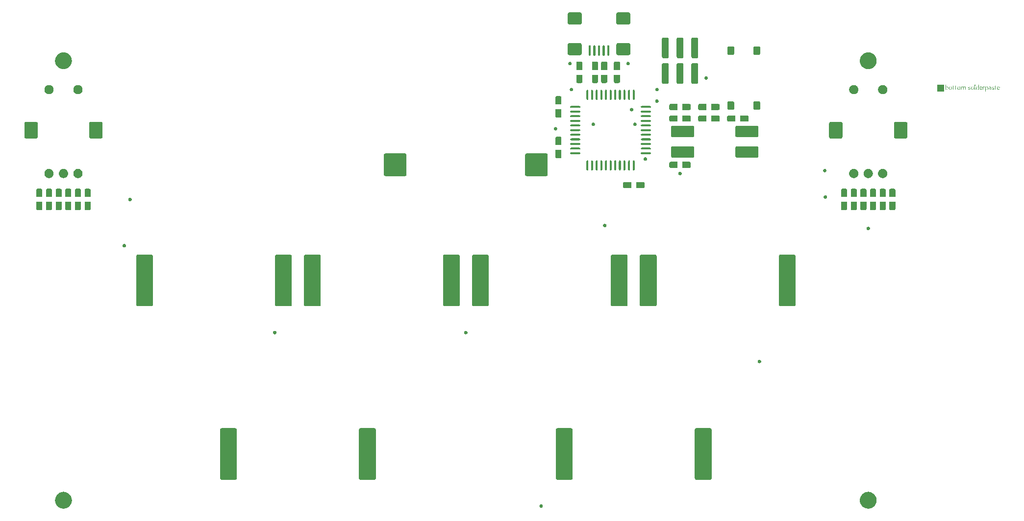
<source format=gbp>
G04                                                      *
G04 Greetings!                                           *
G04 This Gerber was generated by PCBmodE, an open source *
G04 PCB design software. Get it here:                    *
G04                                                      *
G04   http://pcbmode.com                                 *
G04                                                      *
G04 Also visit                                           *
G04                                                      *
G04   http://boldport.com                                *
G04                                                      *
G04 and follow @boldport / @pcbmode for updates!         *
G04                                                      *

G04 leading zeros omitted (L); absolute data (A); 6 integer digits and 6 fractional digits *
%FSLAX66Y66*%

G04 mode (MO): millimeters (MM) *
%MOMM*%

G04 Aperture definitions *
%ADD10C,0.001X*%
%ADD11C,0.001X*%

%LPD*%
G36*
G01X123864000Y-18500000D02*
G01X123864000Y-18228500D01*
G01X123864000Y-18228500D01*
G01X123858514Y-18176166D01*
G01X123842809Y-18127614D01*
G01X123818016Y-18083974D01*
G01X123785266Y-18046378D01*
G01X123745689Y-18015956D01*
G01X123700418Y-17993839D01*
G01X123650581Y-17981157D01*
G01X123614000Y-17978500D01*
G01X123143000Y-17978500D01*
G01X122422000Y-17978500D01*
G01X122422000Y-18500000D01*
G01X122422000Y-19021500D01*
G01X123143000Y-19021500D01*
G01X123614000Y-19021500D01*
G01X123614000Y-19021500D01*
G01X123666334Y-19016014D01*
G01X123714886Y-19000309D01*
G01X123758526Y-18975516D01*
G01X123796122Y-18942766D01*
G01X123826544Y-18903189D01*
G01X123848661Y-18857918D01*
G01X123861343Y-18808081D01*
G01X123864000Y-18771500D01*
G01X123864000Y-18500000D01*
G37*
G36*
G01X120136000Y-18500000D02*
G01X120136000Y-18771500D01*
G01X120136000Y-18771500D01*
G01X120141486Y-18823834D01*
G01X120157191Y-18872386D01*
G01X120181984Y-18916026D01*
G01X120214734Y-18953622D01*
G01X120254311Y-18984044D01*
G01X120299582Y-19006161D01*
G01X120349419Y-19018843D01*
G01X120386000Y-19021500D01*
G01X120857000Y-19021500D01*
G01X121578000Y-19021500D01*
G01X121578000Y-18500000D01*
G01X121578000Y-17978500D01*
G01X120857000Y-17978500D01*
G01X120386000Y-17978500D01*
G01X120386000Y-17978500D01*
G01X120333666Y-17983986D01*
G01X120285114Y-17999691D01*
G01X120241474Y-18024484D01*
G01X120203878Y-18057234D01*
G01X120173456Y-18096811D01*
G01X120151339Y-18142082D01*
G01X120138657Y-18191919D01*
G01X120136000Y-18228500D01*
G01X120136000Y-18500000D01*
G37*
G36*
G01X8000000Y-36364000D02*
G01X8271500Y-36364000D01*
G01X8271500Y-36364000D01*
G01X8323834Y-36358514D01*
G01X8372386Y-36342809D01*
G01X8416026Y-36318016D01*
G01X8453622Y-36285266D01*
G01X8484044Y-36245689D01*
G01X8506161Y-36200418D01*
G01X8518843Y-36150581D01*
G01X8521500Y-36114000D01*
G01X8521500Y-35643000D01*
G01X8521500Y-34922000D01*
G01X8000000Y-34922000D01*
G01X7478500Y-34922000D01*
G01X7478500Y-35643000D01*
G01X7478500Y-36114000D01*
G01X7478500Y-36114000D01*
G01X7483986Y-36166334D01*
G01X7499691Y-36214886D01*
G01X7524484Y-36258526D01*
G01X7557234Y-36296122D01*
G01X7596811Y-36326544D01*
G01X7642082Y-36348661D01*
G01X7691919Y-36361343D01*
G01X7728500Y-36364000D01*
G01X8000000Y-36364000D01*
G37*
G36*
G01X8000000Y-32636000D02*
G01X7728500Y-32636000D01*
G01X7728500Y-32636000D01*
G01X7676166Y-32641486D01*
G01X7627614Y-32657191D01*
G01X7583974Y-32681984D01*
G01X7546378Y-32714734D01*
G01X7515956Y-32754311D01*
G01X7493839Y-32799582D01*
G01X7481157Y-32849419D01*
G01X7478500Y-32886000D01*
G01X7478500Y-33357000D01*
G01X7478500Y-34078000D01*
G01X8000000Y-34078000D01*
G01X8521500Y-34078000D01*
G01X8521500Y-33357000D01*
G01X8521500Y-32886000D01*
G01X8521500Y-32886000D01*
G01X8516014Y-32833666D01*
G01X8500309Y-32785114D01*
G01X8475516Y-32741474D01*
G01X8442766Y-32703878D01*
G01X8403189Y-32673456D01*
G01X8357918Y-32651339D01*
G01X8308081Y-32638657D01*
G01X8271500Y-32636000D01*
G01X8000000Y-32636000D01*
G37*
G36*
G01X6330000Y-36364000D02*
G01X6601500Y-36364000D01*
G01X6601500Y-36364000D01*
G01X6653834Y-36358514D01*
G01X6702386Y-36342809D01*
G01X6746026Y-36318016D01*
G01X6783622Y-36285266D01*
G01X6814044Y-36245689D01*
G01X6836161Y-36200418D01*
G01X6848843Y-36150581D01*
G01X6851500Y-36114000D01*
G01X6851500Y-35643000D01*
G01X6851500Y-34922000D01*
G01X6330000Y-34922000D01*
G01X5808500Y-34922000D01*
G01X5808500Y-35643000D01*
G01X5808500Y-36114000D01*
G01X5808500Y-36114000D01*
G01X5813986Y-36166334D01*
G01X5829691Y-36214886D01*
G01X5854484Y-36258526D01*
G01X5887234Y-36296122D01*
G01X5926811Y-36326544D01*
G01X5972082Y-36348661D01*
G01X6021919Y-36361343D01*
G01X6058500Y-36364000D01*
G01X6330000Y-36364000D01*
G37*
G36*
G01X6330000Y-32636000D02*
G01X6058500Y-32636000D01*
G01X6058500Y-32636000D01*
G01X6006166Y-32641486D01*
G01X5957614Y-32657191D01*
G01X5913974Y-32681984D01*
G01X5876378Y-32714734D01*
G01X5845956Y-32754311D01*
G01X5823839Y-32799582D01*
G01X5811157Y-32849419D01*
G01X5808500Y-32886000D01*
G01X5808500Y-33357000D01*
G01X5808500Y-34078000D01*
G01X6330000Y-34078000D01*
G01X6851500Y-34078000D01*
G01X6851500Y-33357000D01*
G01X6851500Y-32886000D01*
G01X6851500Y-32886000D01*
G01X6846014Y-32833666D01*
G01X6830309Y-32785114D01*
G01X6805516Y-32741474D01*
G01X6772766Y-32703878D01*
G01X6733189Y-32673456D01*
G01X6687918Y-32651339D01*
G01X6638081Y-32638657D01*
G01X6601500Y-32636000D01*
G01X6330000Y-32636000D01*
G37*
G36*
G01X13000000Y-36364000D02*
G01X13271500Y-36364000D01*
G01X13271500Y-36364000D01*
G01X13323834Y-36358514D01*
G01X13372386Y-36342809D01*
G01X13416026Y-36318016D01*
G01X13453622Y-36285266D01*
G01X13484044Y-36245689D01*
G01X13506161Y-36200418D01*
G01X13518843Y-36150581D01*
G01X13521500Y-36114000D01*
G01X13521500Y-35643000D01*
G01X13521500Y-34922000D01*
G01X13000000Y-34922000D01*
G01X12478500Y-34922000D01*
G01X12478500Y-35643000D01*
G01X12478500Y-36114000D01*
G01X12478500Y-36114000D01*
G01X12483986Y-36166334D01*
G01X12499691Y-36214886D01*
G01X12524484Y-36258526D01*
G01X12557234Y-36296122D01*
G01X12596811Y-36326544D01*
G01X12642082Y-36348661D01*
G01X12691919Y-36361343D01*
G01X12728500Y-36364000D01*
G01X13000000Y-36364000D01*
G37*
G36*
G01X13000000Y-32636000D02*
G01X12728500Y-32636000D01*
G01X12728500Y-32636000D01*
G01X12676166Y-32641486D01*
G01X12627614Y-32657191D01*
G01X12583974Y-32681984D01*
G01X12546378Y-32714734D01*
G01X12515956Y-32754311D01*
G01X12493839Y-32799582D01*
G01X12481157Y-32849419D01*
G01X12478500Y-32886000D01*
G01X12478500Y-33357000D01*
G01X12478500Y-34078000D01*
G01X13000000Y-34078000D01*
G01X13521500Y-34078000D01*
G01X13521500Y-33357000D01*
G01X13521500Y-32886000D01*
G01X13521500Y-32886000D01*
G01X13516014Y-32833666D01*
G01X13500309Y-32785114D01*
G01X13475516Y-32741474D01*
G01X13442766Y-32703878D01*
G01X13403189Y-32673456D01*
G01X13357918Y-32651339D01*
G01X13308081Y-32638657D01*
G01X13271500Y-32636000D01*
G01X13000000Y-32636000D01*
G37*
G36*
G01X103900000Y-14364000D02*
G01X104171500Y-14364000D01*
G01X104171500Y-14364000D01*
G01X104223834Y-14358514D01*
G01X104272386Y-14342809D01*
G01X104316026Y-14318016D01*
G01X104353622Y-14285266D01*
G01X104384044Y-14245689D01*
G01X104406161Y-14200418D01*
G01X104418843Y-14150581D01*
G01X104421500Y-14114000D01*
G01X104421500Y-13643000D01*
G01X104421500Y-12922000D01*
G01X103900000Y-12922000D01*
G01X103378500Y-12922000D01*
G01X103378500Y-13643000D01*
G01X103378500Y-14114000D01*
G01X103378500Y-14114000D01*
G01X103383986Y-14166334D01*
G01X103399691Y-14214886D01*
G01X103424484Y-14258526D01*
G01X103457234Y-14296122D01*
G01X103496811Y-14326544D01*
G01X103542082Y-14348661D01*
G01X103591919Y-14361343D01*
G01X103628500Y-14364000D01*
G01X103900000Y-14364000D01*
G37*
G36*
G01X103900000Y-10636000D02*
G01X103628500Y-10636000D01*
G01X103628500Y-10636000D01*
G01X103576166Y-10641486D01*
G01X103527614Y-10657191D01*
G01X103483974Y-10681984D01*
G01X103446378Y-10714734D01*
G01X103415956Y-10754311D01*
G01X103393839Y-10799582D01*
G01X103381157Y-10849419D01*
G01X103378500Y-10886000D01*
G01X103378500Y-11357000D01*
G01X103378500Y-12078000D01*
G01X103900000Y-12078000D01*
G01X104421500Y-12078000D01*
G01X104421500Y-11357000D01*
G01X104421500Y-10886000D01*
G01X104421500Y-10886000D01*
G01X104416014Y-10833666D01*
G01X104400309Y-10785114D01*
G01X104375516Y-10741474D01*
G01X104342766Y-10703878D01*
G01X104303189Y-10673456D01*
G01X104257918Y-10651339D01*
G01X104208081Y-10638657D01*
G01X104171500Y-10636000D01*
G01X103900000Y-10636000D01*
G37*
G36*
G01X102300000Y-14364000D02*
G01X102571500Y-14364000D01*
G01X102571500Y-14364000D01*
G01X102623834Y-14358514D01*
G01X102672386Y-14342809D01*
G01X102716026Y-14318016D01*
G01X102753622Y-14285266D01*
G01X102784044Y-14245689D01*
G01X102806161Y-14200418D01*
G01X102818843Y-14150581D01*
G01X102821500Y-14114000D01*
G01X102821500Y-13643000D01*
G01X102821500Y-12922000D01*
G01X102300000Y-12922000D01*
G01X101778500Y-12922000D01*
G01X101778500Y-13643000D01*
G01X101778500Y-14114000D01*
G01X101778500Y-14114000D01*
G01X101783986Y-14166334D01*
G01X101799691Y-14214886D01*
G01X101824484Y-14258526D01*
G01X101857234Y-14296122D01*
G01X101896811Y-14326544D01*
G01X101942082Y-14348661D01*
G01X101991919Y-14361343D01*
G01X102028500Y-14364000D01*
G01X102300000Y-14364000D01*
G37*
G36*
G01X102300000Y-10636000D02*
G01X102028500Y-10636000D01*
G01X102028500Y-10636000D01*
G01X101976166Y-10641486D01*
G01X101927614Y-10657191D01*
G01X101883974Y-10681984D01*
G01X101846378Y-10714734D01*
G01X101815956Y-10754311D01*
G01X101793839Y-10799582D01*
G01X101781157Y-10849419D01*
G01X101778500Y-10886000D01*
G01X101778500Y-11357000D01*
G01X101778500Y-12078000D01*
G01X102300000Y-12078000D01*
G01X102821500Y-12078000D01*
G01X102821500Y-11357000D01*
G01X102821500Y-10886000D01*
G01X102821500Y-10886000D01*
G01X102816014Y-10833666D01*
G01X102800309Y-10785114D01*
G01X102775516Y-10741474D01*
G01X102742766Y-10703878D01*
G01X102703189Y-10673456D01*
G01X102657918Y-10651339D01*
G01X102608081Y-10638657D01*
G01X102571500Y-10636000D01*
G01X102300000Y-10636000D01*
G37*
G36*
G01X128864000Y-20500000D02*
G01X128864000Y-20228500D01*
G01X128864000Y-20228500D01*
G01X128858514Y-20176166D01*
G01X128842809Y-20127614D01*
G01X128818016Y-20083974D01*
G01X128785266Y-20046378D01*
G01X128745689Y-20015956D01*
G01X128700418Y-19993839D01*
G01X128650581Y-19981157D01*
G01X128614000Y-19978500D01*
G01X128143000Y-19978500D01*
G01X127422000Y-19978500D01*
G01X127422000Y-20500000D01*
G01X127422000Y-21021500D01*
G01X128143000Y-21021500D01*
G01X128614000Y-21021500D01*
G01X128614000Y-21021500D01*
G01X128666334Y-21016014D01*
G01X128714886Y-21000309D01*
G01X128758526Y-20975516D01*
G01X128796122Y-20942766D01*
G01X128826544Y-20903189D01*
G01X128848661Y-20857918D01*
G01X128861343Y-20808081D01*
G01X128864000Y-20771500D01*
G01X128864000Y-20500000D01*
G37*
G36*
G01X125136000Y-20500000D02*
G01X125136000Y-20771500D01*
G01X125136000Y-20771500D01*
G01X125141486Y-20823834D01*
G01X125157191Y-20872386D01*
G01X125181984Y-20916026D01*
G01X125214734Y-20953622D01*
G01X125254311Y-20984044D01*
G01X125299582Y-21006161D01*
G01X125349419Y-21018843D01*
G01X125386000Y-21021500D01*
G01X125857000Y-21021500D01*
G01X126578000Y-21021500D01*
G01X126578000Y-20500000D01*
G01X126578000Y-19978500D01*
G01X125857000Y-19978500D01*
G01X125386000Y-19978500D01*
G01X125386000Y-19978500D01*
G01X125333666Y-19983986D01*
G01X125285114Y-19999691D01*
G01X125241474Y-20024484D01*
G01X125203878Y-20057234D01*
G01X125173456Y-20096811D01*
G01X125151339Y-20142082D01*
G01X125138657Y-20191919D01*
G01X125136000Y-20228500D01*
G01X125136000Y-20500000D01*
G37*
G36*
G01X14670000Y-36364000D02*
G01X14941500Y-36364000D01*
G01X14941500Y-36364000D01*
G01X14993834Y-36358514D01*
G01X15042386Y-36342809D01*
G01X15086026Y-36318016D01*
G01X15123622Y-36285266D01*
G01X15154044Y-36245689D01*
G01X15176161Y-36200418D01*
G01X15188843Y-36150581D01*
G01X15191500Y-36114000D01*
G01X15191500Y-35643000D01*
G01X15191500Y-34922000D01*
G01X14670000Y-34922000D01*
G01X14148500Y-34922000D01*
G01X14148500Y-35643000D01*
G01X14148500Y-36114000D01*
G01X14148500Y-36114000D01*
G01X14153986Y-36166334D01*
G01X14169691Y-36214886D01*
G01X14194484Y-36258526D01*
G01X14227234Y-36296122D01*
G01X14266811Y-36326544D01*
G01X14312082Y-36348661D01*
G01X14361919Y-36361343D01*
G01X14398500Y-36364000D01*
G01X14670000Y-36364000D01*
G37*
G36*
G01X14670000Y-32636000D02*
G01X14398500Y-32636000D01*
G01X14398500Y-32636000D01*
G01X14346166Y-32641486D01*
G01X14297614Y-32657191D01*
G01X14253974Y-32681984D01*
G01X14216378Y-32714734D01*
G01X14185956Y-32754311D01*
G01X14163839Y-32799582D01*
G01X14151157Y-32849419D01*
G01X14148500Y-32886000D01*
G01X14148500Y-33357000D01*
G01X14148500Y-34078000D01*
G01X14670000Y-34078000D01*
G01X15191500Y-34078000D01*
G01X15191500Y-33357000D01*
G01X15191500Y-32886000D01*
G01X15191500Y-32886000D01*
G01X15186014Y-32833666D01*
G01X15170309Y-32785114D01*
G01X15145516Y-32741474D01*
G01X15112766Y-32703878D01*
G01X15073189Y-32673456D01*
G01X15027918Y-32651339D01*
G01X14978081Y-32638657D01*
G01X14941500Y-32636000D01*
G01X14670000Y-32636000D01*
G37*
G36*
G01X147000000Y-36364000D02*
G01X147271500Y-36364000D01*
G01X147271500Y-36364000D01*
G01X147323834Y-36358514D01*
G01X147372386Y-36342809D01*
G01X147416026Y-36318016D01*
G01X147453622Y-36285266D01*
G01X147484044Y-36245689D01*
G01X147506161Y-36200418D01*
G01X147518843Y-36150581D01*
G01X147521500Y-36114000D01*
G01X147521500Y-35643000D01*
G01X147521500Y-34922000D01*
G01X147000000Y-34922000D01*
G01X146478500Y-34922000D01*
G01X146478500Y-35643000D01*
G01X146478500Y-36114000D01*
G01X146478500Y-36114000D01*
G01X146483986Y-36166334D01*
G01X146499691Y-36214886D01*
G01X146524484Y-36258526D01*
G01X146557234Y-36296122D01*
G01X146596811Y-36326544D01*
G01X146642082Y-36348661D01*
G01X146691919Y-36361343D01*
G01X146728500Y-36364000D01*
G01X147000000Y-36364000D01*
G37*
G36*
G01X147000000Y-32636000D02*
G01X146728500Y-32636000D01*
G01X146728500Y-32636000D01*
G01X146676166Y-32641486D01*
G01X146627614Y-32657191D01*
G01X146583974Y-32681984D01*
G01X146546378Y-32714734D01*
G01X146515956Y-32754311D01*
G01X146493839Y-32799582D01*
G01X146481157Y-32849419D01*
G01X146478500Y-32886000D01*
G01X146478500Y-33357000D01*
G01X146478500Y-34078000D01*
G01X147000000Y-34078000D01*
G01X147521500Y-34078000D01*
G01X147521500Y-33357000D01*
G01X147521500Y-32886000D01*
G01X147521500Y-32886000D01*
G01X147516014Y-32833666D01*
G01X147500309Y-32785114D01*
G01X147475516Y-32741474D01*
G01X147442766Y-32703878D01*
G01X147403189Y-32673456D01*
G01X147357918Y-32651339D01*
G01X147308081Y-32638657D01*
G01X147271500Y-32636000D01*
G01X147000000Y-32636000D01*
G37*
G36*
G01X147000000Y-30800000D02*
G01X147000000Y-30800000D01*
G01X147052600Y-30798298D01*
G01X147104292Y-30793264D01*
G01X147154970Y-30785001D01*
G01X147204528Y-30773617D01*
G01X147252862Y-30759215D01*
G01X147299865Y-30741903D01*
G01X147345433Y-30721784D01*
G01X147389460Y-30698965D01*
G01X147431841Y-30673551D01*
G01X147472470Y-30645646D01*
G01X147511241Y-30615358D01*
G01X147548050Y-30582791D01*
G01X147582791Y-30548050D01*
G01X147615358Y-30511241D01*
G01X147645646Y-30472470D01*
G01X147673551Y-30431841D01*
G01X147698965Y-30389460D01*
G01X147721784Y-30345433D01*
G01X147741903Y-30299865D01*
G01X147759215Y-30252862D01*
G01X147773617Y-30204528D01*
G01X147785001Y-30154970D01*
G01X147793264Y-30104292D01*
G01X147798298Y-30052600D01*
G01X147800000Y-30000000D01*
G01X147800000Y-30000000D01*
G01X147800000Y-30000000D01*
G01X147798298Y-29947400D01*
G01X147793264Y-29895708D01*
G01X147785001Y-29845030D01*
G01X147773617Y-29795472D01*
G01X147759215Y-29747138D01*
G01X147741903Y-29700135D01*
G01X147721784Y-29654567D01*
G01X147698965Y-29610540D01*
G01X147673551Y-29568159D01*
G01X147645646Y-29527530D01*
G01X147615358Y-29488759D01*
G01X147582791Y-29451950D01*
G01X147548050Y-29417209D01*
G01X147511241Y-29384642D01*
G01X147472470Y-29354354D01*
G01X147431841Y-29326449D01*
G01X147389460Y-29301035D01*
G01X147345433Y-29278216D01*
G01X147299865Y-29258097D01*
G01X147252862Y-29240785D01*
G01X147204528Y-29226383D01*
G01X147154970Y-29214999D01*
G01X147104292Y-29206736D01*
G01X147052600Y-29201702D01*
G01X147000000Y-29200000D01*
G01X147000000Y-29200000D01*
G01X147000000Y-29200000D01*
G01X146947400Y-29201702D01*
G01X146895708Y-29206736D01*
G01X146845030Y-29214999D01*
G01X146795472Y-29226383D01*
G01X146747138Y-29240785D01*
G01X146700135Y-29258097D01*
G01X146654567Y-29278216D01*
G01X146610540Y-29301035D01*
G01X146568159Y-29326449D01*
G01X146527530Y-29354354D01*
G01X146488759Y-29384642D01*
G01X146451950Y-29417209D01*
G01X146417209Y-29451950D01*
G01X146384642Y-29488759D01*
G01X146354354Y-29527530D01*
G01X146326449Y-29568159D01*
G01X146301035Y-29610540D01*
G01X146278216Y-29654567D01*
G01X146258097Y-29700135D01*
G01X146240785Y-29747138D01*
G01X146226383Y-29795472D01*
G01X146214999Y-29845030D01*
G01X146206736Y-29895708D01*
G01X146201702Y-29947400D01*
G01X146200000Y-30000000D01*
G01X146200000Y-30000000D01*
G01X146200000Y-30000000D01*
G01X146201702Y-30052600D01*
G01X146206736Y-30104292D01*
G01X146214999Y-30154970D01*
G01X146226383Y-30204528D01*
G01X146240785Y-30252862D01*
G01X146258097Y-30299865D01*
G01X146278216Y-30345433D01*
G01X146301035Y-30389460D01*
G01X146326449Y-30431841D01*
G01X146354354Y-30472470D01*
G01X146384642Y-30511241D01*
G01X146417209Y-30548050D01*
G01X146451950Y-30582791D01*
G01X146488759Y-30615358D01*
G01X146527530Y-30645646D01*
G01X146568159Y-30673551D01*
G01X146610540Y-30698965D01*
G01X146654567Y-30721784D01*
G01X146700135Y-30741903D01*
G01X146747138Y-30759215D01*
G01X146795472Y-30773617D01*
G01X146845030Y-30785001D01*
G01X146895708Y-30793264D01*
G01X146947400Y-30798298D01*
G01X147000000Y-30800000D01*
G01X147000000Y-30800000D01*
G37*
G36*
G01X152000000Y-30800000D02*
G01X152000000Y-30800000D01*
G01X152052600Y-30798298D01*
G01X152104292Y-30793264D01*
G01X152154970Y-30785001D01*
G01X152204528Y-30773617D01*
G01X152252862Y-30759215D01*
G01X152299865Y-30741903D01*
G01X152345433Y-30721784D01*
G01X152389460Y-30698965D01*
G01X152431841Y-30673551D01*
G01X152472470Y-30645646D01*
G01X152511241Y-30615358D01*
G01X152548050Y-30582791D01*
G01X152582791Y-30548050D01*
G01X152615358Y-30511241D01*
G01X152645646Y-30472470D01*
G01X152673551Y-30431841D01*
G01X152698965Y-30389460D01*
G01X152721784Y-30345433D01*
G01X152741903Y-30299865D01*
G01X152759215Y-30252862D01*
G01X152773617Y-30204528D01*
G01X152785001Y-30154970D01*
G01X152793264Y-30104292D01*
G01X152798298Y-30052600D01*
G01X152800000Y-30000000D01*
G01X152800000Y-30000000D01*
G01X152800000Y-30000000D01*
G01X152798298Y-29947400D01*
G01X152793264Y-29895708D01*
G01X152785001Y-29845030D01*
G01X152773617Y-29795472D01*
G01X152759215Y-29747138D01*
G01X152741903Y-29700135D01*
G01X152721784Y-29654567D01*
G01X152698965Y-29610540D01*
G01X152673551Y-29568159D01*
G01X152645646Y-29527530D01*
G01X152615358Y-29488759D01*
G01X152582791Y-29451950D01*
G01X152548050Y-29417209D01*
G01X152511241Y-29384642D01*
G01X152472470Y-29354354D01*
G01X152431841Y-29326449D01*
G01X152389460Y-29301035D01*
G01X152345433Y-29278216D01*
G01X152299865Y-29258097D01*
G01X152252862Y-29240785D01*
G01X152204528Y-29226383D01*
G01X152154970Y-29214999D01*
G01X152104292Y-29206736D01*
G01X152052600Y-29201702D01*
G01X152000000Y-29200000D01*
G01X152000000Y-29200000D01*
G01X152000000Y-29200000D01*
G01X151947400Y-29201702D01*
G01X151895708Y-29206736D01*
G01X151845030Y-29214999D01*
G01X151795472Y-29226383D01*
G01X151747138Y-29240785D01*
G01X151700135Y-29258097D01*
G01X151654567Y-29278216D01*
G01X151610540Y-29301035D01*
G01X151568159Y-29326449D01*
G01X151527530Y-29354354D01*
G01X151488759Y-29384642D01*
G01X151451950Y-29417209D01*
G01X151417209Y-29451950D01*
G01X151384642Y-29488759D01*
G01X151354354Y-29527530D01*
G01X151326449Y-29568159D01*
G01X151301035Y-29610540D01*
G01X151278216Y-29654567D01*
G01X151258097Y-29700135D01*
G01X151240785Y-29747138D01*
G01X151226383Y-29795472D01*
G01X151214999Y-29845030D01*
G01X151206736Y-29895708D01*
G01X151201702Y-29947400D01*
G01X151200000Y-30000000D01*
G01X151200000Y-30000000D01*
G01X151200000Y-30000000D01*
G01X151201702Y-30052600D01*
G01X151206736Y-30104292D01*
G01X151214999Y-30154970D01*
G01X151226383Y-30204528D01*
G01X151240785Y-30252862D01*
G01X151258097Y-30299865D01*
G01X151278216Y-30345433D01*
G01X151301035Y-30389460D01*
G01X151326449Y-30431841D01*
G01X151354354Y-30472470D01*
G01X151384642Y-30511241D01*
G01X151417209Y-30548050D01*
G01X151451950Y-30582791D01*
G01X151488759Y-30615358D01*
G01X151527530Y-30645646D01*
G01X151568159Y-30673551D01*
G01X151610540Y-30698965D01*
G01X151654567Y-30721784D01*
G01X151700135Y-30741903D01*
G01X151747138Y-30759215D01*
G01X151795472Y-30773617D01*
G01X151845030Y-30785001D01*
G01X151895708Y-30793264D01*
G01X151947400Y-30798298D01*
G01X152000000Y-30800000D01*
G01X152000000Y-30800000D01*
G37*
G36*
G01X152000000Y-16300000D02*
G01X152000000Y-16300000D01*
G01X152052600Y-16298298D01*
G01X152104292Y-16293264D01*
G01X152154970Y-16285001D01*
G01X152204528Y-16273617D01*
G01X152252862Y-16259215D01*
G01X152299865Y-16241903D01*
G01X152345433Y-16221784D01*
G01X152389460Y-16198965D01*
G01X152431841Y-16173551D01*
G01X152472470Y-16145646D01*
G01X152511241Y-16115358D01*
G01X152548050Y-16082791D01*
G01X152582791Y-16048050D01*
G01X152615358Y-16011241D01*
G01X152645646Y-15972470D01*
G01X152673551Y-15931841D01*
G01X152698965Y-15889460D01*
G01X152721784Y-15845433D01*
G01X152741903Y-15799865D01*
G01X152759215Y-15752862D01*
G01X152773617Y-15704528D01*
G01X152785001Y-15654970D01*
G01X152793264Y-15604292D01*
G01X152798298Y-15552600D01*
G01X152800000Y-15500000D01*
G01X152800000Y-15500000D01*
G01X152800000Y-15500000D01*
G01X152798298Y-15447400D01*
G01X152793264Y-15395708D01*
G01X152785001Y-15345030D01*
G01X152773617Y-15295472D01*
G01X152759215Y-15247138D01*
G01X152741903Y-15200135D01*
G01X152721784Y-15154567D01*
G01X152698965Y-15110540D01*
G01X152673551Y-15068159D01*
G01X152645646Y-15027530D01*
G01X152615358Y-14988759D01*
G01X152582791Y-14951950D01*
G01X152548050Y-14917209D01*
G01X152511241Y-14884642D01*
G01X152472470Y-14854354D01*
G01X152431841Y-14826450D01*
G01X152389460Y-14801035D01*
G01X152345433Y-14778216D01*
G01X152299865Y-14758097D01*
G01X152252862Y-14740785D01*
G01X152204528Y-14726383D01*
G01X152154970Y-14714999D01*
G01X152104292Y-14706736D01*
G01X152052600Y-14701702D01*
G01X152000000Y-14700000D01*
G01X152000000Y-14700000D01*
G01X152000000Y-14700000D01*
G01X151947400Y-14701702D01*
G01X151895708Y-14706736D01*
G01X151845030Y-14714999D01*
G01X151795472Y-14726383D01*
G01X151747138Y-14740785D01*
G01X151700135Y-14758097D01*
G01X151654567Y-14778216D01*
G01X151610540Y-14801035D01*
G01X151568159Y-14826450D01*
G01X151527530Y-14854354D01*
G01X151488759Y-14884642D01*
G01X151451950Y-14917209D01*
G01X151417209Y-14951950D01*
G01X151384642Y-14988759D01*
G01X151354354Y-15027530D01*
G01X151326449Y-15068159D01*
G01X151301035Y-15110540D01*
G01X151278216Y-15154567D01*
G01X151258097Y-15200135D01*
G01X151240785Y-15247138D01*
G01X151226383Y-15295472D01*
G01X151214999Y-15345030D01*
G01X151206736Y-15395708D01*
G01X151201702Y-15447400D01*
G01X151200000Y-15500000D01*
G01X151200000Y-15500000D01*
G01X151200000Y-15500000D01*
G01X151201702Y-15552600D01*
G01X151206736Y-15604292D01*
G01X151214999Y-15654970D01*
G01X151226383Y-15704528D01*
G01X151240785Y-15752862D01*
G01X151258097Y-15799865D01*
G01X151278216Y-15845433D01*
G01X151301035Y-15889460D01*
G01X151326449Y-15931841D01*
G01X151354354Y-15972470D01*
G01X151384642Y-16011241D01*
G01X151417209Y-16048050D01*
G01X151451950Y-16082791D01*
G01X151488759Y-16115358D01*
G01X151527530Y-16145646D01*
G01X151568159Y-16173551D01*
G01X151610540Y-16198965D01*
G01X151654567Y-16221784D01*
G01X151700135Y-16241903D01*
G01X151747138Y-16259215D01*
G01X151795472Y-16273617D01*
G01X151845030Y-16285001D01*
G01X151895708Y-16293264D01*
G01X151947400Y-16298298D01*
G01X152000000Y-16300000D01*
G01X152000000Y-16300000D01*
G37*
G36*
G01X153950000Y-22500000D02*
G01X153950000Y-21350000D01*
G01X153950000Y-21350000D01*
G01X153953927Y-21301339D01*
G01X153965294Y-21255177D01*
G01X153983486Y-21212133D01*
G01X154007883Y-21172824D01*
G01X154037868Y-21137868D01*
G01X154072824Y-21107883D01*
G01X154112133Y-21083486D01*
G01X154155177Y-21065294D01*
G01X154201339Y-21053926D01*
G01X154250000Y-21050000D01*
G01X154250000Y-21050000D01*
G01X155100000Y-21050000D01*
G01X155950000Y-21050000D01*
G01X155950000Y-21050000D01*
G01X155998661Y-21053927D01*
G01X156044823Y-21065294D01*
G01X156087867Y-21083486D01*
G01X156127176Y-21107883D01*
G01X156162132Y-21137868D01*
G01X156192117Y-21172824D01*
G01X156216514Y-21212133D01*
G01X156234706Y-21255177D01*
G01X156246073Y-21301339D01*
G01X156250000Y-21350000D01*
G01X156250000Y-21350000D01*
G01X156250000Y-22500000D01*
G01X156250000Y-23650000D01*
G01X156250000Y-23650000D01*
G01X156246073Y-23698661D01*
G01X156234706Y-23744823D01*
G01X156216514Y-23787867D01*
G01X156192117Y-23827176D01*
G01X156162132Y-23862132D01*
G01X156127176Y-23892117D01*
G01X156087867Y-23916514D01*
G01X156044823Y-23934706D01*
G01X155998661Y-23946074D01*
G01X155950000Y-23950000D01*
G01X155950000Y-23950000D01*
G01X155100000Y-23950000D01*
G01X154250000Y-23950000D01*
G01X154250000Y-23950000D01*
G01X154201339Y-23946073D01*
G01X154155177Y-23934706D01*
G01X154112133Y-23916514D01*
G01X154072824Y-23892117D01*
G01X154037868Y-23862132D01*
G01X154007883Y-23827176D01*
G01X153983486Y-23787867D01*
G01X153965294Y-23744823D01*
G01X153953926Y-23698661D01*
G01X153950000Y-23650000D01*
G01X153950000Y-23650000D01*
G01X153950000Y-22500000D01*
G37*
G36*
G01X142750000Y-22500000D02*
G01X142750000Y-21350000D01*
G01X142750000Y-21350000D01*
G01X142753927Y-21301339D01*
G01X142765294Y-21255177D01*
G01X142783486Y-21212133D01*
G01X142807883Y-21172824D01*
G01X142837868Y-21137868D01*
G01X142872824Y-21107883D01*
G01X142912133Y-21083486D01*
G01X142955177Y-21065294D01*
G01X143001339Y-21053926D01*
G01X143050000Y-21050000D01*
G01X143050000Y-21050000D01*
G01X143900000Y-21050000D01*
G01X144750000Y-21050000D01*
G01X144750000Y-21050000D01*
G01X144798661Y-21053927D01*
G01X144844823Y-21065294D01*
G01X144887867Y-21083486D01*
G01X144927176Y-21107883D01*
G01X144962132Y-21137868D01*
G01X144992117Y-21172824D01*
G01X145016514Y-21212133D01*
G01X145034706Y-21255177D01*
G01X145046074Y-21301339D01*
G01X145050000Y-21350000D01*
G01X145050000Y-21350000D01*
G01X145050000Y-22500000D01*
G01X145050000Y-23650000D01*
G01X145050000Y-23650000D01*
G01X145046073Y-23698661D01*
G01X145034706Y-23744823D01*
G01X145016514Y-23787867D01*
G01X144992117Y-23827176D01*
G01X144962132Y-23862132D01*
G01X144927176Y-23892117D01*
G01X144887867Y-23916514D01*
G01X144844823Y-23934706D01*
G01X144798661Y-23946074D01*
G01X144750000Y-23950000D01*
G01X144750000Y-23950000D01*
G01X143900000Y-23950000D01*
G01X143050000Y-23950000D01*
G01X143050000Y-23950000D01*
G01X143001339Y-23946073D01*
G01X142955177Y-23934706D01*
G01X142912133Y-23916514D01*
G01X142872824Y-23892117D01*
G01X142837868Y-23862132D01*
G01X142807883Y-23827176D01*
G01X142783486Y-23787867D01*
G01X142765294Y-23744823D01*
G01X142753927Y-23698661D01*
G01X142750000Y-23650000D01*
G01X142750000Y-23650000D01*
G01X142750000Y-22500000D01*
G37*
G36*
G01X149500000Y-30800000D02*
G01X149500000Y-30800000D01*
G01X149552600Y-30798298D01*
G01X149604292Y-30793264D01*
G01X149654970Y-30785001D01*
G01X149704528Y-30773617D01*
G01X149752862Y-30759215D01*
G01X149799865Y-30741903D01*
G01X149845433Y-30721784D01*
G01X149889460Y-30698965D01*
G01X149931841Y-30673551D01*
G01X149972470Y-30645646D01*
G01X150011241Y-30615358D01*
G01X150048050Y-30582791D01*
G01X150082791Y-30548050D01*
G01X150115358Y-30511241D01*
G01X150145646Y-30472470D01*
G01X150173551Y-30431841D01*
G01X150198965Y-30389460D01*
G01X150221784Y-30345433D01*
G01X150241903Y-30299865D01*
G01X150259215Y-30252862D01*
G01X150273617Y-30204528D01*
G01X150285001Y-30154970D01*
G01X150293264Y-30104292D01*
G01X150298298Y-30052600D01*
G01X150300000Y-30000000D01*
G01X150300000Y-30000000D01*
G01X150300000Y-30000000D01*
G01X150298298Y-29947400D01*
G01X150293264Y-29895708D01*
G01X150285001Y-29845030D01*
G01X150273617Y-29795472D01*
G01X150259215Y-29747138D01*
G01X150241903Y-29700135D01*
G01X150221784Y-29654567D01*
G01X150198965Y-29610540D01*
G01X150173551Y-29568159D01*
G01X150145646Y-29527530D01*
G01X150115358Y-29488759D01*
G01X150082791Y-29451950D01*
G01X150048050Y-29417209D01*
G01X150011241Y-29384642D01*
G01X149972470Y-29354354D01*
G01X149931841Y-29326449D01*
G01X149889460Y-29301035D01*
G01X149845433Y-29278216D01*
G01X149799865Y-29258097D01*
G01X149752862Y-29240785D01*
G01X149704528Y-29226383D01*
G01X149654970Y-29214999D01*
G01X149604292Y-29206736D01*
G01X149552600Y-29201702D01*
G01X149500000Y-29200000D01*
G01X149500000Y-29200000D01*
G01X149500000Y-29200000D01*
G01X149447400Y-29201702D01*
G01X149395708Y-29206736D01*
G01X149345030Y-29214999D01*
G01X149295472Y-29226383D01*
G01X149247138Y-29240785D01*
G01X149200135Y-29258097D01*
G01X149154567Y-29278216D01*
G01X149110540Y-29301035D01*
G01X149068159Y-29326449D01*
G01X149027530Y-29354354D01*
G01X148988759Y-29384642D01*
G01X148951950Y-29417209D01*
G01X148917209Y-29451950D01*
G01X148884642Y-29488759D01*
G01X148854354Y-29527530D01*
G01X148826449Y-29568159D01*
G01X148801035Y-29610540D01*
G01X148778216Y-29654567D01*
G01X148758097Y-29700135D01*
G01X148740785Y-29747138D01*
G01X148726383Y-29795472D01*
G01X148714999Y-29845030D01*
G01X148706736Y-29895708D01*
G01X148701702Y-29947400D01*
G01X148700000Y-30000000D01*
G01X148700000Y-30000000D01*
G01X148700000Y-30000000D01*
G01X148701702Y-30052600D01*
G01X148706736Y-30104292D01*
G01X148714999Y-30154970D01*
G01X148726383Y-30204528D01*
G01X148740785Y-30252862D01*
G01X148758097Y-30299865D01*
G01X148778216Y-30345433D01*
G01X148801035Y-30389460D01*
G01X148826449Y-30431841D01*
G01X148854354Y-30472470D01*
G01X148884642Y-30511241D01*
G01X148917209Y-30548050D01*
G01X148951950Y-30582791D01*
G01X148988759Y-30615358D01*
G01X149027530Y-30645646D01*
G01X149068159Y-30673551D01*
G01X149110540Y-30698965D01*
G01X149154567Y-30721784D01*
G01X149200135Y-30741903D01*
G01X149247138Y-30759215D01*
G01X149295472Y-30773617D01*
G01X149345030Y-30785001D01*
G01X149395708Y-30793264D01*
G01X149447400Y-30798298D01*
G01X149500000Y-30800000D01*
G01X149500000Y-30800000D01*
G37*
G36*
G01X147000000Y-16300000D02*
G01X147000000Y-16300000D01*
G01X147052600Y-16298298D01*
G01X147104292Y-16293264D01*
G01X147154970Y-16285001D01*
G01X147204528Y-16273617D01*
G01X147252862Y-16259215D01*
G01X147299865Y-16241903D01*
G01X147345433Y-16221784D01*
G01X147389460Y-16198965D01*
G01X147431841Y-16173551D01*
G01X147472470Y-16145646D01*
G01X147511241Y-16115358D01*
G01X147548050Y-16082791D01*
G01X147582791Y-16048050D01*
G01X147615358Y-16011241D01*
G01X147645646Y-15972470D01*
G01X147673551Y-15931841D01*
G01X147698965Y-15889460D01*
G01X147721784Y-15845433D01*
G01X147741903Y-15799865D01*
G01X147759215Y-15752862D01*
G01X147773617Y-15704528D01*
G01X147785001Y-15654970D01*
G01X147793264Y-15604292D01*
G01X147798298Y-15552600D01*
G01X147800000Y-15500000D01*
G01X147800000Y-15500000D01*
G01X147800000Y-15500000D01*
G01X147798298Y-15447400D01*
G01X147793264Y-15395708D01*
G01X147785001Y-15345030D01*
G01X147773617Y-15295472D01*
G01X147759215Y-15247138D01*
G01X147741903Y-15200135D01*
G01X147721784Y-15154567D01*
G01X147698965Y-15110540D01*
G01X147673551Y-15068159D01*
G01X147645646Y-15027530D01*
G01X147615358Y-14988759D01*
G01X147582791Y-14951950D01*
G01X147548050Y-14917209D01*
G01X147511241Y-14884642D01*
G01X147472470Y-14854354D01*
G01X147431841Y-14826450D01*
G01X147389460Y-14801035D01*
G01X147345433Y-14778216D01*
G01X147299865Y-14758097D01*
G01X147252862Y-14740785D01*
G01X147204528Y-14726383D01*
G01X147154970Y-14714999D01*
G01X147104292Y-14706736D01*
G01X147052600Y-14701702D01*
G01X147000000Y-14700000D01*
G01X147000000Y-14700000D01*
G01X147000000Y-14700000D01*
G01X146947400Y-14701702D01*
G01X146895708Y-14706736D01*
G01X146845030Y-14714999D01*
G01X146795472Y-14726383D01*
G01X146747138Y-14740785D01*
G01X146700135Y-14758097D01*
G01X146654567Y-14778216D01*
G01X146610540Y-14801035D01*
G01X146568159Y-14826450D01*
G01X146527530Y-14854354D01*
G01X146488759Y-14884642D01*
G01X146451950Y-14917209D01*
G01X146417209Y-14951950D01*
G01X146384642Y-14988759D01*
G01X146354354Y-15027530D01*
G01X146326449Y-15068159D01*
G01X146301035Y-15110540D01*
G01X146278216Y-15154567D01*
G01X146258097Y-15200135D01*
G01X146240785Y-15247138D01*
G01X146226383Y-15295472D01*
G01X146214999Y-15345030D01*
G01X146206736Y-15395708D01*
G01X146201702Y-15447400D01*
G01X146200000Y-15500000D01*
G01X146200000Y-15500000D01*
G01X146200000Y-15500000D01*
G01X146201702Y-15552600D01*
G01X146206736Y-15604292D01*
G01X146214999Y-15654970D01*
G01X146226383Y-15704528D01*
G01X146240785Y-15752862D01*
G01X146258097Y-15799865D01*
G01X146278216Y-15845433D01*
G01X146301035Y-15889460D01*
G01X146326449Y-15931841D01*
G01X146354354Y-15972470D01*
G01X146384642Y-16011241D01*
G01X146417209Y-16048050D01*
G01X146451950Y-16082791D01*
G01X146488759Y-16115358D01*
G01X146527530Y-16145646D01*
G01X146568159Y-16173551D01*
G01X146610540Y-16198965D01*
G01X146654567Y-16221784D01*
G01X146700135Y-16241903D01*
G01X146747138Y-16259215D01*
G01X146795472Y-16273617D01*
G01X146845030Y-16285001D01*
G01X146895708Y-16293264D01*
G01X146947400Y-16298298D01*
G01X147000000Y-16300000D01*
G01X147000000Y-16300000D01*
G37*
G36*
G01X125750000Y-18975000D02*
G01X126100000Y-18975000D01*
G01X126100000Y-18975000D01*
G01X126152334Y-18969514D01*
G01X126200886Y-18953809D01*
G01X126244526Y-18929016D01*
G01X126282122Y-18896266D01*
G01X126312544Y-18856689D01*
G01X126334661Y-18811418D01*
G01X126347343Y-18761581D01*
G01X126350000Y-18725000D01*
G01X126350000Y-18250000D01*
G01X126350000Y-17775000D01*
G01X126350000Y-17775000D01*
G01X126344514Y-17722666D01*
G01X126328809Y-17674114D01*
G01X126304016Y-17630474D01*
G01X126271266Y-17592878D01*
G01X126231689Y-17562456D01*
G01X126186418Y-17540339D01*
G01X126136581Y-17527657D01*
G01X126100000Y-17525000D01*
G01X125750000Y-17525000D01*
G01X125400000Y-17525000D01*
G01X125400000Y-17525000D01*
G01X125347666Y-17530486D01*
G01X125299114Y-17546191D01*
G01X125255474Y-17570984D01*
G01X125217878Y-17603734D01*
G01X125187456Y-17643311D01*
G01X125165339Y-17688582D01*
G01X125152657Y-17738419D01*
G01X125150000Y-17775000D01*
G01X125150000Y-18250000D01*
G01X125150000Y-18725000D01*
G01X125150000Y-18725000D01*
G01X125155486Y-18777334D01*
G01X125171191Y-18825886D01*
G01X125195984Y-18869526D01*
G01X125228734Y-18907122D01*
G01X125268311Y-18937544D01*
G01X125313582Y-18959661D01*
G01X125363419Y-18972343D01*
G01X125400000Y-18975000D01*
G01X125750000Y-18975000D01*
G37*
G36*
G01X130250000Y-9475000D02*
G01X130600000Y-9475000D01*
G01X130600000Y-9475000D01*
G01X130652334Y-9469514D01*
G01X130700886Y-9453809D01*
G01X130744526Y-9429016D01*
G01X130782122Y-9396266D01*
G01X130812544Y-9356689D01*
G01X130834661Y-9311418D01*
G01X130847343Y-9261581D01*
G01X130850000Y-9225000D01*
G01X130850000Y-8750000D01*
G01X130850000Y-8275000D01*
G01X130850000Y-8275000D01*
G01X130844514Y-8222666D01*
G01X130828809Y-8174114D01*
G01X130804016Y-8130474D01*
G01X130771266Y-8092878D01*
G01X130731689Y-8062456D01*
G01X130686418Y-8040339D01*
G01X130636581Y-8027657D01*
G01X130600000Y-8025000D01*
G01X130250000Y-8025000D01*
G01X129900000Y-8025000D01*
G01X129900000Y-8025000D01*
G01X129847666Y-8030486D01*
G01X129799114Y-8046191D01*
G01X129755474Y-8070984D01*
G01X129717878Y-8103734D01*
G01X129687456Y-8143311D01*
G01X129665339Y-8188582D01*
G01X129652657Y-8238419D01*
G01X129650000Y-8275000D01*
G01X129650000Y-8750000D01*
G01X129650000Y-9225000D01*
G01X129650000Y-9225000D01*
G01X129655486Y-9277334D01*
G01X129671191Y-9325886D01*
G01X129695984Y-9369526D01*
G01X129728734Y-9407122D01*
G01X129768311Y-9437544D01*
G01X129813582Y-9459661D01*
G01X129863419Y-9472343D01*
G01X129900000Y-9475000D01*
G01X130250000Y-9475000D01*
G37*
G36*
G01X125750000Y-9475000D02*
G01X126100000Y-9475000D01*
G01X126100000Y-9475000D01*
G01X126152334Y-9469514D01*
G01X126200886Y-9453809D01*
G01X126244526Y-9429016D01*
G01X126282122Y-9396266D01*
G01X126312544Y-9356689D01*
G01X126334661Y-9311418D01*
G01X126347343Y-9261581D01*
G01X126350000Y-9225000D01*
G01X126350000Y-8750000D01*
G01X126350000Y-8275000D01*
G01X126350000Y-8275000D01*
G01X126344514Y-8222666D01*
G01X126328809Y-8174114D01*
G01X126304016Y-8130474D01*
G01X126271266Y-8092878D01*
G01X126231689Y-8062456D01*
G01X126186418Y-8040339D01*
G01X126136581Y-8027657D01*
G01X126100000Y-8025000D01*
G01X125750000Y-8025000D01*
G01X125400000Y-8025000D01*
G01X125400000Y-8025000D01*
G01X125347666Y-8030486D01*
G01X125299114Y-8046191D01*
G01X125255474Y-8070984D01*
G01X125217878Y-8103734D01*
G01X125187456Y-8143311D01*
G01X125165339Y-8188582D01*
G01X125152657Y-8238419D01*
G01X125150000Y-8275000D01*
G01X125150000Y-8750000D01*
G01X125150000Y-9225000D01*
G01X125150000Y-9225000D01*
G01X125155486Y-9277334D01*
G01X125171191Y-9325886D01*
G01X125195984Y-9369526D01*
G01X125228734Y-9407122D01*
G01X125268311Y-9437544D01*
G01X125313582Y-9459661D01*
G01X125363419Y-9472343D01*
G01X125400000Y-9475000D01*
G01X125750000Y-9475000D01*
G37*
G36*
G01X130250000Y-18975000D02*
G01X130600000Y-18975000D01*
G01X130600000Y-18975000D01*
G01X130652334Y-18969514D01*
G01X130700886Y-18953809D01*
G01X130744526Y-18929016D01*
G01X130782122Y-18896266D01*
G01X130812544Y-18856689D01*
G01X130834661Y-18811418D01*
G01X130847343Y-18761581D01*
G01X130850000Y-18725000D01*
G01X130850000Y-18250000D01*
G01X130850000Y-17775000D01*
G01X130850000Y-17775000D01*
G01X130844514Y-17722666D01*
G01X130828809Y-17674114D01*
G01X130804016Y-17630474D01*
G01X130771266Y-17592878D01*
G01X130731689Y-17562456D01*
G01X130686418Y-17540339D01*
G01X130636581Y-17527657D01*
G01X130600000Y-17525000D01*
G01X130250000Y-17525000D01*
G01X129900000Y-17525000D01*
G01X129900000Y-17525000D01*
G01X129847666Y-17530486D01*
G01X129799114Y-17546191D01*
G01X129755474Y-17570984D01*
G01X129717878Y-17603734D01*
G01X129687456Y-17643311D01*
G01X129665339Y-17688582D01*
G01X129652657Y-17738419D01*
G01X129650000Y-17775000D01*
G01X129650000Y-18250000D01*
G01X129650000Y-18725000D01*
G01X129650000Y-18725000D01*
G01X129655486Y-18777334D01*
G01X129671191Y-18825886D01*
G01X129695984Y-18869526D01*
G01X129728734Y-18907122D01*
G01X129768311Y-18937544D01*
G01X129813582Y-18959661D01*
G01X129863419Y-18972343D01*
G01X129900000Y-18975000D01*
G01X130250000Y-18975000D01*
G37*
G36*
G01X9670000Y-36364000D02*
G01X9941500Y-36364000D01*
G01X9941500Y-36364000D01*
G01X9993834Y-36358514D01*
G01X10042386Y-36342809D01*
G01X10086026Y-36318016D01*
G01X10123622Y-36285266D01*
G01X10154044Y-36245689D01*
G01X10176161Y-36200418D01*
G01X10188843Y-36150581D01*
G01X10191500Y-36114000D01*
G01X10191500Y-35643000D01*
G01X10191500Y-34922000D01*
G01X9670000Y-34922000D01*
G01X9148500Y-34922000D01*
G01X9148500Y-35643000D01*
G01X9148500Y-36114000D01*
G01X9148500Y-36114000D01*
G01X9153986Y-36166334D01*
G01X9169691Y-36214886D01*
G01X9194484Y-36258526D01*
G01X9227234Y-36296122D01*
G01X9266811Y-36326544D01*
G01X9312082Y-36348661D01*
G01X9361919Y-36361343D01*
G01X9398500Y-36364000D01*
G01X9670000Y-36364000D01*
G37*
G36*
G01X9670000Y-32636000D02*
G01X9398500Y-32636000D01*
G01X9398500Y-32636000D01*
G01X9346166Y-32641486D01*
G01X9297614Y-32657191D01*
G01X9253974Y-32681984D01*
G01X9216378Y-32714734D01*
G01X9185956Y-32754311D01*
G01X9163839Y-32799582D01*
G01X9151157Y-32849419D01*
G01X9148500Y-32886000D01*
G01X9148500Y-33357000D01*
G01X9148500Y-34078000D01*
G01X9670000Y-34078000D01*
G01X10191500Y-34078000D01*
G01X10191500Y-33357000D01*
G01X10191500Y-32886000D01*
G01X10191500Y-32886000D01*
G01X10186014Y-32833666D01*
G01X10170309Y-32785114D01*
G01X10145516Y-32741474D01*
G01X10112766Y-32703878D01*
G01X10073189Y-32673456D01*
G01X10027918Y-32651339D01*
G01X9978081Y-32638657D01*
G01X9941500Y-32636000D01*
G01X9670000Y-32636000D01*
G37*
G36*
G01X10500000Y-11950000D02*
G01X10500000Y-11950000D01*
G01X10428350Y-11948261D01*
G01X10357599Y-11943096D01*
G01X10287828Y-11934587D01*
G01X10219117Y-11922815D01*
G01X10151548Y-11907859D01*
G01X10085201Y-11889801D01*
G01X10020156Y-11868720D01*
G01X9956494Y-11844699D01*
G01X9894296Y-11817816D01*
G01X9833642Y-11788154D01*
G01X9774612Y-11755791D01*
G01X9717288Y-11720810D01*
G01X9661751Y-11683291D01*
G01X9608079Y-11643314D01*
G01X9556356Y-11600959D01*
G01X9506659Y-11556308D01*
G01X9459072Y-11509441D01*
G01X9413673Y-11460439D01*
G01X9370544Y-11409382D01*
G01X9329766Y-11356351D01*
G01X9291418Y-11301427D01*
G01X9255582Y-11244689D01*
G01X9222338Y-11186219D01*
G01X9191766Y-11126098D01*
G01X9163948Y-11064405D01*
G01X9138964Y-11001222D01*
G01X9116894Y-10936630D01*
G01X9097820Y-10870707D01*
G01X9081821Y-10803536D01*
G01X9068978Y-10735198D01*
G01X9059372Y-10665771D01*
G01X9053084Y-10595338D01*
G01X9050194Y-10523978D01*
G01X9050000Y-10500000D01*
G01X9050000Y-10500000D01*
G01X9051739Y-10428350D01*
G01X9056904Y-10357599D01*
G01X9065413Y-10287828D01*
G01X9077185Y-10219117D01*
G01X9092141Y-10151548D01*
G01X9110199Y-10085201D01*
G01X9131280Y-10020156D01*
G01X9155301Y-9956494D01*
G01X9182184Y-9894296D01*
G01X9211846Y-9833642D01*
G01X9244209Y-9774612D01*
G01X9279190Y-9717288D01*
G01X9316709Y-9661751D01*
G01X9356686Y-9608079D01*
G01X9399041Y-9556356D01*
G01X9443692Y-9506659D01*
G01X9490559Y-9459072D01*
G01X9539561Y-9413673D01*
G01X9590618Y-9370544D01*
G01X9643649Y-9329766D01*
G01X9698573Y-9291418D01*
G01X9755311Y-9255582D01*
G01X9813781Y-9222338D01*
G01X9873902Y-9191766D01*
G01X9935595Y-9163948D01*
G01X9998778Y-9138964D01*
G01X10063370Y-9116894D01*
G01X10129293Y-9097820D01*
G01X10196464Y-9081821D01*
G01X10264802Y-9068978D01*
G01X10334229Y-9059372D01*
G01X10404662Y-9053084D01*
G01X10476022Y-9050194D01*
G01X10500000Y-9050000D01*
G01X10500000Y-9050000D01*
G01X10571650Y-9051739D01*
G01X10642401Y-9056904D01*
G01X10712172Y-9065413D01*
G01X10780883Y-9077185D01*
G01X10848452Y-9092141D01*
G01X10914799Y-9110199D01*
G01X10979844Y-9131280D01*
G01X11043506Y-9155301D01*
G01X11105704Y-9182184D01*
G01X11166358Y-9211846D01*
G01X11225388Y-9244209D01*
G01X11282712Y-9279190D01*
G01X11338249Y-9316709D01*
G01X11391921Y-9356686D01*
G01X11443644Y-9399041D01*
G01X11493341Y-9443692D01*
G01X11540928Y-9490559D01*
G01X11586327Y-9539561D01*
G01X11629456Y-9590618D01*
G01X11670234Y-9643649D01*
G01X11708582Y-9698573D01*
G01X11744418Y-9755311D01*
G01X11777662Y-9813781D01*
G01X11808234Y-9873902D01*
G01X11836052Y-9935595D01*
G01X11861036Y-9998778D01*
G01X11883106Y-10063370D01*
G01X11902180Y-10129293D01*
G01X11918179Y-10196464D01*
G01X11931022Y-10264802D01*
G01X11940628Y-10334229D01*
G01X11946916Y-10404662D01*
G01X11949806Y-10476022D01*
G01X11950000Y-10500000D01*
G01X11950000Y-10500000D01*
G01X11948261Y-10571650D01*
G01X11943096Y-10642401D01*
G01X11934587Y-10712172D01*
G01X11922815Y-10780883D01*
G01X11907859Y-10848452D01*
G01X11889801Y-10914799D01*
G01X11868720Y-10979844D01*
G01X11844699Y-11043506D01*
G01X11817816Y-11105704D01*
G01X11788154Y-11166358D01*
G01X11755791Y-11225388D01*
G01X11720810Y-11282712D01*
G01X11683291Y-11338249D01*
G01X11643314Y-11391921D01*
G01X11600959Y-11443644D01*
G01X11556308Y-11493341D01*
G01X11509441Y-11540928D01*
G01X11460439Y-11586327D01*
G01X11409382Y-11629456D01*
G01X11356351Y-11670234D01*
G01X11301427Y-11708582D01*
G01X11244689Y-11744418D01*
G01X11186219Y-11777662D01*
G01X11126098Y-11808234D01*
G01X11064405Y-11836052D01*
G01X11001222Y-11861036D01*
G01X10936630Y-11883106D01*
G01X10870707Y-11902180D01*
G01X10803536Y-11918179D01*
G01X10735198Y-11931022D01*
G01X10665771Y-11940628D01*
G01X10595338Y-11946916D01*
G01X10523978Y-11949806D01*
G01X10500000Y-11950000D01*
G37*
G36*
G01X98900000Y-19925000D02*
G01X98250000Y-19925000D01*
G01X98250000Y-19925000D01*
G01X98197666Y-19930486D01*
G01X98149114Y-19946191D01*
G01X98105474Y-19970984D01*
G01X98067878Y-20003734D01*
G01X98037456Y-20043311D01*
G01X98015339Y-20088582D01*
G01X98002657Y-20138419D01*
G01X98000000Y-20175000D01*
G01X98000000Y-20100000D01*
G01X98000000Y-20025000D01*
G01X98000000Y-20025000D01*
G01X98005486Y-20077334D01*
G01X98021191Y-20125886D01*
G01X98045984Y-20169526D01*
G01X98078734Y-20207122D01*
G01X98118311Y-20237544D01*
G01X98163582Y-20259661D01*
G01X98213419Y-20272343D01*
G01X98250000Y-20275000D01*
G01X98900000Y-20275000D01*
G01X99550000Y-20275000D01*
G01X99550000Y-20275000D01*
G01X99602334Y-20269514D01*
G01X99650886Y-20253809D01*
G01X99694526Y-20229016D01*
G01X99732122Y-20196266D01*
G01X99762544Y-20156689D01*
G01X99784661Y-20111418D01*
G01X99797343Y-20061581D01*
G01X99800000Y-20025000D01*
G01X99800000Y-20100000D01*
G01X99800000Y-20175000D01*
G01X99800000Y-20175000D01*
G01X99794514Y-20122666D01*
G01X99778809Y-20074114D01*
G01X99754016Y-20030474D01*
G01X99721266Y-19992878D01*
G01X99681689Y-19962456D01*
G01X99636418Y-19940339D01*
G01X99586581Y-19927657D01*
G01X99550000Y-19925000D01*
G01X98900000Y-19925000D01*
G37*
G36*
G01X98900000Y-19125000D02*
G01X98250000Y-19125000D01*
G01X98250000Y-19125000D01*
G01X98197666Y-19130486D01*
G01X98149114Y-19146191D01*
G01X98105474Y-19170984D01*
G01X98067878Y-19203734D01*
G01X98037456Y-19243311D01*
G01X98015339Y-19288582D01*
G01X98002657Y-19338419D01*
G01X98000000Y-19375000D01*
G01X98000000Y-19300000D01*
G01X98000000Y-19225000D01*
G01X98000000Y-19225000D01*
G01X98005486Y-19277334D01*
G01X98021191Y-19325886D01*
G01X98045984Y-19369526D01*
G01X98078734Y-19407122D01*
G01X98118311Y-19437544D01*
G01X98163582Y-19459661D01*
G01X98213419Y-19472343D01*
G01X98250000Y-19475000D01*
G01X98900000Y-19475000D01*
G01X99550000Y-19475000D01*
G01X99550000Y-19475000D01*
G01X99602334Y-19469514D01*
G01X99650886Y-19453809D01*
G01X99694526Y-19429016D01*
G01X99732122Y-19396266D01*
G01X99762544Y-19356689D01*
G01X99784661Y-19311418D01*
G01X99797343Y-19261581D01*
G01X99800000Y-19225000D01*
G01X99800000Y-19300000D01*
G01X99800000Y-19375000D01*
G01X99800000Y-19375000D01*
G01X99794514Y-19322666D01*
G01X99778809Y-19274114D01*
G01X99754016Y-19230474D01*
G01X99721266Y-19192878D01*
G01X99681689Y-19162456D01*
G01X99636418Y-19140339D01*
G01X99586581Y-19127657D01*
G01X99550000Y-19125000D01*
G01X98900000Y-19125000D01*
G37*
G36*
G01X108025000Y-28600000D02*
G01X108025000Y-29250000D01*
G01X108025000Y-29250000D01*
G01X108030486Y-29302334D01*
G01X108046191Y-29350886D01*
G01X108070984Y-29394526D01*
G01X108103734Y-29432122D01*
G01X108143311Y-29462544D01*
G01X108188582Y-29484661D01*
G01X108238419Y-29497343D01*
G01X108275000Y-29500000D01*
G01X108200000Y-29500000D01*
G01X108125000Y-29500000D01*
G01X108125000Y-29500000D01*
G01X108177334Y-29494514D01*
G01X108225886Y-29478809D01*
G01X108269526Y-29454016D01*
G01X108307122Y-29421266D01*
G01X108337544Y-29381689D01*
G01X108359661Y-29336418D01*
G01X108372343Y-29286581D01*
G01X108375000Y-29250000D01*
G01X108375000Y-28600000D01*
G01X108375000Y-27950000D01*
G01X108375000Y-27950000D01*
G01X108369514Y-27897666D01*
G01X108353809Y-27849114D01*
G01X108329016Y-27805474D01*
G01X108296266Y-27767878D01*
G01X108256689Y-27737456D01*
G01X108211418Y-27715339D01*
G01X108161581Y-27702657D01*
G01X108125000Y-27700000D01*
G01X108200000Y-27700000D01*
G01X108275000Y-27700000D01*
G01X108275000Y-27700000D01*
G01X108222666Y-27705486D01*
G01X108174114Y-27721191D01*
G01X108130474Y-27745984D01*
G01X108092878Y-27778734D01*
G01X108062456Y-27818311D01*
G01X108040339Y-27863582D01*
G01X108027657Y-27913419D01*
G01X108025000Y-27950000D01*
G01X108025000Y-28600000D01*
G37*
G36*
G01X107225000Y-28600000D02*
G01X107225000Y-29250000D01*
G01X107225000Y-29250000D01*
G01X107230486Y-29302334D01*
G01X107246191Y-29350886D01*
G01X107270984Y-29394526D01*
G01X107303734Y-29432122D01*
G01X107343311Y-29462544D01*
G01X107388582Y-29484661D01*
G01X107438419Y-29497343D01*
G01X107475000Y-29500000D01*
G01X107400000Y-29500000D01*
G01X107325000Y-29500000D01*
G01X107325000Y-29500000D01*
G01X107377334Y-29494514D01*
G01X107425886Y-29478809D01*
G01X107469526Y-29454016D01*
G01X107507122Y-29421266D01*
G01X107537544Y-29381689D01*
G01X107559661Y-29336418D01*
G01X107572343Y-29286581D01*
G01X107575000Y-29250000D01*
G01X107575000Y-28600000D01*
G01X107575000Y-27950000D01*
G01X107575000Y-27950000D01*
G01X107569514Y-27897666D01*
G01X107553809Y-27849114D01*
G01X107529016Y-27805474D01*
G01X107496266Y-27767878D01*
G01X107456689Y-27737456D01*
G01X107411418Y-27715339D01*
G01X107361581Y-27702657D01*
G01X107325000Y-27700000D01*
G01X107400000Y-27700000D01*
G01X107475000Y-27700000D01*
G01X107475000Y-27700000D01*
G01X107422666Y-27705486D01*
G01X107374114Y-27721191D01*
G01X107330474Y-27745984D01*
G01X107292878Y-27778734D01*
G01X107262456Y-27818311D01*
G01X107240339Y-27863582D01*
G01X107227657Y-27913419D01*
G01X107225000Y-27950000D01*
G01X107225000Y-28600000D01*
G37*
G36*
G01X106425000Y-28600000D02*
G01X106425000Y-29250000D01*
G01X106425000Y-29250000D01*
G01X106430486Y-29302334D01*
G01X106446191Y-29350886D01*
G01X106470984Y-29394526D01*
G01X106503734Y-29432122D01*
G01X106543311Y-29462544D01*
G01X106588582Y-29484661D01*
G01X106638419Y-29497343D01*
G01X106675000Y-29500000D01*
G01X106600000Y-29500000D01*
G01X106525000Y-29500000D01*
G01X106525000Y-29500000D01*
G01X106577334Y-29494514D01*
G01X106625886Y-29478809D01*
G01X106669526Y-29454016D01*
G01X106707122Y-29421266D01*
G01X106737544Y-29381689D01*
G01X106759661Y-29336418D01*
G01X106772343Y-29286581D01*
G01X106775000Y-29250000D01*
G01X106775000Y-28600000D01*
G01X106775000Y-27950000D01*
G01X106775000Y-27950000D01*
G01X106769514Y-27897666D01*
G01X106753809Y-27849114D01*
G01X106729016Y-27805474D01*
G01X106696266Y-27767878D01*
G01X106656689Y-27737456D01*
G01X106611418Y-27715339D01*
G01X106561581Y-27702657D01*
G01X106525000Y-27700000D01*
G01X106600000Y-27700000D01*
G01X106675000Y-27700000D01*
G01X106675000Y-27700000D01*
G01X106622666Y-27705486D01*
G01X106574114Y-27721191D01*
G01X106530474Y-27745984D01*
G01X106492878Y-27778734D01*
G01X106462456Y-27818311D01*
G01X106440339Y-27863582D01*
G01X106427657Y-27913419D01*
G01X106425000Y-27950000D01*
G01X106425000Y-28600000D01*
G37*
G36*
G01X105625000Y-28600000D02*
G01X105625000Y-29250000D01*
G01X105625000Y-29250000D01*
G01X105630486Y-29302334D01*
G01X105646191Y-29350886D01*
G01X105670984Y-29394526D01*
G01X105703734Y-29432122D01*
G01X105743311Y-29462544D01*
G01X105788582Y-29484661D01*
G01X105838419Y-29497343D01*
G01X105875000Y-29500000D01*
G01X105800000Y-29500000D01*
G01X105725000Y-29500000D01*
G01X105725000Y-29500000D01*
G01X105777334Y-29494514D01*
G01X105825886Y-29478809D01*
G01X105869526Y-29454016D01*
G01X105907122Y-29421266D01*
G01X105937544Y-29381689D01*
G01X105959661Y-29336418D01*
G01X105972343Y-29286581D01*
G01X105975000Y-29250000D01*
G01X105975000Y-28600000D01*
G01X105975000Y-27950000D01*
G01X105975000Y-27950000D01*
G01X105969514Y-27897666D01*
G01X105953809Y-27849114D01*
G01X105929016Y-27805474D01*
G01X105896266Y-27767878D01*
G01X105856689Y-27737456D01*
G01X105811418Y-27715339D01*
G01X105761581Y-27702657D01*
G01X105725000Y-27700000D01*
G01X105800000Y-27700000D01*
G01X105875000Y-27700000D01*
G01X105875000Y-27700000D01*
G01X105822666Y-27705486D01*
G01X105774114Y-27721191D01*
G01X105730474Y-27745984D01*
G01X105692878Y-27778734D01*
G01X105662456Y-27818311D01*
G01X105640339Y-27863582D01*
G01X105627657Y-27913419D01*
G01X105625000Y-27950000D01*
G01X105625000Y-28600000D01*
G37*
G36*
G01X111100000Y-24725000D02*
G01X110450000Y-24725000D01*
G01X110450000Y-24725000D01*
G01X110397666Y-24730486D01*
G01X110349114Y-24746191D01*
G01X110305474Y-24770984D01*
G01X110267878Y-24803734D01*
G01X110237456Y-24843311D01*
G01X110215339Y-24888582D01*
G01X110202657Y-24938419D01*
G01X110200000Y-24975000D01*
G01X110200000Y-24900000D01*
G01X110200000Y-24825000D01*
G01X110200000Y-24825000D01*
G01X110205486Y-24877334D01*
G01X110221191Y-24925886D01*
G01X110245984Y-24969526D01*
G01X110278734Y-25007122D01*
G01X110318311Y-25037544D01*
G01X110363582Y-25059661D01*
G01X110413419Y-25072343D01*
G01X110450000Y-25075000D01*
G01X111100000Y-25075000D01*
G01X111750000Y-25075000D01*
G01X111750000Y-25075000D01*
G01X111802334Y-25069514D01*
G01X111850886Y-25053809D01*
G01X111894526Y-25029016D01*
G01X111932122Y-24996266D01*
G01X111962544Y-24956689D01*
G01X111984661Y-24911418D01*
G01X111997343Y-24861581D01*
G01X112000000Y-24825000D01*
G01X112000000Y-24900000D01*
G01X112000000Y-24975000D01*
G01X112000000Y-24975000D01*
G01X111994514Y-24922666D01*
G01X111978809Y-24874114D01*
G01X111954016Y-24830474D01*
G01X111921266Y-24792878D01*
G01X111881689Y-24762456D01*
G01X111836418Y-24740339D01*
G01X111786581Y-24727657D01*
G01X111750000Y-24725000D01*
G01X111100000Y-24725000D01*
G37*
G36*
G01X111100000Y-25525000D02*
G01X110450000Y-25525000D01*
G01X110450000Y-25525000D01*
G01X110397666Y-25530486D01*
G01X110349114Y-25546191D01*
G01X110305474Y-25570984D01*
G01X110267878Y-25603734D01*
G01X110237456Y-25643311D01*
G01X110215339Y-25688582D01*
G01X110202657Y-25738419D01*
G01X110200000Y-25775000D01*
G01X110200000Y-25700000D01*
G01X110200000Y-25625000D01*
G01X110200000Y-25625000D01*
G01X110205486Y-25677334D01*
G01X110221191Y-25725886D01*
G01X110245984Y-25769526D01*
G01X110278734Y-25807122D01*
G01X110318311Y-25837544D01*
G01X110363582Y-25859661D01*
G01X110413419Y-25872343D01*
G01X110450000Y-25875000D01*
G01X111100000Y-25875000D01*
G01X111750000Y-25875000D01*
G01X111750000Y-25875000D01*
G01X111802334Y-25869514D01*
G01X111850886Y-25853809D01*
G01X111894526Y-25829016D01*
G01X111932122Y-25796266D01*
G01X111962544Y-25756689D01*
G01X111984661Y-25711418D01*
G01X111997343Y-25661581D01*
G01X112000000Y-25625000D01*
G01X112000000Y-25700000D01*
G01X112000000Y-25775000D01*
G01X112000000Y-25775000D01*
G01X111994514Y-25722666D01*
G01X111978809Y-25674114D01*
G01X111954016Y-25630474D01*
G01X111921266Y-25592878D01*
G01X111881689Y-25562456D01*
G01X111836418Y-25540339D01*
G01X111786581Y-25527657D01*
G01X111750000Y-25525000D01*
G01X111100000Y-25525000D01*
G37*
G36*
G01X111100000Y-26325000D02*
G01X110450000Y-26325000D01*
G01X110450000Y-26325000D01*
G01X110397666Y-26330486D01*
G01X110349114Y-26346191D01*
G01X110305474Y-26370984D01*
G01X110267878Y-26403734D01*
G01X110237456Y-26443311D01*
G01X110215339Y-26488582D01*
G01X110202657Y-26538419D01*
G01X110200000Y-26575000D01*
G01X110200000Y-26500000D01*
G01X110200000Y-26425000D01*
G01X110200000Y-26425000D01*
G01X110205486Y-26477334D01*
G01X110221191Y-26525886D01*
G01X110245984Y-26569526D01*
G01X110278734Y-26607122D01*
G01X110318311Y-26637544D01*
G01X110363582Y-26659661D01*
G01X110413419Y-26672343D01*
G01X110450000Y-26675000D01*
G01X111100000Y-26675000D01*
G01X111750000Y-26675000D01*
G01X111750000Y-26675000D01*
G01X111802334Y-26669514D01*
G01X111850886Y-26653809D01*
G01X111894526Y-26629016D01*
G01X111932122Y-26596266D01*
G01X111962544Y-26556689D01*
G01X111984661Y-26511418D01*
G01X111997343Y-26461581D01*
G01X112000000Y-26425000D01*
G01X112000000Y-26500000D01*
G01X112000000Y-26575000D01*
G01X112000000Y-26575000D01*
G01X111994514Y-26522666D01*
G01X111978809Y-26474114D01*
G01X111954016Y-26430474D01*
G01X111921266Y-26392878D01*
G01X111881689Y-26362456D01*
G01X111836418Y-26340339D01*
G01X111786581Y-26327657D01*
G01X111750000Y-26325000D01*
G01X111100000Y-26325000D01*
G37*
G36*
G01X108825000Y-28600000D02*
G01X108825000Y-29250000D01*
G01X108825000Y-29250000D01*
G01X108830486Y-29302334D01*
G01X108846191Y-29350886D01*
G01X108870984Y-29394526D01*
G01X108903734Y-29432122D01*
G01X108943311Y-29462544D01*
G01X108988582Y-29484661D01*
G01X109038419Y-29497343D01*
G01X109075000Y-29500000D01*
G01X109000000Y-29500000D01*
G01X108925000Y-29500000D01*
G01X108925000Y-29500000D01*
G01X108977334Y-29494514D01*
G01X109025886Y-29478809D01*
G01X109069526Y-29454016D01*
G01X109107122Y-29421266D01*
G01X109137544Y-29381689D01*
G01X109159661Y-29336418D01*
G01X109172343Y-29286581D01*
G01X109175000Y-29250000D01*
G01X109175000Y-28600000D01*
G01X109175000Y-27950000D01*
G01X109175000Y-27950000D01*
G01X109169514Y-27897666D01*
G01X109153809Y-27849114D01*
G01X109129016Y-27805474D01*
G01X109096266Y-27767878D01*
G01X109056689Y-27737456D01*
G01X109011418Y-27715339D01*
G01X108961581Y-27702657D01*
G01X108925000Y-27700000D01*
G01X109000000Y-27700000D01*
G01X109075000Y-27700000D01*
G01X109075000Y-27700000D01*
G01X109022666Y-27705486D01*
G01X108974114Y-27721191D01*
G01X108930474Y-27745984D01*
G01X108892878Y-27778734D01*
G01X108862456Y-27818311D01*
G01X108840339Y-27863582D01*
G01X108827657Y-27913419D01*
G01X108825000Y-27950000D01*
G01X108825000Y-28600000D01*
G37*
G36*
G01X98900000Y-18325000D02*
G01X98250000Y-18325000D01*
G01X98250000Y-18325000D01*
G01X98197666Y-18330486D01*
G01X98149114Y-18346191D01*
G01X98105474Y-18370984D01*
G01X98067878Y-18403734D01*
G01X98037456Y-18443311D01*
G01X98015339Y-18488582D01*
G01X98002657Y-18538419D01*
G01X98000000Y-18575000D01*
G01X98000000Y-18500000D01*
G01X98000000Y-18425000D01*
G01X98000000Y-18425000D01*
G01X98005486Y-18477334D01*
G01X98021191Y-18525886D01*
G01X98045984Y-18569526D01*
G01X98078734Y-18607122D01*
G01X98118311Y-18637544D01*
G01X98163582Y-18659661D01*
G01X98213419Y-18672343D01*
G01X98250000Y-18675000D01*
G01X98900000Y-18675000D01*
G01X99550000Y-18675000D01*
G01X99550000Y-18675000D01*
G01X99602334Y-18669514D01*
G01X99650886Y-18653809D01*
G01X99694526Y-18629016D01*
G01X99732122Y-18596266D01*
G01X99762544Y-18556689D01*
G01X99784661Y-18511418D01*
G01X99797343Y-18461581D01*
G01X99800000Y-18425000D01*
G01X99800000Y-18500000D01*
G01X99800000Y-18575000D01*
G01X99800000Y-18575000D01*
G01X99794514Y-18522666D01*
G01X99778809Y-18474114D01*
G01X99754016Y-18430474D01*
G01X99721266Y-18392878D01*
G01X99681689Y-18362456D01*
G01X99636418Y-18340339D01*
G01X99586581Y-18327657D01*
G01X99550000Y-18325000D01*
G01X98900000Y-18325000D01*
G37*
G36*
G01X104825000Y-28600000D02*
G01X104825000Y-29250000D01*
G01X104825000Y-29250000D01*
G01X104830486Y-29302334D01*
G01X104846191Y-29350886D01*
G01X104870984Y-29394526D01*
G01X104903734Y-29432122D01*
G01X104943311Y-29462544D01*
G01X104988582Y-29484661D01*
G01X105038419Y-29497343D01*
G01X105075000Y-29500000D01*
G01X105000000Y-29500000D01*
G01X104925000Y-29500000D01*
G01X104925000Y-29500000D01*
G01X104977334Y-29494514D01*
G01X105025886Y-29478809D01*
G01X105069526Y-29454016D01*
G01X105107122Y-29421266D01*
G01X105137544Y-29381689D01*
G01X105159661Y-29336418D01*
G01X105172343Y-29286581D01*
G01X105175000Y-29250000D01*
G01X105175000Y-28600000D01*
G01X105175000Y-27950000D01*
G01X105175000Y-27950000D01*
G01X105169514Y-27897666D01*
G01X105153809Y-27849114D01*
G01X105129016Y-27805474D01*
G01X105096266Y-27767878D01*
G01X105056689Y-27737456D01*
G01X105011418Y-27715339D01*
G01X104961581Y-27702657D01*
G01X104925000Y-27700000D01*
G01X105000000Y-27700000D01*
G01X105075000Y-27700000D01*
G01X105075000Y-27700000D01*
G01X105022666Y-27705486D01*
G01X104974114Y-27721191D01*
G01X104930474Y-27745984D01*
G01X104892878Y-27778734D01*
G01X104862456Y-27818311D01*
G01X104840339Y-27863582D01*
G01X104827657Y-27913419D01*
G01X104825000Y-27950000D01*
G01X104825000Y-28600000D01*
G37*
G36*
G01X104025000Y-28600000D02*
G01X104025000Y-29250000D01*
G01X104025000Y-29250000D01*
G01X104030486Y-29302334D01*
G01X104046191Y-29350886D01*
G01X104070984Y-29394526D01*
G01X104103734Y-29432122D01*
G01X104143311Y-29462544D01*
G01X104188582Y-29484661D01*
G01X104238419Y-29497343D01*
G01X104275000Y-29500000D01*
G01X104200000Y-29500000D01*
G01X104125000Y-29500000D01*
G01X104125000Y-29500000D01*
G01X104177334Y-29494514D01*
G01X104225886Y-29478809D01*
G01X104269526Y-29454016D01*
G01X104307122Y-29421266D01*
G01X104337544Y-29381689D01*
G01X104359661Y-29336418D01*
G01X104372343Y-29286581D01*
G01X104375000Y-29250000D01*
G01X104375000Y-28600000D01*
G01X104375000Y-27950000D01*
G01X104375000Y-27950000D01*
G01X104369514Y-27897666D01*
G01X104353809Y-27849114D01*
G01X104329016Y-27805474D01*
G01X104296266Y-27767878D01*
G01X104256689Y-27737456D01*
G01X104211418Y-27715339D01*
G01X104161581Y-27702657D01*
G01X104125000Y-27700000D01*
G01X104200000Y-27700000D01*
G01X104275000Y-27700000D01*
G01X104275000Y-27700000D01*
G01X104222666Y-27705486D01*
G01X104174114Y-27721191D01*
G01X104130474Y-27745984D01*
G01X104092878Y-27778734D01*
G01X104062456Y-27818311D01*
G01X104040339Y-27863582D01*
G01X104027657Y-27913419D01*
G01X104025000Y-27950000D01*
G01X104025000Y-28600000D01*
G37*
G36*
G01X98900000Y-21525000D02*
G01X98250000Y-21525000D01*
G01X98250000Y-21525000D01*
G01X98197666Y-21530486D01*
G01X98149114Y-21546191D01*
G01X98105474Y-21570984D01*
G01X98067878Y-21603734D01*
G01X98037456Y-21643311D01*
G01X98015339Y-21688582D01*
G01X98002657Y-21738419D01*
G01X98000000Y-21775000D01*
G01X98000000Y-21700000D01*
G01X98000000Y-21625000D01*
G01X98000000Y-21625000D01*
G01X98005486Y-21677334D01*
G01X98021191Y-21725886D01*
G01X98045984Y-21769526D01*
G01X98078734Y-21807122D01*
G01X98118311Y-21837544D01*
G01X98163582Y-21859661D01*
G01X98213419Y-21872343D01*
G01X98250000Y-21875000D01*
G01X98900000Y-21875000D01*
G01X99550000Y-21875000D01*
G01X99550000Y-21875000D01*
G01X99602334Y-21869514D01*
G01X99650886Y-21853809D01*
G01X99694526Y-21829016D01*
G01X99732122Y-21796266D01*
G01X99762544Y-21756689D01*
G01X99784661Y-21711418D01*
G01X99797343Y-21661581D01*
G01X99800000Y-21625000D01*
G01X99800000Y-21700000D01*
G01X99800000Y-21775000D01*
G01X99800000Y-21775000D01*
G01X99794514Y-21722666D01*
G01X99778809Y-21674114D01*
G01X99754016Y-21630474D01*
G01X99721266Y-21592878D01*
G01X99681689Y-21562456D01*
G01X99636418Y-21540339D01*
G01X99586581Y-21527657D01*
G01X99550000Y-21525000D01*
G01X98900000Y-21525000D01*
G37*
G36*
G01X98900000Y-20725000D02*
G01X98250000Y-20725000D01*
G01X98250000Y-20725000D01*
G01X98197666Y-20730486D01*
G01X98149114Y-20746191D01*
G01X98105474Y-20770984D01*
G01X98067878Y-20803734D01*
G01X98037456Y-20843311D01*
G01X98015339Y-20888582D01*
G01X98002657Y-20938419D01*
G01X98000000Y-20975000D01*
G01X98000000Y-20900000D01*
G01X98000000Y-20825000D01*
G01X98000000Y-20825000D01*
G01X98005486Y-20877334D01*
G01X98021191Y-20925886D01*
G01X98045984Y-20969526D01*
G01X98078734Y-21007122D01*
G01X98118311Y-21037544D01*
G01X98163582Y-21059661D01*
G01X98213419Y-21072343D01*
G01X98250000Y-21075000D01*
G01X98900000Y-21075000D01*
G01X99550000Y-21075000D01*
G01X99550000Y-21075000D01*
G01X99602334Y-21069514D01*
G01X99650886Y-21053809D01*
G01X99694526Y-21029016D01*
G01X99732122Y-20996266D01*
G01X99762544Y-20956689D01*
G01X99784661Y-20911418D01*
G01X99797343Y-20861581D01*
G01X99800000Y-20825000D01*
G01X99800000Y-20900000D01*
G01X99800000Y-20975000D01*
G01X99800000Y-20975000D01*
G01X99794514Y-20922666D01*
G01X99778809Y-20874114D01*
G01X99754016Y-20830474D01*
G01X99721266Y-20792878D01*
G01X99681689Y-20762456D01*
G01X99636418Y-20740339D01*
G01X99586581Y-20727657D01*
G01X99550000Y-20725000D01*
G01X98900000Y-20725000D01*
G37*
G36*
G01X100825000Y-16400000D02*
G01X100825000Y-17050000D01*
G01X100825000Y-17050000D01*
G01X100830486Y-17102334D01*
G01X100846191Y-17150886D01*
G01X100870984Y-17194526D01*
G01X100903734Y-17232122D01*
G01X100943311Y-17262544D01*
G01X100988582Y-17284661D01*
G01X101038419Y-17297343D01*
G01X101075000Y-17300000D01*
G01X101000000Y-17300000D01*
G01X100925000Y-17300000D01*
G01X100925000Y-17300000D01*
G01X100977334Y-17294514D01*
G01X101025886Y-17278809D01*
G01X101069526Y-17254016D01*
G01X101107122Y-17221266D01*
G01X101137544Y-17181689D01*
G01X101159661Y-17136418D01*
G01X101172343Y-17086581D01*
G01X101175000Y-17050000D01*
G01X101175000Y-16400000D01*
G01X101175000Y-15750000D01*
G01X101175000Y-15750000D01*
G01X101169514Y-15697666D01*
G01X101153809Y-15649114D01*
G01X101129016Y-15605474D01*
G01X101096266Y-15567878D01*
G01X101056689Y-15537456D01*
G01X101011418Y-15515339D01*
G01X100961581Y-15502657D01*
G01X100925000Y-15500000D01*
G01X101000000Y-15500000D01*
G01X101075000Y-15500000D01*
G01X101075000Y-15500000D01*
G01X101022666Y-15505486D01*
G01X100974114Y-15521191D01*
G01X100930474Y-15545984D01*
G01X100892878Y-15578734D01*
G01X100862456Y-15618311D01*
G01X100840339Y-15663582D01*
G01X100827657Y-15713419D01*
G01X100825000Y-15750000D01*
G01X100825000Y-16400000D01*
G37*
G36*
G01X102425000Y-16400000D02*
G01X102425000Y-17050000D01*
G01X102425000Y-17050000D01*
G01X102430486Y-17102334D01*
G01X102446191Y-17150886D01*
G01X102470984Y-17194526D01*
G01X102503734Y-17232122D01*
G01X102543311Y-17262544D01*
G01X102588582Y-17284661D01*
G01X102638419Y-17297343D01*
G01X102675000Y-17300000D01*
G01X102600000Y-17300000D01*
G01X102525000Y-17300000D01*
G01X102525000Y-17300000D01*
G01X102577334Y-17294514D01*
G01X102625886Y-17278809D01*
G01X102669526Y-17254016D01*
G01X102707122Y-17221266D01*
G01X102737544Y-17181689D01*
G01X102759661Y-17136418D01*
G01X102772343Y-17086581D01*
G01X102775000Y-17050000D01*
G01X102775000Y-16400000D01*
G01X102775000Y-15750000D01*
G01X102775000Y-15750000D01*
G01X102769514Y-15697666D01*
G01X102753809Y-15649114D01*
G01X102729016Y-15605474D01*
G01X102696266Y-15567878D01*
G01X102656689Y-15537456D01*
G01X102611418Y-15515339D01*
G01X102561581Y-15502657D01*
G01X102525000Y-15500000D01*
G01X102600000Y-15500000D01*
G01X102675000Y-15500000D01*
G01X102675000Y-15500000D01*
G01X102622666Y-15505486D01*
G01X102574114Y-15521191D01*
G01X102530474Y-15545984D01*
G01X102492878Y-15578734D01*
G01X102462456Y-15618311D01*
G01X102440339Y-15663582D01*
G01X102427657Y-15713419D01*
G01X102425000Y-15750000D01*
G01X102425000Y-16400000D01*
G37*
G36*
G01X101625000Y-16400000D02*
G01X101625000Y-17050000D01*
G01X101625000Y-17050000D01*
G01X101630486Y-17102334D01*
G01X101646191Y-17150886D01*
G01X101670984Y-17194526D01*
G01X101703734Y-17232122D01*
G01X101743311Y-17262544D01*
G01X101788582Y-17284661D01*
G01X101838419Y-17297343D01*
G01X101875000Y-17300000D01*
G01X101800000Y-17300000D01*
G01X101725000Y-17300000D01*
G01X101725000Y-17300000D01*
G01X101777334Y-17294514D01*
G01X101825886Y-17278809D01*
G01X101869526Y-17254016D01*
G01X101907122Y-17221266D01*
G01X101937544Y-17181689D01*
G01X101959661Y-17136418D01*
G01X101972343Y-17086581D01*
G01X101975000Y-17050000D01*
G01X101975000Y-16400000D01*
G01X101975000Y-15750000D01*
G01X101975000Y-15750000D01*
G01X101969514Y-15697666D01*
G01X101953809Y-15649114D01*
G01X101929016Y-15605474D01*
G01X101896266Y-15567878D01*
G01X101856689Y-15537456D01*
G01X101811418Y-15515339D01*
G01X101761581Y-15502657D01*
G01X101725000Y-15500000D01*
G01X101800000Y-15500000D01*
G01X101875000Y-15500000D01*
G01X101875000Y-15500000D01*
G01X101822666Y-15505486D01*
G01X101774114Y-15521191D01*
G01X101730474Y-15545984D01*
G01X101692878Y-15578734D01*
G01X101662456Y-15618311D01*
G01X101640339Y-15663582D01*
G01X101627657Y-15713419D01*
G01X101625000Y-15750000D01*
G01X101625000Y-16400000D01*
G37*
G36*
G01X104025000Y-16400000D02*
G01X104025000Y-17050000D01*
G01X104025000Y-17050000D01*
G01X104030486Y-17102334D01*
G01X104046191Y-17150886D01*
G01X104070984Y-17194526D01*
G01X104103734Y-17232122D01*
G01X104143311Y-17262544D01*
G01X104188582Y-17284661D01*
G01X104238419Y-17297343D01*
G01X104275000Y-17300000D01*
G01X104200000Y-17300000D01*
G01X104125000Y-17300000D01*
G01X104125000Y-17300000D01*
G01X104177334Y-17294514D01*
G01X104225886Y-17278809D01*
G01X104269526Y-17254016D01*
G01X104307122Y-17221266D01*
G01X104337544Y-17181689D01*
G01X104359661Y-17136418D01*
G01X104372343Y-17086581D01*
G01X104375000Y-17050000D01*
G01X104375000Y-16400000D01*
G01X104375000Y-15750000D01*
G01X104375000Y-15750000D01*
G01X104369514Y-15697666D01*
G01X104353809Y-15649114D01*
G01X104329016Y-15605474D01*
G01X104296266Y-15567878D01*
G01X104256689Y-15537456D01*
G01X104211418Y-15515339D01*
G01X104161581Y-15502657D01*
G01X104125000Y-15500000D01*
G01X104200000Y-15500000D01*
G01X104275000Y-15500000D01*
G01X104275000Y-15500000D01*
G01X104222666Y-15505486D01*
G01X104174114Y-15521191D01*
G01X104130474Y-15545984D01*
G01X104092878Y-15578734D01*
G01X104062456Y-15618311D01*
G01X104040339Y-15663582D01*
G01X104027657Y-15713419D01*
G01X104025000Y-15750000D01*
G01X104025000Y-16400000D01*
G37*
G36*
G01X103225000Y-16400000D02*
G01X103225000Y-17050000D01*
G01X103225000Y-17050000D01*
G01X103230486Y-17102334D01*
G01X103246191Y-17150886D01*
G01X103270984Y-17194526D01*
G01X103303734Y-17232122D01*
G01X103343311Y-17262544D01*
G01X103388582Y-17284661D01*
G01X103438419Y-17297343D01*
G01X103475000Y-17300000D01*
G01X103400000Y-17300000D01*
G01X103325000Y-17300000D01*
G01X103325000Y-17300000D01*
G01X103377334Y-17294514D01*
G01X103425886Y-17278809D01*
G01X103469526Y-17254016D01*
G01X103507122Y-17221266D01*
G01X103537544Y-17181689D01*
G01X103559661Y-17136418D01*
G01X103572343Y-17086581D01*
G01X103575000Y-17050000D01*
G01X103575000Y-16400000D01*
G01X103575000Y-15750000D01*
G01X103575000Y-15750000D01*
G01X103569514Y-15697666D01*
G01X103553809Y-15649114D01*
G01X103529016Y-15605474D01*
G01X103496266Y-15567878D01*
G01X103456689Y-15537456D01*
G01X103411418Y-15515339D01*
G01X103361581Y-15502657D01*
G01X103325000Y-15500000D01*
G01X103400000Y-15500000D01*
G01X103475000Y-15500000D01*
G01X103475000Y-15500000D01*
G01X103422666Y-15505486D01*
G01X103374114Y-15521191D01*
G01X103330474Y-15545984D01*
G01X103292878Y-15578734D01*
G01X103262456Y-15618311D01*
G01X103240339Y-15663582D01*
G01X103227657Y-15713419D01*
G01X103225000Y-15750000D01*
G01X103225000Y-16400000D01*
G37*
G36*
G01X105625000Y-16400000D02*
G01X105625000Y-17050000D01*
G01X105625000Y-17050000D01*
G01X105630486Y-17102334D01*
G01X105646191Y-17150886D01*
G01X105670984Y-17194526D01*
G01X105703734Y-17232122D01*
G01X105743311Y-17262544D01*
G01X105788582Y-17284661D01*
G01X105838419Y-17297343D01*
G01X105875000Y-17300000D01*
G01X105800000Y-17300000D01*
G01X105725000Y-17300000D01*
G01X105725000Y-17300000D01*
G01X105777334Y-17294514D01*
G01X105825886Y-17278809D01*
G01X105869526Y-17254016D01*
G01X105907122Y-17221266D01*
G01X105937544Y-17181689D01*
G01X105959661Y-17136418D01*
G01X105972343Y-17086581D01*
G01X105975000Y-17050000D01*
G01X105975000Y-16400000D01*
G01X105975000Y-15750000D01*
G01X105975000Y-15750000D01*
G01X105969514Y-15697666D01*
G01X105953809Y-15649114D01*
G01X105929016Y-15605474D01*
G01X105896266Y-15567878D01*
G01X105856689Y-15537456D01*
G01X105811418Y-15515339D01*
G01X105761581Y-15502657D01*
G01X105725000Y-15500000D01*
G01X105800000Y-15500000D01*
G01X105875000Y-15500000D01*
G01X105875000Y-15500000D01*
G01X105822666Y-15505486D01*
G01X105774114Y-15521191D01*
G01X105730474Y-15545984D01*
G01X105692878Y-15578734D01*
G01X105662456Y-15618311D01*
G01X105640339Y-15663582D01*
G01X105627657Y-15713419D01*
G01X105625000Y-15750000D01*
G01X105625000Y-16400000D01*
G37*
G36*
G01X104825000Y-16400000D02*
G01X104825000Y-17050000D01*
G01X104825000Y-17050000D01*
G01X104830486Y-17102334D01*
G01X104846191Y-17150886D01*
G01X104870984Y-17194526D01*
G01X104903734Y-17232122D01*
G01X104943311Y-17262544D01*
G01X104988582Y-17284661D01*
G01X105038419Y-17297343D01*
G01X105075000Y-17300000D01*
G01X105000000Y-17300000D01*
G01X104925000Y-17300000D01*
G01X104925000Y-17300000D01*
G01X104977334Y-17294514D01*
G01X105025886Y-17278809D01*
G01X105069526Y-17254016D01*
G01X105107122Y-17221266D01*
G01X105137544Y-17181689D01*
G01X105159661Y-17136418D01*
G01X105172343Y-17086581D01*
G01X105175000Y-17050000D01*
G01X105175000Y-16400000D01*
G01X105175000Y-15750000D01*
G01X105175000Y-15750000D01*
G01X105169514Y-15697666D01*
G01X105153809Y-15649114D01*
G01X105129016Y-15605474D01*
G01X105096266Y-15567878D01*
G01X105056689Y-15537456D01*
G01X105011418Y-15515339D01*
G01X104961581Y-15502657D01*
G01X104925000Y-15500000D01*
G01X105000000Y-15500000D01*
G01X105075000Y-15500000D01*
G01X105075000Y-15500000D01*
G01X105022666Y-15505486D01*
G01X104974114Y-15521191D01*
G01X104930474Y-15545984D01*
G01X104892878Y-15578734D01*
G01X104862456Y-15618311D01*
G01X104840339Y-15663582D01*
G01X104827657Y-15713419D01*
G01X104825000Y-15750000D01*
G01X104825000Y-16400000D01*
G37*
G36*
G01X107225000Y-16400000D02*
G01X107225000Y-17050000D01*
G01X107225000Y-17050000D01*
G01X107230486Y-17102334D01*
G01X107246191Y-17150886D01*
G01X107270984Y-17194526D01*
G01X107303734Y-17232122D01*
G01X107343311Y-17262544D01*
G01X107388582Y-17284661D01*
G01X107438419Y-17297343D01*
G01X107475000Y-17300000D01*
G01X107400000Y-17300000D01*
G01X107325000Y-17300000D01*
G01X107325000Y-17300000D01*
G01X107377334Y-17294514D01*
G01X107425886Y-17278809D01*
G01X107469526Y-17254016D01*
G01X107507122Y-17221266D01*
G01X107537544Y-17181689D01*
G01X107559661Y-17136418D01*
G01X107572343Y-17086581D01*
G01X107575000Y-17050000D01*
G01X107575000Y-16400000D01*
G01X107575000Y-15750000D01*
G01X107575000Y-15750000D01*
G01X107569514Y-15697666D01*
G01X107553809Y-15649114D01*
G01X107529016Y-15605474D01*
G01X107496266Y-15567878D01*
G01X107456689Y-15537456D01*
G01X107411418Y-15515339D01*
G01X107361581Y-15502657D01*
G01X107325000Y-15500000D01*
G01X107400000Y-15500000D01*
G01X107475000Y-15500000D01*
G01X107475000Y-15500000D01*
G01X107422666Y-15505486D01*
G01X107374114Y-15521191D01*
G01X107330474Y-15545984D01*
G01X107292878Y-15578734D01*
G01X107262456Y-15618311D01*
G01X107240339Y-15663582D01*
G01X107227657Y-15713419D01*
G01X107225000Y-15750000D01*
G01X107225000Y-16400000D01*
G37*
G36*
G01X106425000Y-16400000D02*
G01X106425000Y-17050000D01*
G01X106425000Y-17050000D01*
G01X106430486Y-17102334D01*
G01X106446191Y-17150886D01*
G01X106470984Y-17194526D01*
G01X106503734Y-17232122D01*
G01X106543311Y-17262544D01*
G01X106588582Y-17284661D01*
G01X106638419Y-17297343D01*
G01X106675000Y-17300000D01*
G01X106600000Y-17300000D01*
G01X106525000Y-17300000D01*
G01X106525000Y-17300000D01*
G01X106577334Y-17294514D01*
G01X106625886Y-17278809D01*
G01X106669526Y-17254016D01*
G01X106707122Y-17221266D01*
G01X106737544Y-17181689D01*
G01X106759661Y-17136418D01*
G01X106772343Y-17086581D01*
G01X106775000Y-17050000D01*
G01X106775000Y-16400000D01*
G01X106775000Y-15750000D01*
G01X106775000Y-15750000D01*
G01X106769514Y-15697666D01*
G01X106753809Y-15649114D01*
G01X106729016Y-15605474D01*
G01X106696266Y-15567878D01*
G01X106656689Y-15537456D01*
G01X106611418Y-15515339D01*
G01X106561581Y-15502657D01*
G01X106525000Y-15500000D01*
G01X106600000Y-15500000D01*
G01X106675000Y-15500000D01*
G01X106675000Y-15500000D01*
G01X106622666Y-15505486D01*
G01X106574114Y-15521191D01*
G01X106530474Y-15545984D01*
G01X106492878Y-15578734D01*
G01X106462456Y-15618311D01*
G01X106440339Y-15663582D01*
G01X106427657Y-15713419D01*
G01X106425000Y-15750000D01*
G01X106425000Y-16400000D01*
G37*
G36*
G01X98900000Y-22325000D02*
G01X98250000Y-22325000D01*
G01X98250000Y-22325000D01*
G01X98197666Y-22330486D01*
G01X98149114Y-22346191D01*
G01X98105474Y-22370984D01*
G01X98067878Y-22403734D01*
G01X98037456Y-22443311D01*
G01X98015339Y-22488582D01*
G01X98002657Y-22538419D01*
G01X98000000Y-22575000D01*
G01X98000000Y-22500000D01*
G01X98000000Y-22425000D01*
G01X98000000Y-22425000D01*
G01X98005486Y-22477334D01*
G01X98021191Y-22525886D01*
G01X98045984Y-22569526D01*
G01X98078734Y-22607122D01*
G01X98118311Y-22637544D01*
G01X98163582Y-22659661D01*
G01X98213419Y-22672343D01*
G01X98250000Y-22675000D01*
G01X98900000Y-22675000D01*
G01X99550000Y-22675000D01*
G01X99550000Y-22675000D01*
G01X99602334Y-22669514D01*
G01X99650886Y-22653809D01*
G01X99694526Y-22629016D01*
G01X99732122Y-22596266D01*
G01X99762544Y-22556689D01*
G01X99784661Y-22511418D01*
G01X99797343Y-22461581D01*
G01X99800000Y-22425000D01*
G01X99800000Y-22500000D01*
G01X99800000Y-22575000D01*
G01X99800000Y-22575000D01*
G01X99794514Y-22522666D01*
G01X99778809Y-22474114D01*
G01X99754016Y-22430474D01*
G01X99721266Y-22392878D01*
G01X99681689Y-22362456D01*
G01X99636418Y-22340339D01*
G01X99586581Y-22327657D01*
G01X99550000Y-22325000D01*
G01X98900000Y-22325000D01*
G37*
G36*
G01X98900000Y-23125000D02*
G01X98250000Y-23125000D01*
G01X98250000Y-23125000D01*
G01X98197666Y-23130486D01*
G01X98149114Y-23146191D01*
G01X98105474Y-23170984D01*
G01X98067878Y-23203734D01*
G01X98037456Y-23243311D01*
G01X98015339Y-23288582D01*
G01X98002657Y-23338419D01*
G01X98000000Y-23375000D01*
G01X98000000Y-23300000D01*
G01X98000000Y-23225000D01*
G01X98000000Y-23225000D01*
G01X98005486Y-23277334D01*
G01X98021191Y-23325886D01*
G01X98045984Y-23369526D01*
G01X98078734Y-23407122D01*
G01X98118311Y-23437544D01*
G01X98163582Y-23459661D01*
G01X98213419Y-23472343D01*
G01X98250000Y-23475000D01*
G01X98900000Y-23475000D01*
G01X99550000Y-23475000D01*
G01X99550000Y-23475000D01*
G01X99602334Y-23469514D01*
G01X99650886Y-23453809D01*
G01X99694526Y-23429016D01*
G01X99732122Y-23396266D01*
G01X99762544Y-23356689D01*
G01X99784661Y-23311418D01*
G01X99797343Y-23261581D01*
G01X99800000Y-23225000D01*
G01X99800000Y-23300000D01*
G01X99800000Y-23375000D01*
G01X99800000Y-23375000D01*
G01X99794514Y-23322666D01*
G01X99778809Y-23274114D01*
G01X99754016Y-23230474D01*
G01X99721266Y-23192878D01*
G01X99681689Y-23162456D01*
G01X99636418Y-23140339D01*
G01X99586581Y-23127657D01*
G01X99550000Y-23125000D01*
G01X98900000Y-23125000D01*
G37*
G36*
G01X108825000Y-16400000D02*
G01X108825000Y-17050000D01*
G01X108825000Y-17050000D01*
G01X108830486Y-17102334D01*
G01X108846191Y-17150886D01*
G01X108870984Y-17194526D01*
G01X108903734Y-17232122D01*
G01X108943311Y-17262544D01*
G01X108988582Y-17284661D01*
G01X109038419Y-17297343D01*
G01X109075000Y-17300000D01*
G01X109000000Y-17300000D01*
G01X108925000Y-17300000D01*
G01X108925000Y-17300000D01*
G01X108977334Y-17294514D01*
G01X109025886Y-17278809D01*
G01X109069526Y-17254016D01*
G01X109107122Y-17221266D01*
G01X109137544Y-17181689D01*
G01X109159661Y-17136418D01*
G01X109172343Y-17086581D01*
G01X109175000Y-17050000D01*
G01X109175000Y-16400000D01*
G01X109175000Y-15750000D01*
G01X109175000Y-15750000D01*
G01X109169514Y-15697666D01*
G01X109153809Y-15649114D01*
G01X109129016Y-15605474D01*
G01X109096266Y-15567878D01*
G01X109056689Y-15537456D01*
G01X109011418Y-15515339D01*
G01X108961581Y-15502657D01*
G01X108925000Y-15500000D01*
G01X109000000Y-15500000D01*
G01X109075000Y-15500000D01*
G01X109075000Y-15500000D01*
G01X109022666Y-15505486D01*
G01X108974114Y-15521191D01*
G01X108930474Y-15545984D01*
G01X108892878Y-15578734D01*
G01X108862456Y-15618311D01*
G01X108840339Y-15663582D01*
G01X108827657Y-15713419D01*
G01X108825000Y-15750000D01*
G01X108825000Y-16400000D01*
G37*
G36*
G01X108025000Y-16400000D02*
G01X108025000Y-17050000D01*
G01X108025000Y-17050000D01*
G01X108030486Y-17102334D01*
G01X108046191Y-17150886D01*
G01X108070984Y-17194526D01*
G01X108103734Y-17232122D01*
G01X108143311Y-17262544D01*
G01X108188582Y-17284661D01*
G01X108238419Y-17297343D01*
G01X108275000Y-17300000D01*
G01X108200000Y-17300000D01*
G01X108125000Y-17300000D01*
G01X108125000Y-17300000D01*
G01X108177334Y-17294514D01*
G01X108225886Y-17278809D01*
G01X108269526Y-17254016D01*
G01X108307122Y-17221266D01*
G01X108337544Y-17181689D01*
G01X108359661Y-17136418D01*
G01X108372343Y-17086581D01*
G01X108375000Y-17050000D01*
G01X108375000Y-16400000D01*
G01X108375000Y-15750000D01*
G01X108375000Y-15750000D01*
G01X108369514Y-15697666D01*
G01X108353809Y-15649114D01*
G01X108329016Y-15605474D01*
G01X108296266Y-15567878D01*
G01X108256689Y-15537456D01*
G01X108211418Y-15515339D01*
G01X108161581Y-15502657D01*
G01X108125000Y-15500000D01*
G01X108200000Y-15500000D01*
G01X108275000Y-15500000D01*
G01X108275000Y-15500000D01*
G01X108222666Y-15505486D01*
G01X108174114Y-15521191D01*
G01X108130474Y-15545984D01*
G01X108092878Y-15578734D01*
G01X108062456Y-15618311D01*
G01X108040339Y-15663582D01*
G01X108027657Y-15713419D01*
G01X108025000Y-15750000D01*
G01X108025000Y-16400000D01*
G37*
G36*
G01X111100000Y-19125000D02*
G01X110450000Y-19125000D01*
G01X110450000Y-19125000D01*
G01X110397666Y-19130486D01*
G01X110349114Y-19146191D01*
G01X110305474Y-19170984D01*
G01X110267878Y-19203734D01*
G01X110237456Y-19243311D01*
G01X110215339Y-19288582D01*
G01X110202657Y-19338419D01*
G01X110200000Y-19375000D01*
G01X110200000Y-19300000D01*
G01X110200000Y-19225000D01*
G01X110200000Y-19225000D01*
G01X110205486Y-19277334D01*
G01X110221191Y-19325886D01*
G01X110245984Y-19369526D01*
G01X110278734Y-19407122D01*
G01X110318311Y-19437544D01*
G01X110363582Y-19459661D01*
G01X110413419Y-19472343D01*
G01X110450000Y-19475000D01*
G01X111100000Y-19475000D01*
G01X111750000Y-19475000D01*
G01X111750000Y-19475000D01*
G01X111802334Y-19469514D01*
G01X111850886Y-19453809D01*
G01X111894526Y-19429016D01*
G01X111932122Y-19396266D01*
G01X111962544Y-19356689D01*
G01X111984661Y-19311418D01*
G01X111997343Y-19261581D01*
G01X112000000Y-19225000D01*
G01X112000000Y-19300000D01*
G01X112000000Y-19375000D01*
G01X112000000Y-19375000D01*
G01X111994514Y-19322666D01*
G01X111978809Y-19274114D01*
G01X111954016Y-19230474D01*
G01X111921266Y-19192878D01*
G01X111881689Y-19162456D01*
G01X111836418Y-19140339D01*
G01X111786581Y-19127657D01*
G01X111750000Y-19125000D01*
G01X111100000Y-19125000D01*
G37*
G36*
G01X111100000Y-18325000D02*
G01X110450000Y-18325000D01*
G01X110450000Y-18325000D01*
G01X110397666Y-18330486D01*
G01X110349114Y-18346191D01*
G01X110305474Y-18370984D01*
G01X110267878Y-18403734D01*
G01X110237456Y-18443311D01*
G01X110215339Y-18488582D01*
G01X110202657Y-18538419D01*
G01X110200000Y-18575000D01*
G01X110200000Y-18500000D01*
G01X110200000Y-18425000D01*
G01X110200000Y-18425000D01*
G01X110205486Y-18477334D01*
G01X110221191Y-18525886D01*
G01X110245984Y-18569526D01*
G01X110278734Y-18607122D01*
G01X110318311Y-18637544D01*
G01X110363582Y-18659661D01*
G01X110413419Y-18672343D01*
G01X110450000Y-18675000D01*
G01X111100000Y-18675000D01*
G01X111750000Y-18675000D01*
G01X111750000Y-18675000D01*
G01X111802334Y-18669514D01*
G01X111850886Y-18653809D01*
G01X111894526Y-18629016D01*
G01X111932122Y-18596266D01*
G01X111962544Y-18556689D01*
G01X111984661Y-18511418D01*
G01X111997343Y-18461581D01*
G01X112000000Y-18425000D01*
G01X112000000Y-18500000D01*
G01X112000000Y-18575000D01*
G01X112000000Y-18575000D01*
G01X111994514Y-18522666D01*
G01X111978809Y-18474114D01*
G01X111954016Y-18430474D01*
G01X111921266Y-18392878D01*
G01X111881689Y-18362456D01*
G01X111836418Y-18340339D01*
G01X111786581Y-18327657D01*
G01X111750000Y-18325000D01*
G01X111100000Y-18325000D01*
G37*
G36*
G01X111100000Y-20725000D02*
G01X110450000Y-20725000D01*
G01X110450000Y-20725000D01*
G01X110397666Y-20730486D01*
G01X110349114Y-20746191D01*
G01X110305474Y-20770984D01*
G01X110267878Y-20803734D01*
G01X110237456Y-20843311D01*
G01X110215339Y-20888582D01*
G01X110202657Y-20938419D01*
G01X110200000Y-20975000D01*
G01X110200000Y-20900000D01*
G01X110200000Y-20825000D01*
G01X110200000Y-20825000D01*
G01X110205486Y-20877334D01*
G01X110221191Y-20925886D01*
G01X110245984Y-20969526D01*
G01X110278734Y-21007122D01*
G01X110318311Y-21037544D01*
G01X110363582Y-21059661D01*
G01X110413419Y-21072343D01*
G01X110450000Y-21075000D01*
G01X111100000Y-21075000D01*
G01X111750000Y-21075000D01*
G01X111750000Y-21075000D01*
G01X111802334Y-21069514D01*
G01X111850886Y-21053809D01*
G01X111894526Y-21029016D01*
G01X111932122Y-20996266D01*
G01X111962544Y-20956689D01*
G01X111984661Y-20911418D01*
G01X111997343Y-20861581D01*
G01X112000000Y-20825000D01*
G01X112000000Y-20900000D01*
G01X112000000Y-20975000D01*
G01X112000000Y-20975000D01*
G01X111994514Y-20922666D01*
G01X111978809Y-20874114D01*
G01X111954016Y-20830474D01*
G01X111921266Y-20792878D01*
G01X111881689Y-20762456D01*
G01X111836418Y-20740339D01*
G01X111786581Y-20727657D01*
G01X111750000Y-20725000D01*
G01X111100000Y-20725000D01*
G37*
G36*
G01X111100000Y-19925000D02*
G01X110450000Y-19925000D01*
G01X110450000Y-19925000D01*
G01X110397666Y-19930486D01*
G01X110349114Y-19946191D01*
G01X110305474Y-19970984D01*
G01X110267878Y-20003734D01*
G01X110237456Y-20043311D01*
G01X110215339Y-20088582D01*
G01X110202657Y-20138419D01*
G01X110200000Y-20175000D01*
G01X110200000Y-20100000D01*
G01X110200000Y-20025000D01*
G01X110200000Y-20025000D01*
G01X110205486Y-20077334D01*
G01X110221191Y-20125886D01*
G01X110245984Y-20169526D01*
G01X110278734Y-20207122D01*
G01X110318311Y-20237544D01*
G01X110363582Y-20259661D01*
G01X110413419Y-20272343D01*
G01X110450000Y-20275000D01*
G01X111100000Y-20275000D01*
G01X111750000Y-20275000D01*
G01X111750000Y-20275000D01*
G01X111802334Y-20269514D01*
G01X111850886Y-20253809D01*
G01X111894526Y-20229016D01*
G01X111932122Y-20196266D01*
G01X111962544Y-20156689D01*
G01X111984661Y-20111418D01*
G01X111997343Y-20061581D01*
G01X112000000Y-20025000D01*
G01X112000000Y-20100000D01*
G01X112000000Y-20175000D01*
G01X112000000Y-20175000D01*
G01X111994514Y-20122666D01*
G01X111978809Y-20074114D01*
G01X111954016Y-20030474D01*
G01X111921266Y-19992878D01*
G01X111881689Y-19962456D01*
G01X111836418Y-19940339D01*
G01X111786581Y-19927657D01*
G01X111750000Y-19925000D01*
G01X111100000Y-19925000D01*
G37*
G36*
G01X111100000Y-22325000D02*
G01X110450000Y-22325000D01*
G01X110450000Y-22325000D01*
G01X110397666Y-22330486D01*
G01X110349114Y-22346191D01*
G01X110305474Y-22370984D01*
G01X110267878Y-22403734D01*
G01X110237456Y-22443311D01*
G01X110215339Y-22488582D01*
G01X110202657Y-22538419D01*
G01X110200000Y-22575000D01*
G01X110200000Y-22500000D01*
G01X110200000Y-22425000D01*
G01X110200000Y-22425000D01*
G01X110205486Y-22477334D01*
G01X110221191Y-22525886D01*
G01X110245984Y-22569526D01*
G01X110278734Y-22607122D01*
G01X110318311Y-22637544D01*
G01X110363582Y-22659661D01*
G01X110413419Y-22672343D01*
G01X110450000Y-22675000D01*
G01X111100000Y-22675000D01*
G01X111750000Y-22675000D01*
G01X111750000Y-22675000D01*
G01X111802334Y-22669514D01*
G01X111850886Y-22653809D01*
G01X111894526Y-22629016D01*
G01X111932122Y-22596266D01*
G01X111962544Y-22556689D01*
G01X111984661Y-22511418D01*
G01X111997343Y-22461581D01*
G01X112000000Y-22425000D01*
G01X112000000Y-22500000D01*
G01X112000000Y-22575000D01*
G01X112000000Y-22575000D01*
G01X111994514Y-22522666D01*
G01X111978809Y-22474114D01*
G01X111954016Y-22430474D01*
G01X111921266Y-22392878D01*
G01X111881689Y-22362456D01*
G01X111836418Y-22340339D01*
G01X111786581Y-22327657D01*
G01X111750000Y-22325000D01*
G01X111100000Y-22325000D01*
G37*
G36*
G01X111100000Y-21525000D02*
G01X110450000Y-21525000D01*
G01X110450000Y-21525000D01*
G01X110397666Y-21530486D01*
G01X110349114Y-21546191D01*
G01X110305474Y-21570984D01*
G01X110267878Y-21603734D01*
G01X110237456Y-21643311D01*
G01X110215339Y-21688582D01*
G01X110202657Y-21738419D01*
G01X110200000Y-21775000D01*
G01X110200000Y-21700000D01*
G01X110200000Y-21625000D01*
G01X110200000Y-21625000D01*
G01X110205486Y-21677334D01*
G01X110221191Y-21725886D01*
G01X110245984Y-21769526D01*
G01X110278734Y-21807122D01*
G01X110318311Y-21837544D01*
G01X110363582Y-21859661D01*
G01X110413419Y-21872343D01*
G01X110450000Y-21875000D01*
G01X111100000Y-21875000D01*
G01X111750000Y-21875000D01*
G01X111750000Y-21875000D01*
G01X111802334Y-21869514D01*
G01X111850886Y-21853809D01*
G01X111894526Y-21829016D01*
G01X111932122Y-21796266D01*
G01X111962544Y-21756689D01*
G01X111984661Y-21711418D01*
G01X111997343Y-21661581D01*
G01X112000000Y-21625000D01*
G01X112000000Y-21700000D01*
G01X112000000Y-21775000D01*
G01X112000000Y-21775000D01*
G01X111994514Y-21722666D01*
G01X111978809Y-21674114D01*
G01X111954016Y-21630474D01*
G01X111921266Y-21592878D01*
G01X111881689Y-21562456D01*
G01X111836418Y-21540339D01*
G01X111786581Y-21527657D01*
G01X111750000Y-21525000D01*
G01X111100000Y-21525000D01*
G37*
G36*
G01X111100000Y-23925000D02*
G01X110450000Y-23925000D01*
G01X110450000Y-23925000D01*
G01X110397666Y-23930486D01*
G01X110349114Y-23946191D01*
G01X110305474Y-23970984D01*
G01X110267878Y-24003734D01*
G01X110237456Y-24043311D01*
G01X110215339Y-24088582D01*
G01X110202657Y-24138419D01*
G01X110200000Y-24175000D01*
G01X110200000Y-24100000D01*
G01X110200000Y-24025000D01*
G01X110200000Y-24025000D01*
G01X110205486Y-24077334D01*
G01X110221191Y-24125886D01*
G01X110245984Y-24169526D01*
G01X110278734Y-24207122D01*
G01X110318311Y-24237544D01*
G01X110363582Y-24259661D01*
G01X110413419Y-24272343D01*
G01X110450000Y-24275000D01*
G01X111100000Y-24275000D01*
G01X111750000Y-24275000D01*
G01X111750000Y-24275000D01*
G01X111802334Y-24269514D01*
G01X111850886Y-24253809D01*
G01X111894526Y-24229016D01*
G01X111932122Y-24196266D01*
G01X111962544Y-24156689D01*
G01X111984661Y-24111418D01*
G01X111997343Y-24061581D01*
G01X112000000Y-24025000D01*
G01X112000000Y-24100000D01*
G01X112000000Y-24175000D01*
G01X112000000Y-24175000D01*
G01X111994514Y-24122666D01*
G01X111978809Y-24074114D01*
G01X111954016Y-24030474D01*
G01X111921266Y-23992878D01*
G01X111881689Y-23962456D01*
G01X111836418Y-23940339D01*
G01X111786581Y-23927657D01*
G01X111750000Y-23925000D01*
G01X111100000Y-23925000D01*
G37*
G36*
G01X111100000Y-23125000D02*
G01X110450000Y-23125000D01*
G01X110450000Y-23125000D01*
G01X110397666Y-23130486D01*
G01X110349114Y-23146191D01*
G01X110305474Y-23170984D01*
G01X110267878Y-23203734D01*
G01X110237456Y-23243311D01*
G01X110215339Y-23288582D01*
G01X110202657Y-23338419D01*
G01X110200000Y-23375000D01*
G01X110200000Y-23300000D01*
G01X110200000Y-23225000D01*
G01X110200000Y-23225000D01*
G01X110205486Y-23277334D01*
G01X110221191Y-23325886D01*
G01X110245984Y-23369526D01*
G01X110278734Y-23407122D01*
G01X110318311Y-23437544D01*
G01X110363582Y-23459661D01*
G01X110413419Y-23472343D01*
G01X110450000Y-23475000D01*
G01X111100000Y-23475000D01*
G01X111750000Y-23475000D01*
G01X111750000Y-23475000D01*
G01X111802334Y-23469514D01*
G01X111850886Y-23453809D01*
G01X111894526Y-23429016D01*
G01X111932122Y-23396266D01*
G01X111962544Y-23356689D01*
G01X111984661Y-23311418D01*
G01X111997343Y-23261581D01*
G01X112000000Y-23225000D01*
G01X112000000Y-23300000D01*
G01X112000000Y-23375000D01*
G01X112000000Y-23375000D01*
G01X111994514Y-23322666D01*
G01X111978809Y-23274114D01*
G01X111954016Y-23230474D01*
G01X111921266Y-23192878D01*
G01X111881689Y-23162456D01*
G01X111836418Y-23140339D01*
G01X111786581Y-23127657D01*
G01X111750000Y-23125000D01*
G01X111100000Y-23125000D01*
G37*
G36*
G01X102425000Y-28600000D02*
G01X102425000Y-29250000D01*
G01X102425000Y-29250000D01*
G01X102430486Y-29302334D01*
G01X102446191Y-29350886D01*
G01X102470984Y-29394526D01*
G01X102503734Y-29432122D01*
G01X102543311Y-29462544D01*
G01X102588582Y-29484661D01*
G01X102638419Y-29497343D01*
G01X102675000Y-29500000D01*
G01X102600000Y-29500000D01*
G01X102525000Y-29500000D01*
G01X102525000Y-29500000D01*
G01X102577334Y-29494514D01*
G01X102625886Y-29478809D01*
G01X102669526Y-29454016D01*
G01X102707122Y-29421266D01*
G01X102737544Y-29381689D01*
G01X102759661Y-29336418D01*
G01X102772343Y-29286581D01*
G01X102775000Y-29250000D01*
G01X102775000Y-28600000D01*
G01X102775000Y-27950000D01*
G01X102775000Y-27950000D01*
G01X102769514Y-27897666D01*
G01X102753809Y-27849114D01*
G01X102729016Y-27805474D01*
G01X102696266Y-27767878D01*
G01X102656689Y-27737456D01*
G01X102611418Y-27715339D01*
G01X102561581Y-27702657D01*
G01X102525000Y-27700000D01*
G01X102600000Y-27700000D01*
G01X102675000Y-27700000D01*
G01X102675000Y-27700000D01*
G01X102622666Y-27705486D01*
G01X102574114Y-27721191D01*
G01X102530474Y-27745984D01*
G01X102492878Y-27778734D01*
G01X102462456Y-27818311D01*
G01X102440339Y-27863582D01*
G01X102427657Y-27913419D01*
G01X102425000Y-27950000D01*
G01X102425000Y-28600000D01*
G37*
G36*
G01X103225000Y-28600000D02*
G01X103225000Y-29250000D01*
G01X103225000Y-29250000D01*
G01X103230486Y-29302334D01*
G01X103246191Y-29350886D01*
G01X103270984Y-29394526D01*
G01X103303734Y-29432122D01*
G01X103343311Y-29462544D01*
G01X103388582Y-29484661D01*
G01X103438419Y-29497343D01*
G01X103475000Y-29500000D01*
G01X103400000Y-29500000D01*
G01X103325000Y-29500000D01*
G01X103325000Y-29500000D01*
G01X103377334Y-29494514D01*
G01X103425886Y-29478809D01*
G01X103469526Y-29454016D01*
G01X103507122Y-29421266D01*
G01X103537544Y-29381689D01*
G01X103559661Y-29336418D01*
G01X103572343Y-29286581D01*
G01X103575000Y-29250000D01*
G01X103575000Y-28600000D01*
G01X103575000Y-27950000D01*
G01X103575000Y-27950000D01*
G01X103569514Y-27897666D01*
G01X103553809Y-27849114D01*
G01X103529016Y-27805474D01*
G01X103496266Y-27767878D01*
G01X103456689Y-27737456D01*
G01X103411418Y-27715339D01*
G01X103361581Y-27702657D01*
G01X103325000Y-27700000D01*
G01X103400000Y-27700000D01*
G01X103475000Y-27700000D01*
G01X103475000Y-27700000D01*
G01X103422666Y-27705486D01*
G01X103374114Y-27721191D01*
G01X103330474Y-27745984D01*
G01X103292878Y-27778734D01*
G01X103262456Y-27818311D01*
G01X103240339Y-27863582D01*
G01X103227657Y-27913419D01*
G01X103225000Y-27950000D01*
G01X103225000Y-28600000D01*
G37*
G36*
G01X98900000Y-23925000D02*
G01X98250000Y-23925000D01*
G01X98250000Y-23925000D01*
G01X98197666Y-23930486D01*
G01X98149114Y-23946191D01*
G01X98105474Y-23970984D01*
G01X98067878Y-24003734D01*
G01X98037456Y-24043311D01*
G01X98015339Y-24088582D01*
G01X98002657Y-24138419D01*
G01X98000000Y-24175000D01*
G01X98000000Y-24100000D01*
G01X98000000Y-24025000D01*
G01X98000000Y-24025000D01*
G01X98005486Y-24077334D01*
G01X98021191Y-24125886D01*
G01X98045984Y-24169526D01*
G01X98078734Y-24207122D01*
G01X98118311Y-24237544D01*
G01X98163582Y-24259661D01*
G01X98213419Y-24272343D01*
G01X98250000Y-24275000D01*
G01X98900000Y-24275000D01*
G01X99550000Y-24275000D01*
G01X99550000Y-24275000D01*
G01X99602334Y-24269514D01*
G01X99650886Y-24253809D01*
G01X99694526Y-24229016D01*
G01X99732122Y-24196266D01*
G01X99762544Y-24156689D01*
G01X99784661Y-24111418D01*
G01X99797343Y-24061581D01*
G01X99800000Y-24025000D01*
G01X99800000Y-24100000D01*
G01X99800000Y-24175000D01*
G01X99800000Y-24175000D01*
G01X99794514Y-24122666D01*
G01X99778809Y-24074114D01*
G01X99754016Y-24030474D01*
G01X99721266Y-23992878D01*
G01X99681689Y-23962456D01*
G01X99636418Y-23940339D01*
G01X99586581Y-23927657D01*
G01X99550000Y-23925000D01*
G01X98900000Y-23925000D01*
G37*
G36*
G01X98900000Y-24725000D02*
G01X98250000Y-24725000D01*
G01X98250000Y-24725000D01*
G01X98197666Y-24730486D01*
G01X98149114Y-24746191D01*
G01X98105474Y-24770984D01*
G01X98067878Y-24803734D01*
G01X98037456Y-24843311D01*
G01X98015339Y-24888582D01*
G01X98002657Y-24938419D01*
G01X98000000Y-24975000D01*
G01X98000000Y-24900000D01*
G01X98000000Y-24825000D01*
G01X98000000Y-24825000D01*
G01X98005486Y-24877334D01*
G01X98021191Y-24925886D01*
G01X98045984Y-24969526D01*
G01X98078734Y-25007122D01*
G01X98118311Y-25037544D01*
G01X98163582Y-25059661D01*
G01X98213419Y-25072343D01*
G01X98250000Y-25075000D01*
G01X98900000Y-25075000D01*
G01X99550000Y-25075000D01*
G01X99550000Y-25075000D01*
G01X99602334Y-25069514D01*
G01X99650886Y-25053809D01*
G01X99694526Y-25029016D01*
G01X99732122Y-24996266D01*
G01X99762544Y-24956689D01*
G01X99784661Y-24911418D01*
G01X99797343Y-24861581D01*
G01X99800000Y-24825000D01*
G01X99800000Y-24900000D01*
G01X99800000Y-24975000D01*
G01X99800000Y-24975000D01*
G01X99794514Y-24922666D01*
G01X99778809Y-24874114D01*
G01X99754016Y-24830474D01*
G01X99721266Y-24792878D01*
G01X99681689Y-24762456D01*
G01X99636418Y-24740339D01*
G01X99586581Y-24727657D01*
G01X99550000Y-24725000D01*
G01X98900000Y-24725000D01*
G37*
G36*
G01X98900000Y-25525000D02*
G01X98250000Y-25525000D01*
G01X98250000Y-25525000D01*
G01X98197666Y-25530486D01*
G01X98149114Y-25546191D01*
G01X98105474Y-25570984D01*
G01X98067878Y-25603734D01*
G01X98037456Y-25643311D01*
G01X98015339Y-25688582D01*
G01X98002657Y-25738419D01*
G01X98000000Y-25775000D01*
G01X98000000Y-25700000D01*
G01X98000000Y-25625000D01*
G01X98000000Y-25625000D01*
G01X98005486Y-25677334D01*
G01X98021191Y-25725886D01*
G01X98045984Y-25769526D01*
G01X98078734Y-25807122D01*
G01X98118311Y-25837544D01*
G01X98163582Y-25859661D01*
G01X98213419Y-25872343D01*
G01X98250000Y-25875000D01*
G01X98900000Y-25875000D01*
G01X99550000Y-25875000D01*
G01X99550000Y-25875000D01*
G01X99602334Y-25869514D01*
G01X99650886Y-25853809D01*
G01X99694526Y-25829016D01*
G01X99732122Y-25796266D01*
G01X99762544Y-25756689D01*
G01X99784661Y-25711418D01*
G01X99797343Y-25661581D01*
G01X99800000Y-25625000D01*
G01X99800000Y-25700000D01*
G01X99800000Y-25775000D01*
G01X99800000Y-25775000D01*
G01X99794514Y-25722666D01*
G01X99778809Y-25674114D01*
G01X99754016Y-25630474D01*
G01X99721266Y-25592878D01*
G01X99681689Y-25562456D01*
G01X99636418Y-25540339D01*
G01X99586581Y-25527657D01*
G01X99550000Y-25525000D01*
G01X98900000Y-25525000D01*
G37*
G36*
G01X98900000Y-26325000D02*
G01X98250000Y-26325000D01*
G01X98250000Y-26325000D01*
G01X98197666Y-26330486D01*
G01X98149114Y-26346191D01*
G01X98105474Y-26370984D01*
G01X98067878Y-26403734D01*
G01X98037456Y-26443311D01*
G01X98015339Y-26488582D01*
G01X98002657Y-26538419D01*
G01X98000000Y-26575000D01*
G01X98000000Y-26500000D01*
G01X98000000Y-26425000D01*
G01X98000000Y-26425000D01*
G01X98005486Y-26477334D01*
G01X98021191Y-26525886D01*
G01X98045984Y-26569526D01*
G01X98078734Y-26607122D01*
G01X98118311Y-26637544D01*
G01X98163582Y-26659661D01*
G01X98213419Y-26672343D01*
G01X98250000Y-26675000D01*
G01X98900000Y-26675000D01*
G01X99550000Y-26675000D01*
G01X99550000Y-26675000D01*
G01X99602334Y-26669514D01*
G01X99650886Y-26653809D01*
G01X99694526Y-26629016D01*
G01X99732122Y-26596266D01*
G01X99762544Y-26556689D01*
G01X99784661Y-26511418D01*
G01X99797343Y-26461581D01*
G01X99800000Y-26425000D01*
G01X99800000Y-26500000D01*
G01X99800000Y-26575000D01*
G01X99800000Y-26575000D01*
G01X99794514Y-26522666D01*
G01X99778809Y-26474114D01*
G01X99754016Y-26430474D01*
G01X99721266Y-26392878D01*
G01X99681689Y-26362456D01*
G01X99636418Y-26340339D01*
G01X99586581Y-26327657D01*
G01X99550000Y-26325000D01*
G01X98900000Y-26325000D01*
G37*
G36*
G01X100825000Y-28600000D02*
G01X100825000Y-29250000D01*
G01X100825000Y-29250000D01*
G01X100830486Y-29302334D01*
G01X100846191Y-29350886D01*
G01X100870984Y-29394526D01*
G01X100903734Y-29432122D01*
G01X100943311Y-29462544D01*
G01X100988582Y-29484661D01*
G01X101038419Y-29497343D01*
G01X101075000Y-29500000D01*
G01X101000000Y-29500000D01*
G01X100925000Y-29500000D01*
G01X100925000Y-29500000D01*
G01X100977334Y-29494514D01*
G01X101025886Y-29478809D01*
G01X101069526Y-29454016D01*
G01X101107122Y-29421266D01*
G01X101137544Y-29381689D01*
G01X101159661Y-29336418D01*
G01X101172343Y-29286581D01*
G01X101175000Y-29250000D01*
G01X101175000Y-28600000D01*
G01X101175000Y-27950000D01*
G01X101175000Y-27950000D01*
G01X101169514Y-27897666D01*
G01X101153809Y-27849114D01*
G01X101129016Y-27805474D01*
G01X101096266Y-27767878D01*
G01X101056689Y-27737456D01*
G01X101011418Y-27715339D01*
G01X100961581Y-27702657D01*
G01X100925000Y-27700000D01*
G01X101000000Y-27700000D01*
G01X101075000Y-27700000D01*
G01X101075000Y-27700000D01*
G01X101022666Y-27705486D01*
G01X100974114Y-27721191D01*
G01X100930474Y-27745984D01*
G01X100892878Y-27778734D01*
G01X100862456Y-27818311D01*
G01X100840339Y-27863582D01*
G01X100827657Y-27913419D01*
G01X100825000Y-27950000D01*
G01X100825000Y-28600000D01*
G37*
G36*
G01X101625000Y-28600000D02*
G01X101625000Y-29250000D01*
G01X101625000Y-29250000D01*
G01X101630486Y-29302334D01*
G01X101646191Y-29350886D01*
G01X101670984Y-29394526D01*
G01X101703734Y-29432122D01*
G01X101743311Y-29462544D01*
G01X101788582Y-29484661D01*
G01X101838419Y-29497343D01*
G01X101875000Y-29500000D01*
G01X101800000Y-29500000D01*
G01X101725000Y-29500000D01*
G01X101725000Y-29500000D01*
G01X101777334Y-29494514D01*
G01X101825886Y-29478809D01*
G01X101869526Y-29454016D01*
G01X101907122Y-29421266D01*
G01X101937544Y-29381689D01*
G01X101959661Y-29336418D01*
G01X101972343Y-29286581D01*
G01X101975000Y-29250000D01*
G01X101975000Y-28600000D01*
G01X101975000Y-27950000D01*
G01X101975000Y-27950000D01*
G01X101969514Y-27897666D01*
G01X101953809Y-27849114D01*
G01X101929016Y-27805474D01*
G01X101896266Y-27767878D01*
G01X101856689Y-27737456D01*
G01X101811418Y-27715339D01*
G01X101761581Y-27702657D01*
G01X101725000Y-27700000D01*
G01X101800000Y-27700000D01*
G01X101875000Y-27700000D01*
G01X101875000Y-27700000D01*
G01X101822666Y-27705486D01*
G01X101774114Y-27721191D01*
G01X101730474Y-27745984D01*
G01X101692878Y-27778734D01*
G01X101662456Y-27818311D01*
G01X101640339Y-27863582D01*
G01X101627657Y-27913419D01*
G01X101625000Y-27950000D01*
G01X101625000Y-28600000D01*
G37*
G36*
G01X153670000Y-36364000D02*
G01X153941500Y-36364000D01*
G01X153941500Y-36364000D01*
G01X153993834Y-36358514D01*
G01X154042386Y-36342809D01*
G01X154086026Y-36318016D01*
G01X154123622Y-36285266D01*
G01X154154044Y-36245689D01*
G01X154176161Y-36200418D01*
G01X154188843Y-36150581D01*
G01X154191500Y-36114000D01*
G01X154191500Y-35643000D01*
G01X154191500Y-34922000D01*
G01X153670000Y-34922000D01*
G01X153148500Y-34922000D01*
G01X153148500Y-35643000D01*
G01X153148500Y-36114000D01*
G01X153148500Y-36114000D01*
G01X153153986Y-36166334D01*
G01X153169691Y-36214886D01*
G01X153194484Y-36258526D01*
G01X153227234Y-36296122D01*
G01X153266811Y-36326544D01*
G01X153312082Y-36348661D01*
G01X153361919Y-36361343D01*
G01X153398500Y-36364000D01*
G01X153670000Y-36364000D01*
G37*
G36*
G01X153670000Y-32636000D02*
G01X153398500Y-32636000D01*
G01X153398500Y-32636000D01*
G01X153346166Y-32641486D01*
G01X153297614Y-32657191D01*
G01X153253974Y-32681984D01*
G01X153216378Y-32714734D01*
G01X153185956Y-32754311D01*
G01X153163839Y-32799582D01*
G01X153151157Y-32849419D01*
G01X153148500Y-32886000D01*
G01X153148500Y-33357000D01*
G01X153148500Y-34078000D01*
G01X153670000Y-34078000D01*
G01X154191500Y-34078000D01*
G01X154191500Y-33357000D01*
G01X154191500Y-32886000D01*
G01X154191500Y-32886000D01*
G01X154186014Y-32833666D01*
G01X154170309Y-32785114D01*
G01X154145516Y-32741474D01*
G01X154112766Y-32703878D01*
G01X154073189Y-32673456D01*
G01X154027918Y-32651339D01*
G01X153978081Y-32638657D01*
G01X153941500Y-32636000D01*
G01X153670000Y-32636000D01*
G37*
G36*
G01X145330000Y-36364000D02*
G01X145601500Y-36364000D01*
G01X145601500Y-36364000D01*
G01X145653834Y-36358514D01*
G01X145702386Y-36342809D01*
G01X145746026Y-36318016D01*
G01X145783622Y-36285266D01*
G01X145814044Y-36245689D01*
G01X145836161Y-36200418D01*
G01X145848843Y-36150581D01*
G01X145851500Y-36114000D01*
G01X145851500Y-35643000D01*
G01X145851500Y-34922000D01*
G01X145330000Y-34922000D01*
G01X144808500Y-34922000D01*
G01X144808500Y-35643000D01*
G01X144808500Y-36114000D01*
G01X144808500Y-36114000D01*
G01X144813986Y-36166334D01*
G01X144829691Y-36214886D01*
G01X144854484Y-36258526D01*
G01X144887234Y-36296122D01*
G01X144926811Y-36326544D01*
G01X144972082Y-36348661D01*
G01X145021919Y-36361343D01*
G01X145058500Y-36364000D01*
G01X145330000Y-36364000D01*
G37*
G36*
G01X145330000Y-32636000D02*
G01X145058500Y-32636000D01*
G01X145058500Y-32636000D01*
G01X145006166Y-32641486D01*
G01X144957614Y-32657191D01*
G01X144913974Y-32681984D01*
G01X144876378Y-32714734D01*
G01X144845956Y-32754311D01*
G01X144823839Y-32799582D01*
G01X144811157Y-32849419D01*
G01X144808500Y-32886000D01*
G01X144808500Y-33357000D01*
G01X144808500Y-34078000D01*
G01X145330000Y-34078000D01*
G01X145851500Y-34078000D01*
G01X145851500Y-33357000D01*
G01X145851500Y-32886000D01*
G01X145851500Y-32886000D01*
G01X145846014Y-32833666D01*
G01X145830309Y-32785114D01*
G01X145805516Y-32741474D01*
G01X145772766Y-32703878D01*
G01X145733189Y-32673456D01*
G01X145687918Y-32651339D01*
G01X145638081Y-32638657D01*
G01X145601500Y-32636000D01*
G01X145330000Y-32636000D01*
G37*
G36*
G01X152000000Y-36364000D02*
G01X152271500Y-36364000D01*
G01X152271500Y-36364000D01*
G01X152323834Y-36358514D01*
G01X152372386Y-36342809D01*
G01X152416026Y-36318016D01*
G01X152453622Y-36285266D01*
G01X152484044Y-36245689D01*
G01X152506161Y-36200418D01*
G01X152518843Y-36150581D01*
G01X152521500Y-36114000D01*
G01X152521500Y-35643000D01*
G01X152521500Y-34922000D01*
G01X152000000Y-34922000D01*
G01X151478500Y-34922000D01*
G01X151478500Y-35643000D01*
G01X151478500Y-36114000D01*
G01X151478500Y-36114000D01*
G01X151483986Y-36166334D01*
G01X151499691Y-36214886D01*
G01X151524484Y-36258526D01*
G01X151557234Y-36296122D01*
G01X151596811Y-36326544D01*
G01X151642082Y-36348661D01*
G01X151691919Y-36361343D01*
G01X151728500Y-36364000D01*
G01X152000000Y-36364000D01*
G37*
G36*
G01X152000000Y-32636000D02*
G01X151728500Y-32636000D01*
G01X151728500Y-32636000D01*
G01X151676166Y-32641486D01*
G01X151627614Y-32657191D01*
G01X151583974Y-32681984D01*
G01X151546378Y-32714734D01*
G01X151515956Y-32754311D01*
G01X151493839Y-32799582D01*
G01X151481157Y-32849419D01*
G01X151478500Y-32886000D01*
G01X151478500Y-33357000D01*
G01X151478500Y-34078000D01*
G01X152000000Y-34078000D01*
G01X152521500Y-34078000D01*
G01X152521500Y-33357000D01*
G01X152521500Y-32886000D01*
G01X152521500Y-32886000D01*
G01X152516014Y-32833666D01*
G01X152500309Y-32785114D01*
G01X152475516Y-32741474D01*
G01X152442766Y-32703878D01*
G01X152403189Y-32673456D01*
G01X152357918Y-32651339D01*
G01X152308081Y-32638657D01*
G01X152271500Y-32636000D01*
G01X152000000Y-32636000D01*
G37*
G36*
G01X136950000Y-48500000D02*
G01X136950000Y-44300000D01*
G01X136950000Y-44300000D01*
G01X136944514Y-44247666D01*
G01X136928809Y-44199114D01*
G01X136904016Y-44155474D01*
G01X136871266Y-44117878D01*
G01X136831689Y-44087456D01*
G01X136786418Y-44065339D01*
G01X136736581Y-44052657D01*
G01X136700000Y-44050000D01*
G01X135500000Y-44050000D01*
G01X134300000Y-44050000D01*
G01X134300000Y-44050000D01*
G01X134247666Y-44055486D01*
G01X134199114Y-44071191D01*
G01X134155474Y-44095984D01*
G01X134117878Y-44128734D01*
G01X134087456Y-44168311D01*
G01X134065339Y-44213582D01*
G01X134052657Y-44263419D01*
G01X134050000Y-44300000D01*
G01X134050000Y-48500000D01*
G01X134050000Y-52700000D01*
G01X134050000Y-52700000D01*
G01X134055486Y-52752334D01*
G01X134071191Y-52800886D01*
G01X134095984Y-52844526D01*
G01X134128734Y-52882122D01*
G01X134168311Y-52912544D01*
G01X134213582Y-52934661D01*
G01X134263419Y-52947343D01*
G01X134300000Y-52950000D01*
G01X135500000Y-52950000D01*
G01X136700000Y-52950000D01*
G01X136700000Y-52950000D01*
G01X136752334Y-52944514D01*
G01X136800886Y-52928809D01*
G01X136844526Y-52904016D01*
G01X136882122Y-52871266D01*
G01X136912544Y-52831689D01*
G01X136934661Y-52786418D01*
G01X136947343Y-52736581D01*
G01X136950000Y-52700000D01*
G01X136950000Y-48500000D01*
G37*
G36*
G01X112950000Y-48500000D02*
G01X112950000Y-44300000D01*
G01X112950000Y-44300000D01*
G01X112944514Y-44247666D01*
G01X112928809Y-44199114D01*
G01X112904016Y-44155474D01*
G01X112871266Y-44117878D01*
G01X112831689Y-44087456D01*
G01X112786418Y-44065339D01*
G01X112736581Y-44052657D01*
G01X112700000Y-44050000D01*
G01X111500000Y-44050000D01*
G01X110300000Y-44050000D01*
G01X110300000Y-44050000D01*
G01X110247666Y-44055486D01*
G01X110199114Y-44071191D01*
G01X110155474Y-44095984D01*
G01X110117878Y-44128734D01*
G01X110087456Y-44168311D01*
G01X110065339Y-44213582D01*
G01X110052657Y-44263419D01*
G01X110050000Y-44300000D01*
G01X110050000Y-48500000D01*
G01X110050000Y-52700000D01*
G01X110050000Y-52700000D01*
G01X110055486Y-52752334D01*
G01X110071191Y-52800886D01*
G01X110095984Y-52844526D01*
G01X110128734Y-52882122D01*
G01X110168311Y-52912544D01*
G01X110213582Y-52934661D01*
G01X110263419Y-52947343D01*
G01X110300000Y-52950000D01*
G01X111500000Y-52950000D01*
G01X112700000Y-52950000D01*
G01X112700000Y-52950000D01*
G01X112752334Y-52944514D01*
G01X112800886Y-52928809D01*
G01X112844526Y-52904016D01*
G01X112882122Y-52871266D01*
G01X112912544Y-52831689D01*
G01X112934661Y-52786418D01*
G01X112947343Y-52736581D01*
G01X112950000Y-52700000D01*
G01X112950000Y-48500000D01*
G37*
G36*
G01X49950000Y-48500000D02*
G01X49950000Y-44300000D01*
G01X49950000Y-44300000D01*
G01X49944514Y-44247666D01*
G01X49928809Y-44199114D01*
G01X49904016Y-44155474D01*
G01X49871266Y-44117878D01*
G01X49831689Y-44087456D01*
G01X49786418Y-44065339D01*
G01X49736581Y-44052657D01*
G01X49700000Y-44050000D01*
G01X48500000Y-44050000D01*
G01X47300000Y-44050000D01*
G01X47300000Y-44050000D01*
G01X47247666Y-44055486D01*
G01X47199114Y-44071191D01*
G01X47155474Y-44095984D01*
G01X47117878Y-44128734D01*
G01X47087456Y-44168311D01*
G01X47065339Y-44213582D01*
G01X47052657Y-44263419D01*
G01X47050000Y-44300000D01*
G01X47050000Y-48500000D01*
G01X47050000Y-52700000D01*
G01X47050000Y-52700000D01*
G01X47055486Y-52752334D01*
G01X47071191Y-52800886D01*
G01X47095984Y-52844526D01*
G01X47128734Y-52882122D01*
G01X47168311Y-52912544D01*
G01X47213582Y-52934661D01*
G01X47263419Y-52947343D01*
G01X47300000Y-52950000D01*
G01X48500000Y-52950000D01*
G01X49700000Y-52950000D01*
G01X49700000Y-52950000D01*
G01X49752334Y-52944514D01*
G01X49800886Y-52928809D01*
G01X49844526Y-52904016D01*
G01X49882122Y-52871266D01*
G01X49912544Y-52831689D01*
G01X49934661Y-52786418D01*
G01X49947343Y-52736581D01*
G01X49950000Y-52700000D01*
G01X49950000Y-48500000D01*
G37*
G36*
G01X25950000Y-48500000D02*
G01X25950000Y-44300000D01*
G01X25950000Y-44300000D01*
G01X25944514Y-44247666D01*
G01X25928809Y-44199114D01*
G01X25904016Y-44155474D01*
G01X25871266Y-44117878D01*
G01X25831689Y-44087456D01*
G01X25786418Y-44065339D01*
G01X25736581Y-44052657D01*
G01X25700000Y-44050000D01*
G01X24500000Y-44050000D01*
G01X23300000Y-44050000D01*
G01X23300000Y-44050000D01*
G01X23247666Y-44055486D01*
G01X23199114Y-44071191D01*
G01X23155474Y-44095984D01*
G01X23117878Y-44128734D01*
G01X23087456Y-44168311D01*
G01X23065339Y-44213582D01*
G01X23052657Y-44263419D01*
G01X23050000Y-44300000D01*
G01X23050000Y-48500000D01*
G01X23050000Y-52700000D01*
G01X23050000Y-52700000D01*
G01X23055486Y-52752334D01*
G01X23071191Y-52800886D01*
G01X23095984Y-52844526D01*
G01X23128734Y-52882122D01*
G01X23168311Y-52912544D01*
G01X23213582Y-52934661D01*
G01X23263419Y-52947343D01*
G01X23300000Y-52950000D01*
G01X24500000Y-52950000D01*
G01X25700000Y-52950000D01*
G01X25700000Y-52950000D01*
G01X25752334Y-52944514D01*
G01X25800886Y-52928809D01*
G01X25844526Y-52904016D01*
G01X25882122Y-52871266D01*
G01X25912544Y-52831689D01*
G01X25934661Y-52786418D01*
G01X25947343Y-52736581D01*
G01X25950000Y-52700000D01*
G01X25950000Y-48500000D01*
G37*
G36*
G01X107950000Y-48500000D02*
G01X107950000Y-44300000D01*
G01X107950000Y-44300000D01*
G01X107944514Y-44247666D01*
G01X107928809Y-44199114D01*
G01X107904016Y-44155474D01*
G01X107871266Y-44117878D01*
G01X107831689Y-44087456D01*
G01X107786418Y-44065339D01*
G01X107736581Y-44052657D01*
G01X107700000Y-44050000D01*
G01X106500000Y-44050000D01*
G01X105300000Y-44050000D01*
G01X105300000Y-44050000D01*
G01X105247666Y-44055486D01*
G01X105199114Y-44071191D01*
G01X105155474Y-44095984D01*
G01X105117878Y-44128734D01*
G01X105087456Y-44168311D01*
G01X105065339Y-44213582D01*
G01X105052657Y-44263419D01*
G01X105050000Y-44300000D01*
G01X105050000Y-48500000D01*
G01X105050000Y-52700000D01*
G01X105050000Y-52700000D01*
G01X105055486Y-52752334D01*
G01X105071191Y-52800886D01*
G01X105095984Y-52844526D01*
G01X105128734Y-52882122D01*
G01X105168311Y-52912544D01*
G01X105213582Y-52934661D01*
G01X105263419Y-52947343D01*
G01X105300000Y-52950000D01*
G01X106500000Y-52950000D01*
G01X107700000Y-52950000D01*
G01X107700000Y-52950000D01*
G01X107752334Y-52944514D01*
G01X107800886Y-52928809D01*
G01X107844526Y-52904016D01*
G01X107882122Y-52871266D01*
G01X107912544Y-52831689D01*
G01X107934661Y-52786418D01*
G01X107947343Y-52736581D01*
G01X107950000Y-52700000D01*
G01X107950000Y-48500000D01*
G37*
G36*
G01X83950000Y-48500000D02*
G01X83950000Y-44300000D01*
G01X83950000Y-44300000D01*
G01X83944514Y-44247666D01*
G01X83928809Y-44199114D01*
G01X83904016Y-44155474D01*
G01X83871266Y-44117878D01*
G01X83831689Y-44087456D01*
G01X83786418Y-44065339D01*
G01X83736581Y-44052657D01*
G01X83700000Y-44050000D01*
G01X82500000Y-44050000D01*
G01X81300000Y-44050000D01*
G01X81300000Y-44050000D01*
G01X81247666Y-44055486D01*
G01X81199114Y-44071191D01*
G01X81155474Y-44095984D01*
G01X81117878Y-44128734D01*
G01X81087456Y-44168311D01*
G01X81065339Y-44213582D01*
G01X81052657Y-44263419D01*
G01X81050000Y-44300000D01*
G01X81050000Y-48500000D01*
G01X81050000Y-52700000D01*
G01X81050000Y-52700000D01*
G01X81055486Y-52752334D01*
G01X81071191Y-52800886D01*
G01X81095984Y-52844526D01*
G01X81128734Y-52882122D01*
G01X81168311Y-52912544D01*
G01X81213582Y-52934661D01*
G01X81263419Y-52947343D01*
G01X81300000Y-52950000D01*
G01X82500000Y-52950000D01*
G01X83700000Y-52950000D01*
G01X83700000Y-52950000D01*
G01X83752334Y-52944514D01*
G01X83800886Y-52928809D01*
G01X83844526Y-52904016D01*
G01X83882122Y-52871266D01*
G01X83912544Y-52831689D01*
G01X83934661Y-52786418D01*
G01X83947343Y-52736581D01*
G01X83950000Y-52700000D01*
G01X83950000Y-48500000D01*
G37*
G36*
G01X78950000Y-48500000D02*
G01X78950000Y-44300000D01*
G01X78950000Y-44300000D01*
G01X78944514Y-44247666D01*
G01X78928809Y-44199114D01*
G01X78904016Y-44155474D01*
G01X78871266Y-44117878D01*
G01X78831689Y-44087456D01*
G01X78786418Y-44065339D01*
G01X78736581Y-44052657D01*
G01X78700000Y-44050000D01*
G01X77500000Y-44050000D01*
G01X76300000Y-44050000D01*
G01X76300000Y-44050000D01*
G01X76247666Y-44055486D01*
G01X76199114Y-44071191D01*
G01X76155474Y-44095984D01*
G01X76117878Y-44128734D01*
G01X76087456Y-44168311D01*
G01X76065339Y-44213582D01*
G01X76052657Y-44263419D01*
G01X76050000Y-44300000D01*
G01X76050000Y-48500000D01*
G01X76050000Y-52700000D01*
G01X76050000Y-52700000D01*
G01X76055486Y-52752334D01*
G01X76071191Y-52800886D01*
G01X76095984Y-52844526D01*
G01X76128734Y-52882122D01*
G01X76168311Y-52912544D01*
G01X76213582Y-52934661D01*
G01X76263419Y-52947343D01*
G01X76300000Y-52950000D01*
G01X77500000Y-52950000D01*
G01X78700000Y-52950000D01*
G01X78700000Y-52950000D01*
G01X78752334Y-52944514D01*
G01X78800886Y-52928809D01*
G01X78844526Y-52904016D01*
G01X78882122Y-52871266D01*
G01X78912544Y-52831689D01*
G01X78934661Y-52786418D01*
G01X78947343Y-52736581D01*
G01X78950000Y-52700000D01*
G01X78950000Y-48500000D01*
G37*
G36*
G01X54950000Y-48500000D02*
G01X54950000Y-44300000D01*
G01X54950000Y-44300000D01*
G01X54944514Y-44247666D01*
G01X54928809Y-44199114D01*
G01X54904016Y-44155474D01*
G01X54871266Y-44117878D01*
G01X54831689Y-44087456D01*
G01X54786418Y-44065339D01*
G01X54736581Y-44052657D01*
G01X54700000Y-44050000D01*
G01X53500000Y-44050000D01*
G01X52300000Y-44050000D01*
G01X52300000Y-44050000D01*
G01X52247666Y-44055486D01*
G01X52199114Y-44071191D01*
G01X52155474Y-44095984D01*
G01X52117878Y-44128734D01*
G01X52087456Y-44168311D01*
G01X52065339Y-44213582D01*
G01X52052657Y-44263419D01*
G01X52050000Y-44300000D01*
G01X52050000Y-48500000D01*
G01X52050000Y-52700000D01*
G01X52050000Y-52700000D01*
G01X52055486Y-52752334D01*
G01X52071191Y-52800886D01*
G01X52095984Y-52844526D01*
G01X52128734Y-52882122D01*
G01X52168311Y-52912544D01*
G01X52213582Y-52934661D01*
G01X52263419Y-52947343D01*
G01X52300000Y-52950000D01*
G01X53500000Y-52950000D01*
G01X54700000Y-52950000D01*
G01X54700000Y-52950000D01*
G01X54752334Y-52944514D01*
G01X54800886Y-52928809D01*
G01X54844526Y-52904016D01*
G01X54882122Y-52871266D01*
G01X54912544Y-52831689D01*
G01X54934661Y-52786418D01*
G01X54947343Y-52736581D01*
G01X54950000Y-52700000D01*
G01X54950000Y-48500000D01*
G37*
G36*
G01X149500000Y-87950000D02*
G01X149500000Y-87950000D01*
G01X149428350Y-87948261D01*
G01X149357599Y-87943096D01*
G01X149287828Y-87934587D01*
G01X149219117Y-87922815D01*
G01X149151548Y-87907859D01*
G01X149085201Y-87889801D01*
G01X149020156Y-87868720D01*
G01X148956494Y-87844699D01*
G01X148894296Y-87817816D01*
G01X148833642Y-87788154D01*
G01X148774612Y-87755791D01*
G01X148717288Y-87720810D01*
G01X148661751Y-87683291D01*
G01X148608079Y-87643314D01*
G01X148556356Y-87600959D01*
G01X148506659Y-87556308D01*
G01X148459072Y-87509441D01*
G01X148413673Y-87460439D01*
G01X148370544Y-87409382D01*
G01X148329766Y-87356351D01*
G01X148291418Y-87301427D01*
G01X148255582Y-87244689D01*
G01X148222338Y-87186219D01*
G01X148191766Y-87126098D01*
G01X148163948Y-87064405D01*
G01X148138964Y-87001222D01*
G01X148116894Y-86936629D01*
G01X148097820Y-86870707D01*
G01X148081821Y-86803536D01*
G01X148068978Y-86735198D01*
G01X148059372Y-86665771D01*
G01X148053084Y-86595338D01*
G01X148050194Y-86523978D01*
G01X148050000Y-86500000D01*
G01X148050000Y-86500000D01*
G01X148051739Y-86428350D01*
G01X148056904Y-86357599D01*
G01X148065413Y-86287828D01*
G01X148077185Y-86219117D01*
G01X148092141Y-86151548D01*
G01X148110199Y-86085201D01*
G01X148131280Y-86020156D01*
G01X148155301Y-85956494D01*
G01X148182184Y-85894296D01*
G01X148211846Y-85833642D01*
G01X148244209Y-85774612D01*
G01X148279190Y-85717288D01*
G01X148316709Y-85661751D01*
G01X148356686Y-85608079D01*
G01X148399041Y-85556356D01*
G01X148443692Y-85506659D01*
G01X148490559Y-85459072D01*
G01X148539561Y-85413673D01*
G01X148590618Y-85370544D01*
G01X148643649Y-85329766D01*
G01X148698573Y-85291418D01*
G01X148755311Y-85255582D01*
G01X148813781Y-85222338D01*
G01X148873902Y-85191766D01*
G01X148935595Y-85163948D01*
G01X148998778Y-85138964D01*
G01X149063370Y-85116894D01*
G01X149129293Y-85097820D01*
G01X149196464Y-85081821D01*
G01X149264802Y-85068978D01*
G01X149334229Y-85059372D01*
G01X149404662Y-85053084D01*
G01X149476022Y-85050194D01*
G01X149500000Y-85050000D01*
G01X149500000Y-85050000D01*
G01X149571650Y-85051739D01*
G01X149642401Y-85056904D01*
G01X149712172Y-85065413D01*
G01X149780883Y-85077185D01*
G01X149848452Y-85092141D01*
G01X149914799Y-85110199D01*
G01X149979844Y-85131280D01*
G01X150043506Y-85155301D01*
G01X150105704Y-85182184D01*
G01X150166358Y-85211846D01*
G01X150225388Y-85244209D01*
G01X150282712Y-85279190D01*
G01X150338249Y-85316709D01*
G01X150391921Y-85356686D01*
G01X150443644Y-85399041D01*
G01X150493341Y-85443692D01*
G01X150540928Y-85490559D01*
G01X150586327Y-85539561D01*
G01X150629456Y-85590618D01*
G01X150670234Y-85643649D01*
G01X150708582Y-85698573D01*
G01X150744418Y-85755311D01*
G01X150777662Y-85813781D01*
G01X150808234Y-85873902D01*
G01X150836052Y-85935595D01*
G01X150861036Y-85998778D01*
G01X150883106Y-86063371D01*
G01X150902180Y-86129293D01*
G01X150918179Y-86196464D01*
G01X150931022Y-86264802D01*
G01X150940628Y-86334229D01*
G01X150946916Y-86404662D01*
G01X150949806Y-86476022D01*
G01X150950000Y-86500000D01*
G01X150950000Y-86500000D01*
G01X150948261Y-86571650D01*
G01X150943096Y-86642401D01*
G01X150934587Y-86712172D01*
G01X150922815Y-86780883D01*
G01X150907859Y-86848452D01*
G01X150889801Y-86914799D01*
G01X150868720Y-86979844D01*
G01X150844699Y-87043506D01*
G01X150817816Y-87105704D01*
G01X150788154Y-87166358D01*
G01X150755791Y-87225388D01*
G01X150720810Y-87282712D01*
G01X150683291Y-87338249D01*
G01X150643314Y-87391921D01*
G01X150600959Y-87443644D01*
G01X150556308Y-87493341D01*
G01X150509441Y-87540928D01*
G01X150460439Y-87586327D01*
G01X150409382Y-87629456D01*
G01X150356351Y-87670234D01*
G01X150301427Y-87708582D01*
G01X150244689Y-87744418D01*
G01X150186219Y-87777662D01*
G01X150126098Y-87808234D01*
G01X150064405Y-87836052D01*
G01X150001222Y-87861036D01*
G01X149936630Y-87883106D01*
G01X149870707Y-87902180D01*
G01X149803536Y-87918179D01*
G01X149735198Y-87931022D01*
G01X149665771Y-87940628D01*
G01X149595338Y-87946916D01*
G01X149523978Y-87949806D01*
G01X149500000Y-87950000D01*
G37*
G36*
G01X115045000Y-8280000D02*
G01X115045000Y-6740000D01*
G01X115045000Y-6740000D01*
G01X115039514Y-6687666D01*
G01X115023809Y-6639114D01*
G01X114999016Y-6595474D01*
G01X114966266Y-6557878D01*
G01X114926689Y-6527456D01*
G01X114881418Y-6505339D01*
G01X114831581Y-6492657D01*
G01X114795000Y-6490000D01*
G01X114460000Y-6490000D01*
G01X114125000Y-6490000D01*
G01X114125000Y-6490000D01*
G01X114072666Y-6495486D01*
G01X114024114Y-6511191D01*
G01X113980474Y-6535984D01*
G01X113942878Y-6568734D01*
G01X113912456Y-6608311D01*
G01X113890339Y-6653582D01*
G01X113877657Y-6703419D01*
G01X113875000Y-6740000D01*
G01X113875000Y-8280000D01*
G01X113875000Y-9820000D01*
G01X113875000Y-9820000D01*
G01X113880486Y-9872334D01*
G01X113896191Y-9920886D01*
G01X113920984Y-9964526D01*
G01X113953734Y-10002122D01*
G01X113993311Y-10032544D01*
G01X114038582Y-10054661D01*
G01X114088419Y-10067343D01*
G01X114125000Y-10070000D01*
G01X114460000Y-10070000D01*
G01X114795000Y-10070000D01*
G01X114795000Y-10070000D01*
G01X114847334Y-10064514D01*
G01X114895886Y-10048809D01*
G01X114939526Y-10024016D01*
G01X114977122Y-9991266D01*
G01X115007544Y-9951689D01*
G01X115029661Y-9906418D01*
G01X115042343Y-9856581D01*
G01X115045000Y-9820000D01*
G01X115045000Y-8280000D01*
G37*
G36*
G01X120125000Y-8280000D02*
G01X120125000Y-6740000D01*
G01X120125000Y-6740000D01*
G01X120119514Y-6687666D01*
G01X120103809Y-6639114D01*
G01X120079016Y-6595474D01*
G01X120046266Y-6557878D01*
G01X120006689Y-6527456D01*
G01X119961418Y-6505339D01*
G01X119911581Y-6492657D01*
G01X119875000Y-6490000D01*
G01X119540000Y-6490000D01*
G01X119205000Y-6490000D01*
G01X119205000Y-6490000D01*
G01X119152666Y-6495486D01*
G01X119104114Y-6511191D01*
G01X119060474Y-6535984D01*
G01X119022878Y-6568734D01*
G01X118992456Y-6608311D01*
G01X118970339Y-6653582D01*
G01X118957657Y-6703419D01*
G01X118955000Y-6740000D01*
G01X118955000Y-8280000D01*
G01X118955000Y-9820000D01*
G01X118955000Y-9820000D01*
G01X118960486Y-9872334D01*
G01X118976191Y-9920886D01*
G01X119000984Y-9964526D01*
G01X119033734Y-10002122D01*
G01X119073311Y-10032544D01*
G01X119118582Y-10054661D01*
G01X119168419Y-10067343D01*
G01X119205000Y-10070000D01*
G01X119540000Y-10070000D01*
G01X119875000Y-10070000D01*
G01X119875000Y-10070000D01*
G01X119927334Y-10064514D01*
G01X119975886Y-10048809D01*
G01X120019526Y-10024016D01*
G01X120057122Y-9991266D01*
G01X120087544Y-9951689D01*
G01X120109661Y-9906418D01*
G01X120122343Y-9856581D01*
G01X120125000Y-9820000D01*
G01X120125000Y-8280000D01*
G37*
G36*
G01X115045000Y-12720000D02*
G01X115045000Y-11180000D01*
G01X115045000Y-11180000D01*
G01X115039514Y-11127666D01*
G01X115023809Y-11079114D01*
G01X114999016Y-11035474D01*
G01X114966266Y-10997878D01*
G01X114926689Y-10967456D01*
G01X114881418Y-10945339D01*
G01X114831581Y-10932657D01*
G01X114795000Y-10930000D01*
G01X114460000Y-10930000D01*
G01X114125000Y-10930000D01*
G01X114125000Y-10930000D01*
G01X114072666Y-10935486D01*
G01X114024114Y-10951191D01*
G01X113980474Y-10975984D01*
G01X113942878Y-11008734D01*
G01X113912456Y-11048311D01*
G01X113890339Y-11093582D01*
G01X113877657Y-11143419D01*
G01X113875000Y-11180000D01*
G01X113875000Y-12720000D01*
G01X113875000Y-14260000D01*
G01X113875000Y-14260000D01*
G01X113880486Y-14312334D01*
G01X113896191Y-14360886D01*
G01X113920984Y-14404526D01*
G01X113953734Y-14442122D01*
G01X113993311Y-14472544D01*
G01X114038582Y-14494661D01*
G01X114088419Y-14507343D01*
G01X114125000Y-14510000D01*
G01X114460000Y-14510000D01*
G01X114795000Y-14510000D01*
G01X114795000Y-14510000D01*
G01X114847334Y-14504514D01*
G01X114895886Y-14488809D01*
G01X114939526Y-14464016D01*
G01X114977122Y-14431266D01*
G01X115007544Y-14391689D01*
G01X115029661Y-14346418D01*
G01X115042343Y-14296581D01*
G01X115045000Y-14260000D01*
G01X115045000Y-12720000D01*
G37*
G36*
G01X117585000Y-8280000D02*
G01X117585000Y-6740000D01*
G01X117585000Y-6740000D01*
G01X117579514Y-6687666D01*
G01X117563809Y-6639114D01*
G01X117539016Y-6595474D01*
G01X117506266Y-6557878D01*
G01X117466689Y-6527456D01*
G01X117421418Y-6505339D01*
G01X117371581Y-6492657D01*
G01X117335000Y-6490000D01*
G01X117000000Y-6490000D01*
G01X116665000Y-6490000D01*
G01X116665000Y-6490000D01*
G01X116612666Y-6495486D01*
G01X116564114Y-6511191D01*
G01X116520474Y-6535984D01*
G01X116482878Y-6568734D01*
G01X116452456Y-6608311D01*
G01X116430339Y-6653582D01*
G01X116417657Y-6703419D01*
G01X116415000Y-6740000D01*
G01X116415000Y-8280000D01*
G01X116415000Y-9820000D01*
G01X116415000Y-9820000D01*
G01X116420486Y-9872334D01*
G01X116436191Y-9920886D01*
G01X116460984Y-9964526D01*
G01X116493734Y-10002122D01*
G01X116533311Y-10032544D01*
G01X116578582Y-10054661D01*
G01X116628419Y-10067343D01*
G01X116665000Y-10070000D01*
G01X117000000Y-10070000D01*
G01X117335000Y-10070000D01*
G01X117335000Y-10070000D01*
G01X117387334Y-10064514D01*
G01X117435886Y-10048809D01*
G01X117479526Y-10024016D01*
G01X117517122Y-9991266D01*
G01X117547544Y-9951689D01*
G01X117569661Y-9906418D01*
G01X117582343Y-9856581D01*
G01X117585000Y-9820000D01*
G01X117585000Y-8280000D01*
G37*
G36*
G01X117585000Y-12720000D02*
G01X117585000Y-11180000D01*
G01X117585000Y-11180000D01*
G01X117579514Y-11127666D01*
G01X117563809Y-11079114D01*
G01X117539016Y-11035474D01*
G01X117506266Y-10997878D01*
G01X117466689Y-10967456D01*
G01X117421418Y-10945339D01*
G01X117371581Y-10932657D01*
G01X117335000Y-10930000D01*
G01X117000000Y-10930000D01*
G01X116665000Y-10930000D01*
G01X116665000Y-10930000D01*
G01X116612666Y-10935486D01*
G01X116564114Y-10951191D01*
G01X116520474Y-10975984D01*
G01X116482878Y-11008734D01*
G01X116452456Y-11048311D01*
G01X116430339Y-11093582D01*
G01X116417657Y-11143419D01*
G01X116415000Y-11180000D01*
G01X116415000Y-12720000D01*
G01X116415000Y-14260000D01*
G01X116415000Y-14260000D01*
G01X116420486Y-14312334D01*
G01X116436191Y-14360886D01*
G01X116460984Y-14404526D01*
G01X116493734Y-14442122D01*
G01X116533311Y-14472544D01*
G01X116578582Y-14494661D01*
G01X116628419Y-14507343D01*
G01X116665000Y-14510000D01*
G01X117000000Y-14510000D01*
G01X117335000Y-14510000D01*
G01X117335000Y-14510000D01*
G01X117387334Y-14504514D01*
G01X117435886Y-14488809D01*
G01X117479526Y-14464016D01*
G01X117517122Y-14431266D01*
G01X117547544Y-14391689D01*
G01X117569661Y-14346418D01*
G01X117582343Y-14296581D01*
G01X117585000Y-14260000D01*
G01X117585000Y-12720000D01*
G37*
G36*
G01X120125000Y-12720000D02*
G01X120125000Y-11180000D01*
G01X120125000Y-11180000D01*
G01X120119514Y-11127666D01*
G01X120103809Y-11079114D01*
G01X120079016Y-11035474D01*
G01X120046266Y-10997878D01*
G01X120006689Y-10967456D01*
G01X119961418Y-10945339D01*
G01X119911581Y-10932657D01*
G01X119875000Y-10930000D01*
G01X119540000Y-10930000D01*
G01X119205000Y-10930000D01*
G01X119205000Y-10930000D01*
G01X119152666Y-10935486D01*
G01X119104114Y-10951191D01*
G01X119060474Y-10975984D01*
G01X119022878Y-11008734D01*
G01X118992456Y-11048311D01*
G01X118970339Y-11093582D01*
G01X118957657Y-11143419D01*
G01X118955000Y-11180000D01*
G01X118955000Y-12720000D01*
G01X118955000Y-14260000D01*
G01X118955000Y-14260000D01*
G01X118960486Y-14312334D01*
G01X118976191Y-14360886D01*
G01X119000984Y-14404526D01*
G01X119033734Y-14442122D01*
G01X119073311Y-14472544D01*
G01X119118582Y-14494661D01*
G01X119168419Y-14507343D01*
G01X119205000Y-14510000D01*
G01X119540000Y-14510000D01*
G01X119875000Y-14510000D01*
G01X119875000Y-14510000D01*
G01X119927334Y-14504514D01*
G01X119975886Y-14488809D01*
G01X120019526Y-14464016D01*
G01X120057122Y-14431266D01*
G01X120087544Y-14391689D01*
G01X120109661Y-14346418D01*
G01X120122343Y-14296581D01*
G01X120125000Y-14260000D01*
G01X120125000Y-12720000D01*
G37*
G36*
G01X94150000Y-28500000D02*
G01X94150000Y-26800000D01*
G01X94150000Y-26800000D01*
G01X94144514Y-26747666D01*
G01X94128809Y-26699114D01*
G01X94104016Y-26655474D01*
G01X94071266Y-26617878D01*
G01X94031689Y-26587456D01*
G01X93986418Y-26565339D01*
G01X93936581Y-26552657D01*
G01X93900000Y-26550000D01*
G01X92200000Y-26550000D01*
G01X90500000Y-26550000D01*
G01X90500000Y-26550000D01*
G01X90447666Y-26555486D01*
G01X90399114Y-26571191D01*
G01X90355474Y-26595984D01*
G01X90317878Y-26628734D01*
G01X90287456Y-26668311D01*
G01X90265339Y-26713582D01*
G01X90252657Y-26763419D01*
G01X90250000Y-26800000D01*
G01X90250000Y-28500000D01*
G01X90250000Y-30200000D01*
G01X90250000Y-30200000D01*
G01X90255486Y-30252334D01*
G01X90271191Y-30300886D01*
G01X90295984Y-30344526D01*
G01X90328734Y-30382122D01*
G01X90368311Y-30412544D01*
G01X90413582Y-30434661D01*
G01X90463419Y-30447343D01*
G01X90500000Y-30450000D01*
G01X92200000Y-30450000D01*
G01X93900000Y-30450000D01*
G01X93900000Y-30450000D01*
G01X93952334Y-30444514D01*
G01X94000886Y-30428809D01*
G01X94044526Y-30404016D01*
G01X94082122Y-30371266D01*
G01X94112544Y-30331689D01*
G01X94134661Y-30286418D01*
G01X94147343Y-30236581D01*
G01X94150000Y-30200000D01*
G01X94150000Y-28500000D01*
G37*
G36*
G01X69750000Y-28500000D02*
G01X69750000Y-26800000D01*
G01X69750000Y-26800000D01*
G01X69744514Y-26747666D01*
G01X69728809Y-26699114D01*
G01X69704016Y-26655474D01*
G01X69671266Y-26617878D01*
G01X69631689Y-26587456D01*
G01X69586418Y-26565339D01*
G01X69536581Y-26552657D01*
G01X69500000Y-26550000D01*
G01X67800000Y-26550000D01*
G01X66100000Y-26550000D01*
G01X66100000Y-26550000D01*
G01X66047666Y-26555486D01*
G01X65999114Y-26571191D01*
G01X65955474Y-26595984D01*
G01X65917878Y-26628734D01*
G01X65887456Y-26668311D01*
G01X65865339Y-26713582D01*
G01X65852657Y-26763419D01*
G01X65850000Y-26800000D01*
G01X65850000Y-28500000D01*
G01X65850000Y-30200000D01*
G01X65850000Y-30200000D01*
G01X65855486Y-30252334D01*
G01X65871191Y-30300886D01*
G01X65895984Y-30344526D01*
G01X65928734Y-30382122D01*
G01X65968311Y-30412544D01*
G01X66013582Y-30434661D01*
G01X66063419Y-30447343D01*
G01X66100000Y-30450000D01*
G01X67800000Y-30450000D01*
G01X69500000Y-30450000D01*
G01X69500000Y-30450000D01*
G01X69552334Y-30444514D01*
G01X69600886Y-30428809D01*
G01X69644526Y-30404016D01*
G01X69682122Y-30371266D01*
G01X69712544Y-30331689D01*
G01X69734661Y-30286418D01*
G01X69747343Y-30236581D01*
G01X69750000Y-30200000D01*
G01X69750000Y-28500000D01*
G37*
G36*
G01X96000000Y-20364000D02*
G01X96271500Y-20364000D01*
G01X96271500Y-20364000D01*
G01X96323834Y-20358514D01*
G01X96372386Y-20342809D01*
G01X96416026Y-20318016D01*
G01X96453622Y-20285266D01*
G01X96484044Y-20245689D01*
G01X96506161Y-20200418D01*
G01X96518843Y-20150581D01*
G01X96521500Y-20114000D01*
G01X96521500Y-19643000D01*
G01X96521500Y-18922000D01*
G01X96000000Y-18922000D01*
G01X95478500Y-18922000D01*
G01X95478500Y-19643000D01*
G01X95478500Y-20114000D01*
G01X95478500Y-20114000D01*
G01X95483986Y-20166334D01*
G01X95499691Y-20214886D01*
G01X95524484Y-20258526D01*
G01X95557234Y-20296122D01*
G01X95596811Y-20326544D01*
G01X95642082Y-20348661D01*
G01X95691919Y-20361343D01*
G01X95728500Y-20364000D01*
G01X96000000Y-20364000D01*
G37*
G36*
G01X96000000Y-16636000D02*
G01X95728500Y-16636000D01*
G01X95728500Y-16636000D01*
G01X95676166Y-16641486D01*
G01X95627614Y-16657191D01*
G01X95583974Y-16681984D01*
G01X95546378Y-16714734D01*
G01X95515956Y-16754311D01*
G01X95493839Y-16799582D01*
G01X95481157Y-16849419D01*
G01X95478500Y-16886000D01*
G01X95478500Y-17357000D01*
G01X95478500Y-18078000D01*
G01X96000000Y-18078000D01*
G01X96521500Y-18078000D01*
G01X96521500Y-17357000D01*
G01X96521500Y-16886000D01*
G01X96521500Y-16886000D01*
G01X96516014Y-16833666D01*
G01X96500309Y-16785114D01*
G01X96475516Y-16741474D01*
G01X96442766Y-16703878D01*
G01X96403189Y-16673456D01*
G01X96357918Y-16651339D01*
G01X96308081Y-16638657D01*
G01X96271500Y-16636000D01*
G01X96000000Y-16636000D01*
G37*
G36*
G01X118864000Y-20500000D02*
G01X118864000Y-20228500D01*
G01X118864000Y-20228500D01*
G01X118858514Y-20176166D01*
G01X118842809Y-20127614D01*
G01X118818016Y-20083974D01*
G01X118785266Y-20046378D01*
G01X118745689Y-20015956D01*
G01X118700418Y-19993839D01*
G01X118650581Y-19981157D01*
G01X118614000Y-19978500D01*
G01X118143000Y-19978500D01*
G01X117422000Y-19978500D01*
G01X117422000Y-20500000D01*
G01X117422000Y-21021500D01*
G01X118143000Y-21021500D01*
G01X118614000Y-21021500D01*
G01X118614000Y-21021500D01*
G01X118666334Y-21016014D01*
G01X118714886Y-21000309D01*
G01X118758526Y-20975516D01*
G01X118796122Y-20942766D01*
G01X118826544Y-20903189D01*
G01X118848661Y-20857918D01*
G01X118861343Y-20808081D01*
G01X118864000Y-20771500D01*
G01X118864000Y-20500000D01*
G37*
G36*
G01X115136000Y-20500000D02*
G01X115136000Y-20771500D01*
G01X115136000Y-20771500D01*
G01X115141486Y-20823834D01*
G01X115157191Y-20872386D01*
G01X115181984Y-20916026D01*
G01X115214734Y-20953622D01*
G01X115254311Y-20984044D01*
G01X115299582Y-21006161D01*
G01X115349419Y-21018843D01*
G01X115386000Y-21021500D01*
G01X115857000Y-21021500D01*
G01X116578000Y-21021500D01*
G01X116578000Y-20500000D01*
G01X116578000Y-19978500D01*
G01X115857000Y-19978500D01*
G01X115386000Y-19978500D01*
G01X115386000Y-19978500D01*
G01X115333666Y-19983986D01*
G01X115285114Y-19999691D01*
G01X115241474Y-20024484D01*
G01X115203878Y-20057234D01*
G01X115173456Y-20096811D01*
G01X115151339Y-20142082D01*
G01X115138657Y-20191919D01*
G01X115136000Y-20228500D01*
G01X115136000Y-20500000D01*
G37*
G36*
G01X118864000Y-28500000D02*
G01X118864000Y-28228500D01*
G01X118864000Y-28228500D01*
G01X118858514Y-28176166D01*
G01X118842809Y-28127614D01*
G01X118818016Y-28083974D01*
G01X118785266Y-28046378D01*
G01X118745689Y-28015956D01*
G01X118700418Y-27993839D01*
G01X118650581Y-27981157D01*
G01X118614000Y-27978500D01*
G01X118143000Y-27978500D01*
G01X117422000Y-27978500D01*
G01X117422000Y-28500000D01*
G01X117422000Y-29021500D01*
G01X118143000Y-29021500D01*
G01X118614000Y-29021500D01*
G01X118614000Y-29021500D01*
G01X118666334Y-29016014D01*
G01X118714886Y-29000309D01*
G01X118758526Y-28975516D01*
G01X118796122Y-28942766D01*
G01X118826544Y-28903189D01*
G01X118848661Y-28857918D01*
G01X118861343Y-28808081D01*
G01X118864000Y-28771500D01*
G01X118864000Y-28500000D01*
G37*
G36*
G01X115136000Y-28500000D02*
G01X115136000Y-28771500D01*
G01X115136000Y-28771500D01*
G01X115141486Y-28823834D01*
G01X115157191Y-28872386D01*
G01X115181984Y-28916026D01*
G01X115214734Y-28953622D01*
G01X115254311Y-28984044D01*
G01X115299582Y-29006161D01*
G01X115349419Y-29018843D01*
G01X115386000Y-29021500D01*
G01X115857000Y-29021500D01*
G01X116578000Y-29021500D01*
G01X116578000Y-28500000D01*
G01X116578000Y-27978500D01*
G01X115857000Y-27978500D01*
G01X115386000Y-27978500D01*
G01X115386000Y-27978500D01*
G01X115333666Y-27983986D01*
G01X115285114Y-27999691D01*
G01X115241474Y-28024484D01*
G01X115203878Y-28057234D01*
G01X115173456Y-28096811D01*
G01X115151339Y-28142082D01*
G01X115138657Y-28191919D01*
G01X115136000Y-28228500D01*
G01X115136000Y-28500000D01*
G37*
G36*
G01X130550000Y-26275000D02*
G01X130550000Y-25550000D01*
G01X130550000Y-25550000D01*
G01X130544514Y-25497666D01*
G01X130528809Y-25449114D01*
G01X130504016Y-25405474D01*
G01X130471266Y-25367878D01*
G01X130431689Y-25337456D01*
G01X130386418Y-25315339D01*
G01X130336581Y-25302657D01*
G01X130300000Y-25300000D01*
G01X128550000Y-25300000D01*
G01X126800000Y-25300000D01*
G01X126800000Y-25300000D01*
G01X126747666Y-25305486D01*
G01X126699114Y-25321191D01*
G01X126655474Y-25345984D01*
G01X126617878Y-25378734D01*
G01X126587456Y-25418311D01*
G01X126565339Y-25463582D01*
G01X126552657Y-25513419D01*
G01X126550000Y-25550000D01*
G01X126550000Y-26275000D01*
G01X126550000Y-27000000D01*
G01X126550000Y-27000000D01*
G01X126555486Y-27052334D01*
G01X126571191Y-27100886D01*
G01X126595984Y-27144526D01*
G01X126628734Y-27182122D01*
G01X126668311Y-27212544D01*
G01X126713582Y-27234661D01*
G01X126763419Y-27247343D01*
G01X126800000Y-27250000D01*
G01X128550000Y-27250000D01*
G01X130300000Y-27250000D01*
G01X130300000Y-27250000D01*
G01X130352334Y-27244514D01*
G01X130400886Y-27228809D01*
G01X130444526Y-27204016D01*
G01X130482122Y-27171266D01*
G01X130512544Y-27131689D01*
G01X130534661Y-27086418D01*
G01X130547343Y-27036581D01*
G01X130550000Y-27000000D01*
G01X130550000Y-26275000D01*
G37*
G36*
G01X119450000Y-22725000D02*
G01X119450000Y-22000000D01*
G01X119450000Y-22000000D01*
G01X119444514Y-21947666D01*
G01X119428809Y-21899114D01*
G01X119404016Y-21855474D01*
G01X119371266Y-21817878D01*
G01X119331689Y-21787456D01*
G01X119286418Y-21765339D01*
G01X119236581Y-21752657D01*
G01X119200000Y-21750000D01*
G01X117450000Y-21750000D01*
G01X115700000Y-21750000D01*
G01X115700000Y-21750000D01*
G01X115647666Y-21755486D01*
G01X115599114Y-21771191D01*
G01X115555474Y-21795984D01*
G01X115517878Y-21828734D01*
G01X115487456Y-21868311D01*
G01X115465339Y-21913582D01*
G01X115452657Y-21963419D01*
G01X115450000Y-22000000D01*
G01X115450000Y-22725000D01*
G01X115450000Y-23450000D01*
G01X115450000Y-23450000D01*
G01X115455486Y-23502334D01*
G01X115471191Y-23550886D01*
G01X115495984Y-23594526D01*
G01X115528734Y-23632122D01*
G01X115568311Y-23662544D01*
G01X115613582Y-23684661D01*
G01X115663419Y-23697343D01*
G01X115700000Y-23700000D01*
G01X117450000Y-23700000D01*
G01X119200000Y-23700000D01*
G01X119200000Y-23700000D01*
G01X119252334Y-23694514D01*
G01X119300886Y-23678809D01*
G01X119344526Y-23654016D01*
G01X119382122Y-23621266D01*
G01X119412544Y-23581689D01*
G01X119434661Y-23536418D01*
G01X119447343Y-23486581D01*
G01X119450000Y-23450000D01*
G01X119450000Y-22725000D01*
G37*
G36*
G01X119450000Y-26275000D02*
G01X119450000Y-25550000D01*
G01X119450000Y-25550000D01*
G01X119444514Y-25497666D01*
G01X119428809Y-25449114D01*
G01X119404016Y-25405474D01*
G01X119371266Y-25367878D01*
G01X119331689Y-25337456D01*
G01X119286418Y-25315339D01*
G01X119236581Y-25302657D01*
G01X119200000Y-25300000D01*
G01X117450000Y-25300000D01*
G01X115700000Y-25300000D01*
G01X115700000Y-25300000D01*
G01X115647666Y-25305486D01*
G01X115599114Y-25321191D01*
G01X115555474Y-25345984D01*
G01X115517878Y-25378734D01*
G01X115487456Y-25418311D01*
G01X115465339Y-25463582D01*
G01X115452657Y-25513419D01*
G01X115450000Y-25550000D01*
G01X115450000Y-26275000D01*
G01X115450000Y-27000000D01*
G01X115450000Y-27000000D01*
G01X115455486Y-27052334D01*
G01X115471191Y-27100886D01*
G01X115495984Y-27144526D01*
G01X115528734Y-27182122D01*
G01X115568311Y-27212544D01*
G01X115613582Y-27234661D01*
G01X115663419Y-27247343D01*
G01X115700000Y-27250000D01*
G01X117450000Y-27250000D01*
G01X119200000Y-27250000D01*
G01X119200000Y-27250000D01*
G01X119252334Y-27244514D01*
G01X119300886Y-27228809D01*
G01X119344526Y-27204016D01*
G01X119382122Y-27171266D01*
G01X119412544Y-27131689D01*
G01X119434661Y-27086418D01*
G01X119447343Y-27036581D01*
G01X119450000Y-27000000D01*
G01X119450000Y-26275000D01*
G37*
G36*
G01X130550000Y-22725000D02*
G01X130550000Y-22000000D01*
G01X130550000Y-22000000D01*
G01X130544514Y-21947666D01*
G01X130528809Y-21899114D01*
G01X130504016Y-21855474D01*
G01X130471266Y-21817878D01*
G01X130431689Y-21787456D01*
G01X130386418Y-21765339D01*
G01X130336581Y-21752657D01*
G01X130300000Y-21750000D01*
G01X128550000Y-21750000D01*
G01X126800000Y-21750000D01*
G01X126800000Y-21750000D01*
G01X126747666Y-21755486D01*
G01X126699114Y-21771191D01*
G01X126655474Y-21795984D01*
G01X126617878Y-21828734D01*
G01X126587456Y-21868311D01*
G01X126565339Y-21913582D01*
G01X126552657Y-21963419D01*
G01X126550000Y-22000000D01*
G01X126550000Y-22725000D01*
G01X126550000Y-23450000D01*
G01X126550000Y-23450000D01*
G01X126555486Y-23502334D01*
G01X126571191Y-23550886D01*
G01X126595984Y-23594526D01*
G01X126628734Y-23632122D01*
G01X126668311Y-23662544D01*
G01X126713582Y-23684661D01*
G01X126763419Y-23697343D01*
G01X126800000Y-23700000D01*
G01X128550000Y-23700000D01*
G01X130300000Y-23700000D01*
G01X130300000Y-23700000D01*
G01X130352334Y-23694514D01*
G01X130400886Y-23678809D01*
G01X130444526Y-23654016D01*
G01X130482122Y-23621266D01*
G01X130512544Y-23581689D01*
G01X130534661Y-23536418D01*
G01X130547343Y-23486581D01*
G01X130550000Y-23450000D01*
G01X130550000Y-22725000D01*
G37*
G36*
G01X99600000Y-14364000D02*
G01X99871500Y-14364000D01*
G01X99871500Y-14364000D01*
G01X99923834Y-14358514D01*
G01X99972386Y-14342809D01*
G01X100016026Y-14318016D01*
G01X100053622Y-14285266D01*
G01X100084044Y-14245689D01*
G01X100106161Y-14200418D01*
G01X100118843Y-14150581D01*
G01X100121500Y-14114000D01*
G01X100121500Y-13643000D01*
G01X100121500Y-12922000D01*
G01X99600000Y-12922000D01*
G01X99078500Y-12922000D01*
G01X99078500Y-13643000D01*
G01X99078500Y-14114000D01*
G01X99078500Y-14114000D01*
G01X99083986Y-14166334D01*
G01X99099691Y-14214886D01*
G01X99124484Y-14258526D01*
G01X99157234Y-14296122D01*
G01X99196811Y-14326544D01*
G01X99242082Y-14348661D01*
G01X99291919Y-14361343D01*
G01X99328500Y-14364000D01*
G01X99600000Y-14364000D01*
G37*
G36*
G01X99600000Y-10636000D02*
G01X99328500Y-10636000D01*
G01X99328500Y-10636000D01*
G01X99276166Y-10641486D01*
G01X99227614Y-10657191D01*
G01X99183974Y-10681984D01*
G01X99146378Y-10714734D01*
G01X99115956Y-10754311D01*
G01X99093839Y-10799582D01*
G01X99081157Y-10849419D01*
G01X99078500Y-10886000D01*
G01X99078500Y-11357000D01*
G01X99078500Y-12078000D01*
G01X99600000Y-12078000D01*
G01X100121500Y-12078000D01*
G01X100121500Y-11357000D01*
G01X100121500Y-10886000D01*
G01X100121500Y-10886000D01*
G01X100116014Y-10833666D01*
G01X100100309Y-10785114D01*
G01X100075516Y-10741474D01*
G01X100042766Y-10703878D01*
G01X100003189Y-10673456D01*
G01X99957918Y-10651339D01*
G01X99908081Y-10638657D01*
G01X99871500Y-10636000D01*
G01X99600000Y-10636000D01*
G37*
G36*
G01X118864000Y-18500000D02*
G01X118864000Y-18228500D01*
G01X118864000Y-18228500D01*
G01X118858514Y-18176166D01*
G01X118842809Y-18127614D01*
G01X118818016Y-18083974D01*
G01X118785266Y-18046378D01*
G01X118745689Y-18015956D01*
G01X118700418Y-17993839D01*
G01X118650581Y-17981157D01*
G01X118614000Y-17978500D01*
G01X118143000Y-17978500D01*
G01X117422000Y-17978500D01*
G01X117422000Y-18500000D01*
G01X117422000Y-19021500D01*
G01X118143000Y-19021500D01*
G01X118614000Y-19021500D01*
G01X118614000Y-19021500D01*
G01X118666334Y-19016014D01*
G01X118714886Y-19000309D01*
G01X118758526Y-18975516D01*
G01X118796122Y-18942766D01*
G01X118826544Y-18903189D01*
G01X118848661Y-18857918D01*
G01X118861343Y-18808081D01*
G01X118864000Y-18771500D01*
G01X118864000Y-18500000D01*
G37*
G36*
G01X115136000Y-18500000D02*
G01X115136000Y-18771500D01*
G01X115136000Y-18771500D01*
G01X115141486Y-18823834D01*
G01X115157191Y-18872386D01*
G01X115181984Y-18916026D01*
G01X115214734Y-18953622D01*
G01X115254311Y-18984044D01*
G01X115299582Y-19006161D01*
G01X115349419Y-19018843D01*
G01X115386000Y-19021500D01*
G01X115857000Y-19021500D01*
G01X116578000Y-19021500D01*
G01X116578000Y-18500000D01*
G01X116578000Y-17978500D01*
G01X115857000Y-17978500D01*
G01X115386000Y-17978500D01*
G01X115386000Y-17978500D01*
G01X115333666Y-17983986D01*
G01X115285114Y-17999691D01*
G01X115241474Y-18024484D01*
G01X115203878Y-18057234D01*
G01X115173456Y-18096811D01*
G01X115151339Y-18142082D01*
G01X115138657Y-18191919D01*
G01X115136000Y-18228500D01*
G01X115136000Y-18500000D01*
G37*
G36*
G01X110864000Y-32000000D02*
G01X110864000Y-31728500D01*
G01X110864000Y-31728500D01*
G01X110858514Y-31676166D01*
G01X110842809Y-31627614D01*
G01X110818016Y-31583974D01*
G01X110785266Y-31546378D01*
G01X110745689Y-31515956D01*
G01X110700418Y-31493839D01*
G01X110650581Y-31481157D01*
G01X110614000Y-31478500D01*
G01X110143000Y-31478500D01*
G01X109422000Y-31478500D01*
G01X109422000Y-32000000D01*
G01X109422000Y-32521500D01*
G01X110143000Y-32521500D01*
G01X110614000Y-32521500D01*
G01X110614000Y-32521500D01*
G01X110666334Y-32516014D01*
G01X110714886Y-32500309D01*
G01X110758526Y-32475516D01*
G01X110796122Y-32442766D01*
G01X110826544Y-32403189D01*
G01X110848661Y-32357918D01*
G01X110861343Y-32308081D01*
G01X110864000Y-32271500D01*
G01X110864000Y-32000000D01*
G37*
G36*
G01X107136000Y-32000000D02*
G01X107136000Y-32271500D01*
G01X107136000Y-32271500D01*
G01X107141486Y-32323834D01*
G01X107157191Y-32372386D01*
G01X107181984Y-32416026D01*
G01X107214734Y-32453622D01*
G01X107254311Y-32484044D01*
G01X107299582Y-32506161D01*
G01X107349419Y-32518843D01*
G01X107386000Y-32521500D01*
G01X107857000Y-32521500D01*
G01X108578000Y-32521500D01*
G01X108578000Y-32000000D01*
G01X108578000Y-31478500D01*
G01X107857000Y-31478500D01*
G01X107386000Y-31478500D01*
G01X107386000Y-31478500D01*
G01X107333666Y-31483986D01*
G01X107285114Y-31499691D01*
G01X107241474Y-31524484D01*
G01X107203878Y-31557234D01*
G01X107173456Y-31596811D01*
G01X107151339Y-31642082D01*
G01X107138657Y-31691919D01*
G01X107136000Y-31728500D01*
G01X107136000Y-32000000D01*
G37*
G36*
G01X96000000Y-27364000D02*
G01X96271500Y-27364000D01*
G01X96271500Y-27364000D01*
G01X96323834Y-27358514D01*
G01X96372386Y-27342809D01*
G01X96416026Y-27318016D01*
G01X96453622Y-27285266D01*
G01X96484044Y-27245689D01*
G01X96506161Y-27200418D01*
G01X96518843Y-27150581D01*
G01X96521500Y-27114000D01*
G01X96521500Y-26643000D01*
G01X96521500Y-25922000D01*
G01X96000000Y-25922000D01*
G01X95478500Y-25922000D01*
G01X95478500Y-26643000D01*
G01X95478500Y-27114000D01*
G01X95478500Y-27114000D01*
G01X95483986Y-27166334D01*
G01X95499691Y-27214886D01*
G01X95524484Y-27258526D01*
G01X95557234Y-27296122D01*
G01X95596811Y-27326544D01*
G01X95642082Y-27348661D01*
G01X95691919Y-27361343D01*
G01X95728500Y-27364000D01*
G01X96000000Y-27364000D01*
G37*
G36*
G01X96000000Y-23636000D02*
G01X95728500Y-23636000D01*
G01X95728500Y-23636000D01*
G01X95676166Y-23641486D01*
G01X95627614Y-23657191D01*
G01X95583974Y-23681984D01*
G01X95546378Y-23714734D01*
G01X95515956Y-23754311D01*
G01X95493839Y-23799582D01*
G01X95481157Y-23849419D01*
G01X95478500Y-23886000D01*
G01X95478500Y-24357000D01*
G01X95478500Y-25078000D01*
G01X96000000Y-25078000D01*
G01X96521500Y-25078000D01*
G01X96521500Y-24357000D01*
G01X96521500Y-23886000D01*
G01X96521500Y-23886000D01*
G01X96516014Y-23833666D01*
G01X96500309Y-23785114D01*
G01X96475516Y-23741474D01*
G01X96442766Y-23703878D01*
G01X96403189Y-23673456D01*
G01X96357918Y-23651339D01*
G01X96308081Y-23638657D01*
G01X96271500Y-23636000D01*
G01X96000000Y-23636000D01*
G37*
G36*
G01X149500000Y-11950000D02*
G01X149500000Y-11950000D01*
G01X149428350Y-11948261D01*
G01X149357599Y-11943096D01*
G01X149287828Y-11934587D01*
G01X149219117Y-11922815D01*
G01X149151548Y-11907859D01*
G01X149085201Y-11889801D01*
G01X149020156Y-11868720D01*
G01X148956494Y-11844699D01*
G01X148894296Y-11817816D01*
G01X148833642Y-11788154D01*
G01X148774612Y-11755791D01*
G01X148717288Y-11720810D01*
G01X148661751Y-11683291D01*
G01X148608079Y-11643314D01*
G01X148556356Y-11600959D01*
G01X148506659Y-11556308D01*
G01X148459072Y-11509441D01*
G01X148413673Y-11460439D01*
G01X148370544Y-11409382D01*
G01X148329766Y-11356351D01*
G01X148291418Y-11301427D01*
G01X148255582Y-11244689D01*
G01X148222338Y-11186219D01*
G01X148191766Y-11126098D01*
G01X148163948Y-11064405D01*
G01X148138964Y-11001222D01*
G01X148116894Y-10936630D01*
G01X148097820Y-10870707D01*
G01X148081821Y-10803536D01*
G01X148068978Y-10735198D01*
G01X148059372Y-10665771D01*
G01X148053084Y-10595338D01*
G01X148050194Y-10523978D01*
G01X148050000Y-10500000D01*
G01X148050000Y-10500000D01*
G01X148051739Y-10428350D01*
G01X148056904Y-10357599D01*
G01X148065413Y-10287828D01*
G01X148077185Y-10219117D01*
G01X148092141Y-10151548D01*
G01X148110199Y-10085201D01*
G01X148131280Y-10020156D01*
G01X148155301Y-9956494D01*
G01X148182184Y-9894296D01*
G01X148211846Y-9833642D01*
G01X148244209Y-9774612D01*
G01X148279190Y-9717288D01*
G01X148316709Y-9661751D01*
G01X148356686Y-9608079D01*
G01X148399041Y-9556356D01*
G01X148443692Y-9506659D01*
G01X148490559Y-9459072D01*
G01X148539561Y-9413673D01*
G01X148590618Y-9370544D01*
G01X148643649Y-9329766D01*
G01X148698573Y-9291418D01*
G01X148755311Y-9255582D01*
G01X148813781Y-9222338D01*
G01X148873902Y-9191766D01*
G01X148935595Y-9163948D01*
G01X148998778Y-9138964D01*
G01X149063370Y-9116894D01*
G01X149129293Y-9097820D01*
G01X149196464Y-9081821D01*
G01X149264802Y-9068978D01*
G01X149334229Y-9059372D01*
G01X149404662Y-9053084D01*
G01X149476022Y-9050194D01*
G01X149500000Y-9050000D01*
G01X149500000Y-9050000D01*
G01X149571650Y-9051739D01*
G01X149642401Y-9056904D01*
G01X149712172Y-9065413D01*
G01X149780883Y-9077185D01*
G01X149848452Y-9092141D01*
G01X149914799Y-9110199D01*
G01X149979844Y-9131280D01*
G01X150043506Y-9155301D01*
G01X150105704Y-9182184D01*
G01X150166358Y-9211846D01*
G01X150225388Y-9244209D01*
G01X150282712Y-9279190D01*
G01X150338249Y-9316709D01*
G01X150391921Y-9356686D01*
G01X150443644Y-9399041D01*
G01X150493341Y-9443692D01*
G01X150540928Y-9490559D01*
G01X150586327Y-9539561D01*
G01X150629456Y-9590618D01*
G01X150670234Y-9643649D01*
G01X150708582Y-9698573D01*
G01X150744418Y-9755311D01*
G01X150777662Y-9813781D01*
G01X150808234Y-9873902D01*
G01X150836052Y-9935595D01*
G01X150861036Y-9998778D01*
G01X150883106Y-10063370D01*
G01X150902180Y-10129293D01*
G01X150918179Y-10196464D01*
G01X150931022Y-10264802D01*
G01X150940628Y-10334229D01*
G01X150946916Y-10404662D01*
G01X150949806Y-10476022D01*
G01X150950000Y-10500000D01*
G01X150950000Y-10500000D01*
G01X150948261Y-10571650D01*
G01X150943096Y-10642401D01*
G01X150934587Y-10712172D01*
G01X150922815Y-10780883D01*
G01X150907859Y-10848452D01*
G01X150889801Y-10914799D01*
G01X150868720Y-10979844D01*
G01X150844699Y-11043506D01*
G01X150817816Y-11105704D01*
G01X150788154Y-11166358D01*
G01X150755791Y-11225388D01*
G01X150720810Y-11282712D01*
G01X150683291Y-11338249D01*
G01X150643314Y-11391921D01*
G01X150600959Y-11443644D01*
G01X150556308Y-11493341D01*
G01X150509441Y-11540928D01*
G01X150460439Y-11586327D01*
G01X150409382Y-11629456D01*
G01X150356351Y-11670234D01*
G01X150301427Y-11708582D01*
G01X150244689Y-11744418D01*
G01X150186219Y-11777662D01*
G01X150126098Y-11808234D01*
G01X150064405Y-11836052D01*
G01X150001222Y-11861036D01*
G01X149936630Y-11883106D01*
G01X149870707Y-11902180D01*
G01X149803536Y-11918179D01*
G01X149735198Y-11931022D01*
G01X149665771Y-11940628D01*
G01X149595338Y-11946916D01*
G01X149523978Y-11949806D01*
G01X149500000Y-11950000D01*
G37*
G36*
G01X149500000Y-39800000D02*
G01X149500000Y-39800000D01*
G01X149548662Y-39796074D01*
G01X149594823Y-39784706D01*
G01X149637867Y-39766515D01*
G01X149677176Y-39742117D01*
G01X149712132Y-39712132D01*
G01X149742117Y-39677176D01*
G01X149766515Y-39637867D01*
G01X149784706Y-39594823D01*
G01X149796074Y-39548662D01*
G01X149800000Y-39500000D01*
G01X149800000Y-39500000D01*
G01X149800000Y-39500000D01*
G01X149796074Y-39451338D01*
G01X149784706Y-39405177D01*
G01X149766515Y-39362133D01*
G01X149742117Y-39322824D01*
G01X149712132Y-39287868D01*
G01X149677176Y-39257883D01*
G01X149637867Y-39233485D01*
G01X149594823Y-39215294D01*
G01X149548662Y-39203926D01*
G01X149500000Y-39200000D01*
G01X149500000Y-39200000D01*
G01X149500000Y-39200000D01*
G01X149451338Y-39203926D01*
G01X149405177Y-39215294D01*
G01X149362133Y-39233485D01*
G01X149322824Y-39257883D01*
G01X149287868Y-39287868D01*
G01X149257883Y-39322824D01*
G01X149233485Y-39362133D01*
G01X149215294Y-39405177D01*
G01X149203926Y-39451338D01*
G01X149200000Y-39500000D01*
G01X149200000Y-39500000D01*
G01X149200000Y-39500000D01*
G01X149203926Y-39548662D01*
G01X149215294Y-39594823D01*
G01X149233485Y-39637867D01*
G01X149257883Y-39677176D01*
G01X149287868Y-39712132D01*
G01X149322824Y-39742117D01*
G01X149362133Y-39766515D01*
G01X149405177Y-39784706D01*
G01X149451338Y-39796074D01*
G01X149500000Y-39800000D01*
G01X149500000Y-39800000D01*
G37*
G36*
G01X98000000Y-11300000D02*
G01X98000000Y-11300000D01*
G01X98048662Y-11296074D01*
G01X98094823Y-11284706D01*
G01X98137867Y-11266515D01*
G01X98177176Y-11242117D01*
G01X98212132Y-11212132D01*
G01X98242117Y-11177176D01*
G01X98266515Y-11137867D01*
G01X98284706Y-11094823D01*
G01X98296074Y-11048662D01*
G01X98300000Y-11000000D01*
G01X98300000Y-11000000D01*
G01X98300000Y-11000000D01*
G01X98296074Y-10951338D01*
G01X98284706Y-10905177D01*
G01X98266515Y-10862133D01*
G01X98242117Y-10822824D01*
G01X98212132Y-10787868D01*
G01X98177176Y-10757883D01*
G01X98137867Y-10733485D01*
G01X98094823Y-10715294D01*
G01X98048662Y-10703926D01*
G01X98000000Y-10700000D01*
G01X98000000Y-10700000D01*
G01X98000000Y-10700000D01*
G01X97951338Y-10703926D01*
G01X97905177Y-10715294D01*
G01X97862133Y-10733485D01*
G01X97822824Y-10757883D01*
G01X97787868Y-10787868D01*
G01X97757883Y-10822824D01*
G01X97733485Y-10862133D01*
G01X97715294Y-10905177D01*
G01X97703926Y-10951338D01*
G01X97700000Y-11000000D01*
G01X97700000Y-11000000D01*
G01X97700000Y-11000000D01*
G01X97703926Y-11048662D01*
G01X97715294Y-11094823D01*
G01X97733485Y-11137867D01*
G01X97757883Y-11177176D01*
G01X97787868Y-11212132D01*
G01X97822824Y-11242117D01*
G01X97862133Y-11266515D01*
G01X97905177Y-11284706D01*
G01X97951338Y-11296074D01*
G01X98000000Y-11300000D01*
G01X98000000Y-11300000D01*
G37*
G36*
G01X104000000Y-39300000D02*
G01X104000000Y-39300000D01*
G01X104048662Y-39296074D01*
G01X104094823Y-39284706D01*
G01X104137867Y-39266515D01*
G01X104177176Y-39242117D01*
G01X104212132Y-39212132D01*
G01X104242117Y-39177176D01*
G01X104266515Y-39137867D01*
G01X104284706Y-39094823D01*
G01X104296074Y-39048662D01*
G01X104300000Y-39000000D01*
G01X104300000Y-39000000D01*
G01X104300000Y-39000000D01*
G01X104296074Y-38951338D01*
G01X104284706Y-38905177D01*
G01X104266515Y-38862133D01*
G01X104242117Y-38822824D01*
G01X104212132Y-38787868D01*
G01X104177176Y-38757883D01*
G01X104137867Y-38733485D01*
G01X104094823Y-38715294D01*
G01X104048662Y-38703926D01*
G01X104000000Y-38700000D01*
G01X104000000Y-38700000D01*
G01X104000000Y-38700000D01*
G01X103951338Y-38703926D01*
G01X103905177Y-38715294D01*
G01X103862133Y-38733485D01*
G01X103822824Y-38757883D01*
G01X103787868Y-38787868D01*
G01X103757883Y-38822824D01*
G01X103733485Y-38862133D01*
G01X103715294Y-38905177D01*
G01X103703926Y-38951338D01*
G01X103700000Y-39000000D01*
G01X103700000Y-39000000D01*
G01X103700000Y-39000000D01*
G01X103703926Y-39048662D01*
G01X103715294Y-39094823D01*
G01X103733485Y-39137867D01*
G01X103757883Y-39177176D01*
G01X103787868Y-39212132D01*
G01X103822824Y-39242117D01*
G01X103862133Y-39266515D01*
G01X103905177Y-39284706D01*
G01X103951338Y-39296074D01*
G01X104000000Y-39300000D01*
G01X104000000Y-39300000D01*
G37*
G36*
G01X117000000Y-30300000D02*
G01X117000000Y-30300000D01*
G01X117048662Y-30296074D01*
G01X117094823Y-30284706D01*
G01X117137867Y-30266515D01*
G01X117177176Y-30242117D01*
G01X117212132Y-30212132D01*
G01X117242117Y-30177176D01*
G01X117266515Y-30137867D01*
G01X117284706Y-30094823D01*
G01X117296074Y-30048662D01*
G01X117300000Y-30000000D01*
G01X117300000Y-30000000D01*
G01X117300000Y-30000000D01*
G01X117296074Y-29951338D01*
G01X117284706Y-29905177D01*
G01X117266515Y-29862133D01*
G01X117242117Y-29822824D01*
G01X117212132Y-29787868D01*
G01X117177176Y-29757883D01*
G01X117137867Y-29733485D01*
G01X117094823Y-29715294D01*
G01X117048662Y-29703926D01*
G01X117000000Y-29700000D01*
G01X117000000Y-29700000D01*
G01X117000000Y-29700000D01*
G01X116951338Y-29703926D01*
G01X116905177Y-29715294D01*
G01X116862133Y-29733485D01*
G01X116822824Y-29757883D01*
G01X116787868Y-29787868D01*
G01X116757883Y-29822824D01*
G01X116733485Y-29862133D01*
G01X116715294Y-29905177D01*
G01X116703926Y-29951338D01*
G01X116700000Y-30000000D01*
G01X116700000Y-30000000D01*
G01X116700000Y-30000000D01*
G01X116703926Y-30048662D01*
G01X116715294Y-30094823D01*
G01X116733485Y-30137867D01*
G01X116757883Y-30177176D01*
G01X116787868Y-30212132D01*
G01X116822824Y-30242117D01*
G01X116862133Y-30266515D01*
G01X116905177Y-30284706D01*
G01X116951338Y-30296074D01*
G01X117000000Y-30300000D01*
G01X117000000Y-30300000D01*
G37*
G36*
G01X21000000Y-42800000D02*
G01X21000000Y-42800000D01*
G01X21048662Y-42796074D01*
G01X21094823Y-42784706D01*
G01X21137867Y-42766515D01*
G01X21177176Y-42742117D01*
G01X21212132Y-42712132D01*
G01X21242117Y-42677176D01*
G01X21266515Y-42637867D01*
G01X21284706Y-42594823D01*
G01X21296074Y-42548662D01*
G01X21300000Y-42500000D01*
G01X21300000Y-42500000D01*
G01X21300000Y-42500000D01*
G01X21296074Y-42451338D01*
G01X21284706Y-42405177D01*
G01X21266515Y-42362133D01*
G01X21242117Y-42322824D01*
G01X21212132Y-42287868D01*
G01X21177176Y-42257883D01*
G01X21137867Y-42233485D01*
G01X21094823Y-42215294D01*
G01X21048662Y-42203926D01*
G01X21000000Y-42200000D01*
G01X21000000Y-42200000D01*
G01X21000000Y-42200000D01*
G01X20951338Y-42203926D01*
G01X20905177Y-42215294D01*
G01X20862133Y-42233485D01*
G01X20822824Y-42257883D01*
G01X20787868Y-42287868D01*
G01X20757883Y-42322824D01*
G01X20733485Y-42362133D01*
G01X20715294Y-42405177D01*
G01X20703926Y-42451338D01*
G01X20700000Y-42500000D01*
G01X20700000Y-42500000D01*
G01X20700000Y-42500000D01*
G01X20703926Y-42548662D01*
G01X20715294Y-42594823D01*
G01X20733485Y-42637867D01*
G01X20757883Y-42677176D01*
G01X20787868Y-42712132D01*
G01X20822824Y-42742117D01*
G01X20862133Y-42766515D01*
G01X20905177Y-42784706D01*
G01X20951338Y-42796074D01*
G01X21000000Y-42800000D01*
G01X21000000Y-42800000D01*
G37*
G36*
G01X22000000Y-34800000D02*
G01X22000000Y-34800000D01*
G01X22048662Y-34796074D01*
G01X22094823Y-34784706D01*
G01X22137867Y-34766515D01*
G01X22177176Y-34742117D01*
G01X22212132Y-34712132D01*
G01X22242117Y-34677176D01*
G01X22266515Y-34637867D01*
G01X22284706Y-34594823D01*
G01X22296074Y-34548662D01*
G01X22300000Y-34500000D01*
G01X22300000Y-34500000D01*
G01X22300000Y-34500000D01*
G01X22296074Y-34451338D01*
G01X22284706Y-34405177D01*
G01X22266515Y-34362133D01*
G01X22242117Y-34322824D01*
G01X22212132Y-34287868D01*
G01X22177176Y-34257883D01*
G01X22137867Y-34233485D01*
G01X22094823Y-34215294D01*
G01X22048662Y-34203926D01*
G01X22000000Y-34200000D01*
G01X22000000Y-34200000D01*
G01X22000000Y-34200000D01*
G01X21951338Y-34203926D01*
G01X21905177Y-34215294D01*
G01X21862133Y-34233485D01*
G01X21822824Y-34257883D01*
G01X21787868Y-34287868D01*
G01X21757883Y-34322824D01*
G01X21733485Y-34362133D01*
G01X21715294Y-34405177D01*
G01X21703926Y-34451338D01*
G01X21700000Y-34500000D01*
G01X21700000Y-34500000D01*
G01X21700000Y-34500000D01*
G01X21703926Y-34548662D01*
G01X21715294Y-34594823D01*
G01X21733485Y-34637867D01*
G01X21757883Y-34677176D01*
G01X21787868Y-34712132D01*
G01X21822824Y-34742117D01*
G01X21862133Y-34766515D01*
G01X21905177Y-34784706D01*
G01X21951338Y-34796074D01*
G01X22000000Y-34800000D01*
G01X22000000Y-34800000D01*
G37*
G36*
G01X111000000Y-27800000D02*
G01X111000000Y-27800000D01*
G01X111048662Y-27796074D01*
G01X111094823Y-27784706D01*
G01X111137867Y-27766515D01*
G01X111177176Y-27742117D01*
G01X111212132Y-27712132D01*
G01X111242117Y-27677176D01*
G01X111266515Y-27637867D01*
G01X111284706Y-27594823D01*
G01X111296074Y-27548662D01*
G01X111300000Y-27500000D01*
G01X111300000Y-27500000D01*
G01X111300000Y-27500000D01*
G01X111296074Y-27451338D01*
G01X111284706Y-27405177D01*
G01X111266515Y-27362133D01*
G01X111242117Y-27322824D01*
G01X111212132Y-27287868D01*
G01X111177176Y-27257883D01*
G01X111137867Y-27233485D01*
G01X111094823Y-27215294D01*
G01X111048662Y-27203926D01*
G01X111000000Y-27200000D01*
G01X111000000Y-27200000D01*
G01X111000000Y-27200000D01*
G01X110951338Y-27203926D01*
G01X110905177Y-27215294D01*
G01X110862133Y-27233485D01*
G01X110822824Y-27257883D01*
G01X110787868Y-27287868D01*
G01X110757883Y-27322824D01*
G01X110733485Y-27362133D01*
G01X110715294Y-27405177D01*
G01X110703926Y-27451338D01*
G01X110700000Y-27500000D01*
G01X110700000Y-27500000D01*
G01X110700000Y-27500000D01*
G01X110703926Y-27548662D01*
G01X110715294Y-27594823D01*
G01X110733485Y-27637867D01*
G01X110757883Y-27677176D01*
G01X110787868Y-27712132D01*
G01X110822824Y-27742117D01*
G01X110862133Y-27766515D01*
G01X110905177Y-27784706D01*
G01X110951338Y-27796074D01*
G01X111000000Y-27800000D01*
G01X111000000Y-27800000D01*
G37*
G36*
G01X98250000Y-15800000D02*
G01X98250000Y-15800000D01*
G01X98298662Y-15796074D01*
G01X98344823Y-15784706D01*
G01X98387867Y-15766515D01*
G01X98427176Y-15742117D01*
G01X98462132Y-15712132D01*
G01X98492117Y-15677176D01*
G01X98516515Y-15637867D01*
G01X98534706Y-15594823D01*
G01X98546074Y-15548662D01*
G01X98550000Y-15500000D01*
G01X98550000Y-15500000D01*
G01X98550000Y-15500000D01*
G01X98546074Y-15451338D01*
G01X98534706Y-15405177D01*
G01X98516515Y-15362133D01*
G01X98492117Y-15322824D01*
G01X98462132Y-15287868D01*
G01X98427176Y-15257883D01*
G01X98387867Y-15233485D01*
G01X98344823Y-15215294D01*
G01X98298662Y-15203926D01*
G01X98250000Y-15200000D01*
G01X98250000Y-15200000D01*
G01X98250000Y-15200000D01*
G01X98201338Y-15203926D01*
G01X98155177Y-15215294D01*
G01X98112133Y-15233485D01*
G01X98072824Y-15257883D01*
G01X98037868Y-15287868D01*
G01X98007883Y-15322824D01*
G01X97983485Y-15362133D01*
G01X97965294Y-15405177D01*
G01X97953926Y-15451338D01*
G01X97950000Y-15500000D01*
G01X97950000Y-15500000D01*
G01X97950000Y-15500000D01*
G01X97953926Y-15548662D01*
G01X97965294Y-15594823D01*
G01X97983485Y-15637867D01*
G01X98007883Y-15677176D01*
G01X98037868Y-15712132D01*
G01X98072824Y-15742117D01*
G01X98112133Y-15766515D01*
G01X98155177Y-15784706D01*
G01X98201338Y-15796074D01*
G01X98250000Y-15800000D01*
G01X98250000Y-15800000D01*
G37*
G36*
G01X47000000Y-57800000D02*
G01X47000000Y-57800000D01*
G01X47048662Y-57796074D01*
G01X47094823Y-57784706D01*
G01X47137867Y-57766515D01*
G01X47177176Y-57742117D01*
G01X47212132Y-57712132D01*
G01X47242117Y-57677176D01*
G01X47266515Y-57637867D01*
G01X47284706Y-57594823D01*
G01X47296074Y-57548662D01*
G01X47300000Y-57500000D01*
G01X47300000Y-57500000D01*
G01X47300000Y-57500000D01*
G01X47296074Y-57451338D01*
G01X47284706Y-57405177D01*
G01X47266515Y-57362133D01*
G01X47242117Y-57322824D01*
G01X47212132Y-57287868D01*
G01X47177176Y-57257883D01*
G01X47137867Y-57233485D01*
G01X47094823Y-57215294D01*
G01X47048662Y-57203926D01*
G01X47000000Y-57200000D01*
G01X47000000Y-57200000D01*
G01X47000000Y-57200000D01*
G01X46951338Y-57203926D01*
G01X46905177Y-57215294D01*
G01X46862133Y-57233485D01*
G01X46822824Y-57257883D01*
G01X46787868Y-57287868D01*
G01X46757883Y-57322824D01*
G01X46733485Y-57362133D01*
G01X46715294Y-57405177D01*
G01X46703926Y-57451338D01*
G01X46700000Y-57500000D01*
G01X46700000Y-57500000D01*
G01X46700000Y-57500000D01*
G01X46703926Y-57548662D01*
G01X46715294Y-57594823D01*
G01X46733485Y-57637867D01*
G01X46757883Y-57677176D01*
G01X46787868Y-57712132D01*
G01X46822824Y-57742117D01*
G01X46862133Y-57766515D01*
G01X46905177Y-57784706D01*
G01X46951338Y-57796074D01*
G01X47000000Y-57800000D01*
G01X47000000Y-57800000D01*
G37*
G36*
G01X80000000Y-57800000D02*
G01X80000000Y-57800000D01*
G01X80048662Y-57796074D01*
G01X80094823Y-57784706D01*
G01X80137867Y-57766515D01*
G01X80177176Y-57742117D01*
G01X80212132Y-57712132D01*
G01X80242117Y-57677176D01*
G01X80266515Y-57637867D01*
G01X80284706Y-57594823D01*
G01X80296074Y-57548662D01*
G01X80300000Y-57500000D01*
G01X80300000Y-57500000D01*
G01X80300000Y-57500000D01*
G01X80296074Y-57451338D01*
G01X80284706Y-57405177D01*
G01X80266515Y-57362133D01*
G01X80242117Y-57322824D01*
G01X80212132Y-57287868D01*
G01X80177176Y-57257883D01*
G01X80137867Y-57233485D01*
G01X80094823Y-57215294D01*
G01X80048662Y-57203926D01*
G01X80000000Y-57200000D01*
G01X80000000Y-57200000D01*
G01X80000000Y-57200000D01*
G01X79951338Y-57203926D01*
G01X79905177Y-57215294D01*
G01X79862133Y-57233485D01*
G01X79822824Y-57257883D01*
G01X79787868Y-57287868D01*
G01X79757883Y-57322824D01*
G01X79733485Y-57362133D01*
G01X79715294Y-57405177D01*
G01X79703926Y-57451338D01*
G01X79700000Y-57500000D01*
G01X79700000Y-57500000D01*
G01X79700000Y-57500000D01*
G01X79703926Y-57548662D01*
G01X79715294Y-57594823D01*
G01X79733485Y-57637867D01*
G01X79757883Y-57677176D01*
G01X79787868Y-57712132D01*
G01X79822824Y-57742117D01*
G01X79862133Y-57766515D01*
G01X79905177Y-57784706D01*
G01X79951338Y-57796074D01*
G01X80000000Y-57800000D01*
G01X80000000Y-57800000D01*
G37*
G36*
G01X10500000Y-87950000D02*
G01X10500000Y-87950000D01*
G01X10428350Y-87948261D01*
G01X10357599Y-87943096D01*
G01X10287828Y-87934587D01*
G01X10219117Y-87922815D01*
G01X10151548Y-87907859D01*
G01X10085201Y-87889801D01*
G01X10020156Y-87868720D01*
G01X9956494Y-87844699D01*
G01X9894296Y-87817816D01*
G01X9833642Y-87788154D01*
G01X9774612Y-87755791D01*
G01X9717288Y-87720810D01*
G01X9661751Y-87683291D01*
G01X9608079Y-87643314D01*
G01X9556356Y-87600959D01*
G01X9506659Y-87556308D01*
G01X9459072Y-87509441D01*
G01X9413673Y-87460439D01*
G01X9370544Y-87409382D01*
G01X9329766Y-87356351D01*
G01X9291418Y-87301427D01*
G01X9255582Y-87244689D01*
G01X9222338Y-87186219D01*
G01X9191766Y-87126098D01*
G01X9163948Y-87064405D01*
G01X9138964Y-87001222D01*
G01X9116894Y-86936629D01*
G01X9097820Y-86870707D01*
G01X9081821Y-86803536D01*
G01X9068978Y-86735198D01*
G01X9059372Y-86665771D01*
G01X9053084Y-86595338D01*
G01X9050194Y-86523978D01*
G01X9050000Y-86500000D01*
G01X9050000Y-86500000D01*
G01X9051739Y-86428350D01*
G01X9056904Y-86357599D01*
G01X9065413Y-86287828D01*
G01X9077185Y-86219117D01*
G01X9092141Y-86151548D01*
G01X9110199Y-86085201D01*
G01X9131280Y-86020156D01*
G01X9155301Y-85956494D01*
G01X9182184Y-85894296D01*
G01X9211846Y-85833642D01*
G01X9244209Y-85774612D01*
G01X9279190Y-85717288D01*
G01X9316709Y-85661751D01*
G01X9356686Y-85608079D01*
G01X9399041Y-85556356D01*
G01X9443692Y-85506659D01*
G01X9490559Y-85459072D01*
G01X9539561Y-85413673D01*
G01X9590618Y-85370544D01*
G01X9643649Y-85329766D01*
G01X9698573Y-85291418D01*
G01X9755311Y-85255582D01*
G01X9813781Y-85222338D01*
G01X9873902Y-85191766D01*
G01X9935595Y-85163948D01*
G01X9998778Y-85138964D01*
G01X10063370Y-85116894D01*
G01X10129293Y-85097820D01*
G01X10196464Y-85081821D01*
G01X10264802Y-85068978D01*
G01X10334229Y-85059372D01*
G01X10404662Y-85053084D01*
G01X10476022Y-85050194D01*
G01X10500000Y-85050000D01*
G01X10500000Y-85050000D01*
G01X10571650Y-85051739D01*
G01X10642401Y-85056904D01*
G01X10712172Y-85065413D01*
G01X10780883Y-85077185D01*
G01X10848452Y-85092141D01*
G01X10914799Y-85110199D01*
G01X10979844Y-85131280D01*
G01X11043506Y-85155301D01*
G01X11105704Y-85182184D01*
G01X11166358Y-85211846D01*
G01X11225388Y-85244209D01*
G01X11282712Y-85279190D01*
G01X11338249Y-85316709D01*
G01X11391921Y-85356686D01*
G01X11443644Y-85399041D01*
G01X11493341Y-85443692D01*
G01X11540928Y-85490559D01*
G01X11586327Y-85539561D01*
G01X11629456Y-85590618D01*
G01X11670234Y-85643649D01*
G01X11708582Y-85698573D01*
G01X11744418Y-85755311D01*
G01X11777662Y-85813781D01*
G01X11808234Y-85873902D01*
G01X11836052Y-85935595D01*
G01X11861036Y-85998778D01*
G01X11883106Y-86063371D01*
G01X11902180Y-86129293D01*
G01X11918179Y-86196464D01*
G01X11931022Y-86264802D01*
G01X11940628Y-86334229D01*
G01X11946916Y-86404662D01*
G01X11949806Y-86476022D01*
G01X11950000Y-86500000D01*
G01X11950000Y-86500000D01*
G01X11948261Y-86571650D01*
G01X11943096Y-86642401D01*
G01X11934587Y-86712172D01*
G01X11922815Y-86780883D01*
G01X11907859Y-86848452D01*
G01X11889801Y-86914799D01*
G01X11868720Y-86979844D01*
G01X11844699Y-87043506D01*
G01X11817816Y-87105704D01*
G01X11788154Y-87166358D01*
G01X11755791Y-87225388D01*
G01X11720810Y-87282712D01*
G01X11683291Y-87338249D01*
G01X11643314Y-87391921D01*
G01X11600959Y-87443644D01*
G01X11556308Y-87493341D01*
G01X11509441Y-87540928D01*
G01X11460439Y-87586327D01*
G01X11409382Y-87629456D01*
G01X11356351Y-87670234D01*
G01X11301427Y-87708582D01*
G01X11244689Y-87744418D01*
G01X11186219Y-87777662D01*
G01X11126098Y-87808234D01*
G01X11064405Y-87836052D01*
G01X11001222Y-87861036D01*
G01X10936630Y-87883106D01*
G01X10870707Y-87902180D01*
G01X10803536Y-87918179D01*
G01X10735198Y-87931022D01*
G01X10665771Y-87940628D01*
G01X10595338Y-87946916D01*
G01X10523978Y-87949806D01*
G01X10500000Y-87950000D01*
G37*
G36*
G01X11330000Y-36364000D02*
G01X11601500Y-36364000D01*
G01X11601500Y-36364000D01*
G01X11653834Y-36358514D01*
G01X11702386Y-36342809D01*
G01X11746026Y-36318016D01*
G01X11783622Y-36285266D01*
G01X11814044Y-36245689D01*
G01X11836161Y-36200418D01*
G01X11848843Y-36150581D01*
G01X11851500Y-36114000D01*
G01X11851500Y-35643000D01*
G01X11851500Y-34922000D01*
G01X11330000Y-34922000D01*
G01X10808500Y-34922000D01*
G01X10808500Y-35643000D01*
G01X10808500Y-36114000D01*
G01X10808500Y-36114000D01*
G01X10813986Y-36166334D01*
G01X10829691Y-36214886D01*
G01X10854484Y-36258526D01*
G01X10887234Y-36296122D01*
G01X10926811Y-36326544D01*
G01X10972082Y-36348661D01*
G01X11021919Y-36361343D01*
G01X11058500Y-36364000D01*
G01X11330000Y-36364000D01*
G37*
G36*
G01X11330000Y-32636000D02*
G01X11058500Y-32636000D01*
G01X11058500Y-32636000D01*
G01X11006166Y-32641486D01*
G01X10957614Y-32657191D01*
G01X10913974Y-32681984D01*
G01X10876378Y-32714734D01*
G01X10845956Y-32754311D01*
G01X10823839Y-32799582D01*
G01X10811157Y-32849419D01*
G01X10808500Y-32886000D01*
G01X10808500Y-33357000D01*
G01X10808500Y-34078000D01*
G01X11330000Y-34078000D01*
G01X11851500Y-34078000D01*
G01X11851500Y-33357000D01*
G01X11851500Y-32886000D01*
G01X11851500Y-32886000D01*
G01X11846014Y-32833666D01*
G01X11830309Y-32785114D01*
G01X11805516Y-32741474D01*
G01X11772766Y-32703878D01*
G01X11733189Y-32673456D01*
G01X11687918Y-32651339D01*
G01X11638081Y-32638657D01*
G01X11601500Y-32636000D01*
G01X11330000Y-32636000D01*
G37*
G36*
G01X102000000Y-8750000D02*
G01X102000000Y-9400000D01*
G01X102000000Y-9400000D01*
G01X102003927Y-9448661D01*
G01X102015294Y-9494823D01*
G01X102033486Y-9537867D01*
G01X102057883Y-9577176D01*
G01X102087868Y-9612132D01*
G01X102122824Y-9642117D01*
G01X102162133Y-9666514D01*
G01X102205177Y-9684706D01*
G01X102251339Y-9696074D01*
G01X102300000Y-9700000D01*
G01X102300000Y-9700000D01*
G01X102200000Y-9700000D01*
G01X102100000Y-9700000D01*
G01X102100000Y-9700000D01*
G01X102148661Y-9696074D01*
G01X102194823Y-9684706D01*
G01X102237867Y-9666514D01*
G01X102277176Y-9642117D01*
G01X102312132Y-9612132D01*
G01X102342117Y-9577176D01*
G01X102366514Y-9537867D01*
G01X102384706Y-9494823D01*
G01X102396073Y-9448661D01*
G01X102400000Y-9400000D01*
G01X102400000Y-9400000D01*
G01X102400000Y-8750000D01*
G01X102400000Y-8100000D01*
G01X102400000Y-8100000D01*
G01X102396073Y-8051339D01*
G01X102384706Y-8005177D01*
G01X102366514Y-7962133D01*
G01X102342117Y-7922824D01*
G01X102312132Y-7887868D01*
G01X102277176Y-7857883D01*
G01X102237867Y-7833486D01*
G01X102194823Y-7815294D01*
G01X102148661Y-7803927D01*
G01X102100000Y-7800000D01*
G01X102100000Y-7800000D01*
G01X102200000Y-7800000D01*
G01X102300000Y-7800000D01*
G01X102300000Y-7800000D01*
G01X102251339Y-7803927D01*
G01X102205177Y-7815294D01*
G01X102162133Y-7833486D01*
G01X102122824Y-7857883D01*
G01X102087868Y-7887868D01*
G01X102057883Y-7922824D01*
G01X102033486Y-7962133D01*
G01X102015294Y-8005177D01*
G01X102003927Y-8051339D01*
G01X102000000Y-8100000D01*
G01X102000000Y-8100000D01*
G01X102000000Y-8750000D01*
G37*
G36*
G01X102800000Y-8750000D02*
G01X102800000Y-9400000D01*
G01X102800000Y-9400000D01*
G01X102803927Y-9448661D01*
G01X102815294Y-9494823D01*
G01X102833486Y-9537867D01*
G01X102857883Y-9577176D01*
G01X102887868Y-9612132D01*
G01X102922824Y-9642117D01*
G01X102962133Y-9666514D01*
G01X103005177Y-9684706D01*
G01X103051339Y-9696074D01*
G01X103100000Y-9700000D01*
G01X103100000Y-9700000D01*
G01X103000000Y-9700000D01*
G01X102900000Y-9700000D01*
G01X102900000Y-9700000D01*
G01X102948661Y-9696074D01*
G01X102994823Y-9684706D01*
G01X103037867Y-9666514D01*
G01X103077176Y-9642117D01*
G01X103112132Y-9612132D01*
G01X103142117Y-9577176D01*
G01X103166514Y-9537867D01*
G01X103184706Y-9494823D01*
G01X103196073Y-9448661D01*
G01X103200000Y-9400000D01*
G01X103200000Y-9400000D01*
G01X103200000Y-8750000D01*
G01X103200000Y-8100000D01*
G01X103200000Y-8100000D01*
G01X103196073Y-8051339D01*
G01X103184706Y-8005177D01*
G01X103166514Y-7962133D01*
G01X103142117Y-7922824D01*
G01X103112132Y-7887868D01*
G01X103077176Y-7857883D01*
G01X103037867Y-7833486D01*
G01X102994823Y-7815294D01*
G01X102948661Y-7803927D01*
G01X102900000Y-7800000D01*
G01X102900000Y-7800000D01*
G01X103000000Y-7800000D01*
G01X103100000Y-7800000D01*
G01X103100000Y-7800000D01*
G01X103051339Y-7803927D01*
G01X103005177Y-7815294D01*
G01X102962133Y-7833486D01*
G01X102922824Y-7857883D01*
G01X102887868Y-7887868D01*
G01X102857883Y-7922824D01*
G01X102833486Y-7962133D01*
G01X102815294Y-8005177D01*
G01X102803927Y-8051339D01*
G01X102800000Y-8100000D01*
G01X102800000Y-8100000D01*
G01X102800000Y-8750000D01*
G37*
G36*
G01X101200000Y-8750000D02*
G01X101200000Y-9400000D01*
G01X101200000Y-9400000D01*
G01X101203926Y-9448661D01*
G01X101215294Y-9494823D01*
G01X101233486Y-9537867D01*
G01X101257883Y-9577176D01*
G01X101287868Y-9612132D01*
G01X101322824Y-9642117D01*
G01X101362133Y-9666514D01*
G01X101405177Y-9684706D01*
G01X101451339Y-9696074D01*
G01X101500000Y-9700000D01*
G01X101500000Y-9700000D01*
G01X101400000Y-9700000D01*
G01X101300000Y-9700000D01*
G01X101300000Y-9700000D01*
G01X101348661Y-9696074D01*
G01X101394823Y-9684706D01*
G01X101437867Y-9666514D01*
G01X101477176Y-9642117D01*
G01X101512132Y-9612132D01*
G01X101542117Y-9577176D01*
G01X101566514Y-9537867D01*
G01X101584706Y-9494823D01*
G01X101596074Y-9448661D01*
G01X101600000Y-9400000D01*
G01X101600000Y-9400000D01*
G01X101600000Y-8750000D01*
G01X101600000Y-8100000D01*
G01X101600000Y-8100000D01*
G01X101596074Y-8051339D01*
G01X101584706Y-8005177D01*
G01X101566514Y-7962133D01*
G01X101542117Y-7922824D01*
G01X101512132Y-7887868D01*
G01X101477176Y-7857883D01*
G01X101437867Y-7833486D01*
G01X101394823Y-7815294D01*
G01X101348661Y-7803927D01*
G01X101300000Y-7800000D01*
G01X101300000Y-7800000D01*
G01X101400000Y-7800000D01*
G01X101500000Y-7800000D01*
G01X101500000Y-7800000D01*
G01X101451339Y-7803927D01*
G01X101405177Y-7815294D01*
G01X101362133Y-7833486D01*
G01X101322824Y-7857883D01*
G01X101287868Y-7887868D01*
G01X101257883Y-7922824D01*
G01X101233486Y-7962133D01*
G01X101215294Y-8005177D01*
G01X101203926Y-8051339D01*
G01X101200000Y-8100000D01*
G01X101200000Y-8100000D01*
G01X101200000Y-8750000D01*
G37*
G36*
G01X106000000Y-8500000D02*
G01X106000000Y-9250000D01*
G01X106000000Y-9250000D01*
G01X106003927Y-9298661D01*
G01X106015294Y-9344823D01*
G01X106033486Y-9387867D01*
G01X106057883Y-9427176D01*
G01X106087868Y-9462132D01*
G01X106122824Y-9492117D01*
G01X106162133Y-9516514D01*
G01X106205177Y-9534706D01*
G01X106251339Y-9546074D01*
G01X106300000Y-9550000D01*
G01X106300000Y-9550000D01*
G01X107200000Y-9550000D01*
G01X108100000Y-9550000D01*
G01X108100000Y-9550000D01*
G01X108148661Y-9546073D01*
G01X108194823Y-9534706D01*
G01X108237867Y-9516514D01*
G01X108277176Y-9492117D01*
G01X108312132Y-9462132D01*
G01X108342117Y-9427176D01*
G01X108366514Y-9387867D01*
G01X108384706Y-9344823D01*
G01X108396073Y-9298661D01*
G01X108400000Y-9250000D01*
G01X108400000Y-9250000D01*
G01X108400000Y-8500000D01*
G01X108400000Y-7750000D01*
G01X108400000Y-7750000D01*
G01X108396073Y-7701339D01*
G01X108384706Y-7655177D01*
G01X108366514Y-7612133D01*
G01X108342117Y-7572824D01*
G01X108312132Y-7537868D01*
G01X108277176Y-7507883D01*
G01X108237867Y-7483486D01*
G01X108194823Y-7465294D01*
G01X108148661Y-7453926D01*
G01X108100000Y-7450000D01*
G01X108100000Y-7450000D01*
G01X107200000Y-7450000D01*
G01X106300000Y-7450000D01*
G01X106300000Y-7450000D01*
G01X106251339Y-7453927D01*
G01X106205177Y-7465294D01*
G01X106162133Y-7483486D01*
G01X106122824Y-7507883D01*
G01X106087868Y-7537868D01*
G01X106057883Y-7572824D01*
G01X106033486Y-7612133D01*
G01X106015294Y-7655177D01*
G01X106003927Y-7701339D01*
G01X106000000Y-7750000D01*
G01X106000000Y-7750000D01*
G01X106000000Y-8500000D01*
G37*
G36*
G01X104400000Y-8750000D02*
G01X104400000Y-9400000D01*
G01X104400000Y-9400000D01*
G01X104403926Y-9448661D01*
G01X104415294Y-9494823D01*
G01X104433486Y-9537867D01*
G01X104457883Y-9577176D01*
G01X104487868Y-9612132D01*
G01X104522824Y-9642117D01*
G01X104562133Y-9666514D01*
G01X104605177Y-9684706D01*
G01X104651339Y-9696074D01*
G01X104700000Y-9700000D01*
G01X104700000Y-9700000D01*
G01X104600000Y-9700000D01*
G01X104500000Y-9700000D01*
G01X104500000Y-9700000D01*
G01X104548661Y-9696074D01*
G01X104594823Y-9684706D01*
G01X104637867Y-9666514D01*
G01X104677176Y-9642117D01*
G01X104712132Y-9612132D01*
G01X104742117Y-9577176D01*
G01X104766514Y-9537867D01*
G01X104784706Y-9494823D01*
G01X104796074Y-9448661D01*
G01X104800000Y-9400000D01*
G01X104800000Y-9400000D01*
G01X104800000Y-8750000D01*
G01X104800000Y-8100000D01*
G01X104800000Y-8100000D01*
G01X104796074Y-8051339D01*
G01X104784706Y-8005177D01*
G01X104766514Y-7962133D01*
G01X104742117Y-7922824D01*
G01X104712132Y-7887868D01*
G01X104677176Y-7857883D01*
G01X104637867Y-7833486D01*
G01X104594823Y-7815294D01*
G01X104548661Y-7803927D01*
G01X104500000Y-7800000D01*
G01X104500000Y-7800000D01*
G01X104600000Y-7800000D01*
G01X104700000Y-7800000D01*
G01X104700000Y-7800000D01*
G01X104651339Y-7803927D01*
G01X104605177Y-7815294D01*
G01X104562133Y-7833486D01*
G01X104522824Y-7857883D01*
G01X104487868Y-7887868D01*
G01X104457883Y-7922824D01*
G01X104433486Y-7962133D01*
G01X104415294Y-8005177D01*
G01X104403926Y-8051339D01*
G01X104400000Y-8100000D01*
G01X104400000Y-8100000D01*
G01X104400000Y-8750000D01*
G37*
G36*
G01X106000000Y-3200000D02*
G01X106000000Y-3950000D01*
G01X106000000Y-3950000D01*
G01X106003927Y-3998661D01*
G01X106015294Y-4044823D01*
G01X106033486Y-4087867D01*
G01X106057883Y-4127176D01*
G01X106087868Y-4162132D01*
G01X106122824Y-4192117D01*
G01X106162133Y-4216514D01*
G01X106205177Y-4234706D01*
G01X106251339Y-4246073D01*
G01X106300000Y-4250000D01*
G01X106300000Y-4250000D01*
G01X107200000Y-4250000D01*
G01X108100000Y-4250000D01*
G01X108100000Y-4250000D01*
G01X108148661Y-4246073D01*
G01X108194823Y-4234706D01*
G01X108237867Y-4216514D01*
G01X108277176Y-4192117D01*
G01X108312132Y-4162132D01*
G01X108342117Y-4127176D01*
G01X108366514Y-4087867D01*
G01X108384706Y-4044823D01*
G01X108396073Y-3998661D01*
G01X108400000Y-3950000D01*
G01X108400000Y-3950000D01*
G01X108400000Y-3200000D01*
G01X108400000Y-2450000D01*
G01X108400000Y-2450000D01*
G01X108396073Y-2401339D01*
G01X108384706Y-2355177D01*
G01X108366514Y-2312133D01*
G01X108342117Y-2272824D01*
G01X108312132Y-2237868D01*
G01X108277176Y-2207883D01*
G01X108237867Y-2183486D01*
G01X108194823Y-2165294D01*
G01X108148661Y-2153926D01*
G01X108100000Y-2150000D01*
G01X108100000Y-2150000D01*
G01X107200000Y-2150000D01*
G01X106300000Y-2150000D01*
G01X106300000Y-2150000D01*
G01X106251339Y-2153927D01*
G01X106205177Y-2165294D01*
G01X106162133Y-2183486D01*
G01X106122824Y-2207883D01*
G01X106087868Y-2237868D01*
G01X106057883Y-2272824D01*
G01X106033486Y-2312133D01*
G01X106015294Y-2355177D01*
G01X106003927Y-2401339D01*
G01X106000000Y-2450000D01*
G01X106000000Y-2450000D01*
G01X106000000Y-3200000D01*
G37*
G36*
G01X97600000Y-3200000D02*
G01X97600000Y-3950000D01*
G01X97600000Y-3950000D01*
G01X97603927Y-3998661D01*
G01X97615294Y-4044823D01*
G01X97633486Y-4087867D01*
G01X97657883Y-4127176D01*
G01X97687868Y-4162132D01*
G01X97722824Y-4192117D01*
G01X97762133Y-4216514D01*
G01X97805177Y-4234706D01*
G01X97851339Y-4246073D01*
G01X97900000Y-4250000D01*
G01X97900000Y-4250000D01*
G01X98800000Y-4250000D01*
G01X99700000Y-4250000D01*
G01X99700000Y-4250000D01*
G01X99748661Y-4246073D01*
G01X99794823Y-4234706D01*
G01X99837867Y-4216514D01*
G01X99877176Y-4192117D01*
G01X99912132Y-4162132D01*
G01X99942117Y-4127176D01*
G01X99966514Y-4087867D01*
G01X99984706Y-4044823D01*
G01X99996073Y-3998661D01*
G01X100000000Y-3950000D01*
G01X100000000Y-3950000D01*
G01X100000000Y-3200000D01*
G01X100000000Y-2450000D01*
G01X100000000Y-2450000D01*
G01X99996073Y-2401339D01*
G01X99984706Y-2355177D01*
G01X99966514Y-2312133D01*
G01X99942117Y-2272824D01*
G01X99912132Y-2237868D01*
G01X99877176Y-2207883D01*
G01X99837867Y-2183486D01*
G01X99794823Y-2165294D01*
G01X99748661Y-2153926D01*
G01X99700000Y-2150000D01*
G01X99700000Y-2150000D01*
G01X98800000Y-2150000D01*
G01X97900000Y-2150000D01*
G01X97900000Y-2150000D01*
G01X97851339Y-2153927D01*
G01X97805177Y-2165294D01*
G01X97762133Y-2183486D01*
G01X97722824Y-2207883D01*
G01X97687868Y-2237868D01*
G01X97657883Y-2272824D01*
G01X97633486Y-2312133D01*
G01X97615294Y-2355177D01*
G01X97603927Y-2401339D01*
G01X97600000Y-2450000D01*
G01X97600000Y-2450000D01*
G01X97600000Y-3200000D01*
G37*
G36*
G01X103600000Y-8750000D02*
G01X103600000Y-9400000D01*
G01X103600000Y-9400000D01*
G01X103603927Y-9448661D01*
G01X103615294Y-9494823D01*
G01X103633486Y-9537867D01*
G01X103657883Y-9577176D01*
G01X103687868Y-9612132D01*
G01X103722824Y-9642117D01*
G01X103762133Y-9666514D01*
G01X103805177Y-9684706D01*
G01X103851339Y-9696074D01*
G01X103900000Y-9700000D01*
G01X103900000Y-9700000D01*
G01X103800000Y-9700000D01*
G01X103700000Y-9700000D01*
G01X103700000Y-9700000D01*
G01X103748661Y-9696074D01*
G01X103794823Y-9684706D01*
G01X103837867Y-9666514D01*
G01X103877176Y-9642117D01*
G01X103912132Y-9612132D01*
G01X103942117Y-9577176D01*
G01X103966514Y-9537867D01*
G01X103984706Y-9494823D01*
G01X103996073Y-9448661D01*
G01X104000000Y-9400000D01*
G01X104000000Y-9400000D01*
G01X104000000Y-8750000D01*
G01X104000000Y-8100000D01*
G01X104000000Y-8100000D01*
G01X103996073Y-8051339D01*
G01X103984706Y-8005177D01*
G01X103966514Y-7962133D01*
G01X103942117Y-7922824D01*
G01X103912132Y-7887868D01*
G01X103877176Y-7857883D01*
G01X103837867Y-7833486D01*
G01X103794823Y-7815294D01*
G01X103748661Y-7803927D01*
G01X103700000Y-7800000D01*
G01X103700000Y-7800000D01*
G01X103800000Y-7800000D01*
G01X103900000Y-7800000D01*
G01X103900000Y-7800000D01*
G01X103851339Y-7803927D01*
G01X103805177Y-7815294D01*
G01X103762133Y-7833486D01*
G01X103722824Y-7857883D01*
G01X103687868Y-7887868D01*
G01X103657883Y-7922824D01*
G01X103633486Y-7962133D01*
G01X103615294Y-8005177D01*
G01X103603927Y-8051339D01*
G01X103600000Y-8100000D01*
G01X103600000Y-8100000D01*
G01X103600000Y-8750000D01*
G37*
G36*
G01X97600000Y-8500000D02*
G01X97600000Y-9250000D01*
G01X97600000Y-9250000D01*
G01X97603927Y-9298661D01*
G01X97615294Y-9344823D01*
G01X97633486Y-9387867D01*
G01X97657883Y-9427176D01*
G01X97687868Y-9462132D01*
G01X97722824Y-9492117D01*
G01X97762133Y-9516514D01*
G01X97805177Y-9534706D01*
G01X97851339Y-9546074D01*
G01X97900000Y-9550000D01*
G01X97900000Y-9550000D01*
G01X98800000Y-9550000D01*
G01X99700000Y-9550000D01*
G01X99700000Y-9550000D01*
G01X99748661Y-9546073D01*
G01X99794823Y-9534706D01*
G01X99837867Y-9516514D01*
G01X99877176Y-9492117D01*
G01X99912132Y-9462132D01*
G01X99942117Y-9427176D01*
G01X99966514Y-9387867D01*
G01X99984706Y-9344823D01*
G01X99996073Y-9298661D01*
G01X100000000Y-9250000D01*
G01X100000000Y-9250000D01*
G01X100000000Y-8500000D01*
G01X100000000Y-7750000D01*
G01X100000000Y-7750000D01*
G01X99996073Y-7701339D01*
G01X99984706Y-7655177D01*
G01X99966514Y-7612133D01*
G01X99942117Y-7572824D01*
G01X99912132Y-7537868D01*
G01X99877176Y-7507883D01*
G01X99837867Y-7483486D01*
G01X99794823Y-7465294D01*
G01X99748661Y-7453926D01*
G01X99700000Y-7450000D01*
G01X99700000Y-7450000D01*
G01X98800000Y-7450000D01*
G01X97900000Y-7450000D01*
G01X97900000Y-7450000D01*
G01X97851339Y-7453927D01*
G01X97805177Y-7465294D01*
G01X97762133Y-7483486D01*
G01X97722824Y-7507883D01*
G01X97687868Y-7537868D01*
G01X97657883Y-7572824D01*
G01X97633486Y-7612133D01*
G01X97615294Y-7655177D01*
G01X97603927Y-7701339D01*
G01X97600000Y-7750000D01*
G01X97600000Y-7750000D01*
G01X97600000Y-8500000D01*
G37*
G36*
G01X148670000Y-36364000D02*
G01X148941500Y-36364000D01*
G01X148941500Y-36364000D01*
G01X148993834Y-36358514D01*
G01X149042386Y-36342809D01*
G01X149086026Y-36318016D01*
G01X149123622Y-36285266D01*
G01X149154044Y-36245689D01*
G01X149176161Y-36200418D01*
G01X149188843Y-36150581D01*
G01X149191500Y-36114000D01*
G01X149191500Y-35643000D01*
G01X149191500Y-34922000D01*
G01X148670000Y-34922000D01*
G01X148148500Y-34922000D01*
G01X148148500Y-35643000D01*
G01X148148500Y-36114000D01*
G01X148148500Y-36114000D01*
G01X148153986Y-36166334D01*
G01X148169691Y-36214886D01*
G01X148194484Y-36258526D01*
G01X148227234Y-36296122D01*
G01X148266811Y-36326544D01*
G01X148312082Y-36348661D01*
G01X148361919Y-36361343D01*
G01X148398500Y-36364000D01*
G01X148670000Y-36364000D01*
G37*
G36*
G01X148670000Y-32636000D02*
G01X148398500Y-32636000D01*
G01X148398500Y-32636000D01*
G01X148346166Y-32641486D01*
G01X148297614Y-32657191D01*
G01X148253974Y-32681984D01*
G01X148216378Y-32714734D01*
G01X148185956Y-32754311D01*
G01X148163839Y-32799582D01*
G01X148151157Y-32849419D01*
G01X148148500Y-32886000D01*
G01X148148500Y-33357000D01*
G01X148148500Y-34078000D01*
G01X148670000Y-34078000D01*
G01X149191500Y-34078000D01*
G01X149191500Y-33357000D01*
G01X149191500Y-32886000D01*
G01X149191500Y-32886000D01*
G01X149186014Y-32833666D01*
G01X149170309Y-32785114D01*
G01X149145516Y-32741474D01*
G01X149112766Y-32703878D01*
G01X149073189Y-32673456D01*
G01X149027918Y-32651339D01*
G01X148978081Y-32638657D01*
G01X148941500Y-32636000D01*
G01X148670000Y-32636000D01*
G37*
G36*
G01X106100000Y-14364000D02*
G01X106371500Y-14364000D01*
G01X106371500Y-14364000D01*
G01X106423834Y-14358514D01*
G01X106472386Y-14342809D01*
G01X106516026Y-14318016D01*
G01X106553622Y-14285266D01*
G01X106584044Y-14245689D01*
G01X106606161Y-14200418D01*
G01X106618843Y-14150581D01*
G01X106621500Y-14114000D01*
G01X106621500Y-13643000D01*
G01X106621500Y-12922000D01*
G01X106100000Y-12922000D01*
G01X105578500Y-12922000D01*
G01X105578500Y-13643000D01*
G01X105578500Y-14114000D01*
G01X105578500Y-14114000D01*
G01X105583986Y-14166334D01*
G01X105599691Y-14214886D01*
G01X105624484Y-14258526D01*
G01X105657234Y-14296122D01*
G01X105696811Y-14326544D01*
G01X105742082Y-14348661D01*
G01X105791919Y-14361343D01*
G01X105828500Y-14364000D01*
G01X106100000Y-14364000D01*
G37*
G36*
G01X106100000Y-10636000D02*
G01X105828500Y-10636000D01*
G01X105828500Y-10636000D01*
G01X105776166Y-10641486D01*
G01X105727614Y-10657191D01*
G01X105683974Y-10681984D01*
G01X105646378Y-10714734D01*
G01X105615956Y-10754311D01*
G01X105593839Y-10799582D01*
G01X105581157Y-10849419D01*
G01X105578500Y-10886000D01*
G01X105578500Y-11357000D01*
G01X105578500Y-12078000D01*
G01X106100000Y-12078000D01*
G01X106621500Y-12078000D01*
G01X106621500Y-11357000D01*
G01X106621500Y-10886000D01*
G01X106621500Y-10886000D01*
G01X106616014Y-10833666D01*
G01X106600309Y-10785114D01*
G01X106575516Y-10741474D01*
G01X106542766Y-10703878D01*
G01X106503189Y-10673456D01*
G01X106457918Y-10651339D01*
G01X106408081Y-10638657D01*
G01X106371500Y-10636000D01*
G01X106100000Y-10636000D01*
G37*
G36*
G01X122450000Y-78500000D02*
G01X122450000Y-74300000D01*
G01X122450000Y-74300000D01*
G01X122444514Y-74247666D01*
G01X122428809Y-74199114D01*
G01X122404016Y-74155474D01*
G01X122371266Y-74117878D01*
G01X122331689Y-74087456D01*
G01X122286418Y-74065339D01*
G01X122236581Y-74052657D01*
G01X122200000Y-74050000D01*
G01X121000000Y-74050000D01*
G01X119800000Y-74050000D01*
G01X119800000Y-74050000D01*
G01X119747666Y-74055486D01*
G01X119699114Y-74071191D01*
G01X119655474Y-74095984D01*
G01X119617878Y-74128734D01*
G01X119587456Y-74168311D01*
G01X119565339Y-74213582D01*
G01X119552657Y-74263419D01*
G01X119550000Y-74300000D01*
G01X119550000Y-78500000D01*
G01X119550000Y-82700000D01*
G01X119550000Y-82700000D01*
G01X119555486Y-82752334D01*
G01X119571191Y-82800886D01*
G01X119595984Y-82844526D01*
G01X119628734Y-82882122D01*
G01X119668311Y-82912544D01*
G01X119713582Y-82934661D01*
G01X119763419Y-82947343D01*
G01X119800000Y-82950000D01*
G01X121000000Y-82950000D01*
G01X122200000Y-82950000D01*
G01X122200000Y-82950000D01*
G01X122252334Y-82944514D01*
G01X122300886Y-82928809D01*
G01X122344526Y-82904016D01*
G01X122382122Y-82871266D01*
G01X122412544Y-82831689D01*
G01X122434661Y-82786418D01*
G01X122447343Y-82736581D01*
G01X122450000Y-82700000D01*
G01X122450000Y-78500000D01*
G37*
G36*
G01X98450000Y-78500000D02*
G01X98450000Y-74300000D01*
G01X98450000Y-74300000D01*
G01X98444514Y-74247666D01*
G01X98428809Y-74199114D01*
G01X98404016Y-74155474D01*
G01X98371266Y-74117878D01*
G01X98331689Y-74087456D01*
G01X98286418Y-74065339D01*
G01X98236581Y-74052657D01*
G01X98200000Y-74050000D01*
G01X97000000Y-74050000D01*
G01X95800000Y-74050000D01*
G01X95800000Y-74050000D01*
G01X95747666Y-74055486D01*
G01X95699114Y-74071191D01*
G01X95655474Y-74095984D01*
G01X95617878Y-74128734D01*
G01X95587456Y-74168311D01*
G01X95565339Y-74213582D01*
G01X95552657Y-74263419D01*
G01X95550000Y-74300000D01*
G01X95550000Y-78500000D01*
G01X95550000Y-82700000D01*
G01X95550000Y-82700000D01*
G01X95555486Y-82752334D01*
G01X95571191Y-82800886D01*
G01X95595984Y-82844526D01*
G01X95628734Y-82882122D01*
G01X95668311Y-82912544D01*
G01X95713582Y-82934661D01*
G01X95763419Y-82947343D01*
G01X95800000Y-82950000D01*
G01X97000000Y-82950000D01*
G01X98200000Y-82950000D01*
G01X98200000Y-82950000D01*
G01X98252334Y-82944514D01*
G01X98300886Y-82928809D01*
G01X98344526Y-82904016D01*
G01X98382122Y-82871266D01*
G01X98412544Y-82831689D01*
G01X98434661Y-82786418D01*
G01X98447343Y-82736581D01*
G01X98450000Y-82700000D01*
G01X98450000Y-78500000D01*
G37*
G36*
G01X64450000Y-78500000D02*
G01X64450000Y-74300000D01*
G01X64450000Y-74300000D01*
G01X64444514Y-74247666D01*
G01X64428809Y-74199114D01*
G01X64404016Y-74155474D01*
G01X64371266Y-74117878D01*
G01X64331689Y-74087456D01*
G01X64286418Y-74065339D01*
G01X64236581Y-74052657D01*
G01X64200000Y-74050000D01*
G01X63000000Y-74050000D01*
G01X61800000Y-74050000D01*
G01X61800000Y-74050000D01*
G01X61747666Y-74055486D01*
G01X61699114Y-74071191D01*
G01X61655474Y-74095984D01*
G01X61617878Y-74128734D01*
G01X61587456Y-74168311D01*
G01X61565339Y-74213582D01*
G01X61552657Y-74263419D01*
G01X61550000Y-74300000D01*
G01X61550000Y-78500000D01*
G01X61550000Y-82700000D01*
G01X61550000Y-82700000D01*
G01X61555486Y-82752334D01*
G01X61571191Y-82800886D01*
G01X61595984Y-82844526D01*
G01X61628734Y-82882122D01*
G01X61668311Y-82912544D01*
G01X61713582Y-82934661D01*
G01X61763419Y-82947343D01*
G01X61800000Y-82950000D01*
G01X63000000Y-82950000D01*
G01X64200000Y-82950000D01*
G01X64200000Y-82950000D01*
G01X64252334Y-82944514D01*
G01X64300886Y-82928809D01*
G01X64344526Y-82904016D01*
G01X64382122Y-82871266D01*
G01X64412544Y-82831689D01*
G01X64434661Y-82786418D01*
G01X64447343Y-82736581D01*
G01X64450000Y-82700000D01*
G01X64450000Y-78500000D01*
G37*
G36*
G01X40450000Y-78500000D02*
G01X40450000Y-74300000D01*
G01X40450000Y-74300000D01*
G01X40444514Y-74247666D01*
G01X40428809Y-74199114D01*
G01X40404016Y-74155474D01*
G01X40371266Y-74117878D01*
G01X40331689Y-74087456D01*
G01X40286418Y-74065339D01*
G01X40236581Y-74052657D01*
G01X40200000Y-74050000D01*
G01X39000000Y-74050000D01*
G01X37800000Y-74050000D01*
G01X37800000Y-74050000D01*
G01X37747666Y-74055486D01*
G01X37699114Y-74071191D01*
G01X37655474Y-74095984D01*
G01X37617878Y-74128734D01*
G01X37587456Y-74168311D01*
G01X37565339Y-74213582D01*
G01X37552657Y-74263419D01*
G01X37550000Y-74300000D01*
G01X37550000Y-78500000D01*
G01X37550000Y-82700000D01*
G01X37550000Y-82700000D01*
G01X37555486Y-82752334D01*
G01X37571191Y-82800886D01*
G01X37595984Y-82844526D01*
G01X37628734Y-82882122D01*
G01X37668311Y-82912544D01*
G01X37713582Y-82934661D01*
G01X37763419Y-82947343D01*
G01X37800000Y-82950000D01*
G01X39000000Y-82950000D01*
G01X40200000Y-82950000D01*
G01X40200000Y-82950000D01*
G01X40252334Y-82944514D01*
G01X40300886Y-82928809D01*
G01X40344526Y-82904016D01*
G01X40382122Y-82871266D01*
G01X40412544Y-82831689D01*
G01X40434661Y-82786418D01*
G01X40447343Y-82736581D01*
G01X40450000Y-82700000D01*
G01X40450000Y-78500000D01*
G37*
G36*
G01X130700000Y-62800000D02*
G01X130700000Y-62800000D01*
G01X130748662Y-62796074D01*
G01X130794823Y-62784706D01*
G01X130837867Y-62766515D01*
G01X130877176Y-62742117D01*
G01X130912132Y-62712132D01*
G01X130942117Y-62677176D01*
G01X130966515Y-62637867D01*
G01X130984706Y-62594823D01*
G01X130996074Y-62548662D01*
G01X131000000Y-62500000D01*
G01X131000000Y-62500000D01*
G01X131000000Y-62500000D01*
G01X130996074Y-62451338D01*
G01X130984706Y-62405177D01*
G01X130966515Y-62362133D01*
G01X130942117Y-62322824D01*
G01X130912132Y-62287868D01*
G01X130877176Y-62257883D01*
G01X130837867Y-62233485D01*
G01X130794823Y-62215294D01*
G01X130748662Y-62203926D01*
G01X130700000Y-62200000D01*
G01X130700000Y-62200000D01*
G01X130700000Y-62200000D01*
G01X130651338Y-62203926D01*
G01X130605177Y-62215294D01*
G01X130562133Y-62233485D01*
G01X130522824Y-62257883D01*
G01X130487868Y-62287868D01*
G01X130457883Y-62322824D01*
G01X130433485Y-62362133D01*
G01X130415294Y-62405177D01*
G01X130403926Y-62451338D01*
G01X130400000Y-62500000D01*
G01X130400000Y-62500000D01*
G01X130400000Y-62500000D01*
G01X130403926Y-62548662D01*
G01X130415294Y-62594823D01*
G01X130433485Y-62637867D01*
G01X130457883Y-62677176D01*
G01X130487868Y-62712132D01*
G01X130522824Y-62742117D01*
G01X130562133Y-62766515D01*
G01X130605177Y-62784706D01*
G01X130651338Y-62796074D01*
G01X130700000Y-62800000D01*
G01X130700000Y-62800000D01*
G37*
G36*
G01X93000000Y-87800000D02*
G01X93000000Y-87800000D01*
G01X93048662Y-87796074D01*
G01X93094823Y-87784706D01*
G01X93137867Y-87766515D01*
G01X93177176Y-87742117D01*
G01X93212132Y-87712132D01*
G01X93242117Y-87677176D01*
G01X93266515Y-87637867D01*
G01X93284706Y-87594823D01*
G01X93296074Y-87548662D01*
G01X93300000Y-87500000D01*
G01X93300000Y-87500000D01*
G01X93300000Y-87500000D01*
G01X93296074Y-87451338D01*
G01X93284706Y-87405177D01*
G01X93266515Y-87362133D01*
G01X93242117Y-87322824D01*
G01X93212132Y-87287868D01*
G01X93177176Y-87257883D01*
G01X93137867Y-87233485D01*
G01X93094823Y-87215294D01*
G01X93048662Y-87203926D01*
G01X93000000Y-87200000D01*
G01X93000000Y-87200000D01*
G01X93000000Y-87200000D01*
G01X92951338Y-87203926D01*
G01X92905177Y-87215294D01*
G01X92862133Y-87233485D01*
G01X92822824Y-87257883D01*
G01X92787868Y-87287868D01*
G01X92757883Y-87322824D01*
G01X92733485Y-87362133D01*
G01X92715294Y-87405177D01*
G01X92703926Y-87451338D01*
G01X92700000Y-87500000D01*
G01X92700000Y-87500000D01*
G01X92700000Y-87500000D01*
G01X92703926Y-87548662D01*
G01X92715294Y-87594823D01*
G01X92733485Y-87637867D01*
G01X92757883Y-87677176D01*
G01X92787868Y-87712132D01*
G01X92822824Y-87742117D01*
G01X92862133Y-87766515D01*
G01X92905177Y-87784706D01*
G01X92951338Y-87796074D01*
G01X93000000Y-87800000D01*
G01X93000000Y-87800000D01*
G37*
G36*
G01X95476243Y-22574249D02*
G01X95476243Y-22574249D01*
G01X95524905Y-22570323D01*
G01X95571066Y-22558955D01*
G01X95614110Y-22540764D01*
G01X95653419Y-22516366D01*
G01X95688375Y-22486381D01*
G01X95718360Y-22451425D01*
G01X95742758Y-22412116D01*
G01X95760949Y-22369072D01*
G01X95772317Y-22322911D01*
G01X95776243Y-22274249D01*
G01X95776243Y-22274249D01*
G01X95776243Y-22274249D01*
G01X95772317Y-22225587D01*
G01X95760949Y-22179426D01*
G01X95742758Y-22136382D01*
G01X95718360Y-22097073D01*
G01X95688375Y-22062117D01*
G01X95653419Y-22032132D01*
G01X95614110Y-22007734D01*
G01X95571066Y-21989543D01*
G01X95524905Y-21978175D01*
G01X95476243Y-21974249D01*
G01X95476243Y-21974249D01*
G01X95476243Y-21974249D01*
G01X95427581Y-21978175D01*
G01X95381420Y-21989543D01*
G01X95338376Y-22007734D01*
G01X95299067Y-22032132D01*
G01X95264111Y-22062117D01*
G01X95234126Y-22097073D01*
G01X95209728Y-22136382D01*
G01X95191537Y-22179426D01*
G01X95180169Y-22225587D01*
G01X95176243Y-22274249D01*
G01X95176243Y-22274249D01*
G01X95176243Y-22274249D01*
G01X95180169Y-22322911D01*
G01X95191537Y-22369072D01*
G01X95209728Y-22412116D01*
G01X95234126Y-22451425D01*
G01X95264111Y-22486381D01*
G01X95299067Y-22516366D01*
G01X95338376Y-22540764D01*
G01X95381420Y-22558955D01*
G01X95427581Y-22570323D01*
G01X95476243Y-22574249D01*
G01X95476243Y-22574249D01*
G37*
G36*
G01X150330000Y-36364000D02*
G01X150601500Y-36364000D01*
G01X150601500Y-36364000D01*
G01X150653834Y-36358514D01*
G01X150702386Y-36342809D01*
G01X150746026Y-36318016D01*
G01X150783622Y-36285266D01*
G01X150814044Y-36245689D01*
G01X150836161Y-36200418D01*
G01X150848843Y-36150581D01*
G01X150851500Y-36114000D01*
G01X150851500Y-35643000D01*
G01X150851500Y-34922000D01*
G01X150330000Y-34922000D01*
G01X149808500Y-34922000D01*
G01X149808500Y-35643000D01*
G01X149808500Y-36114000D01*
G01X149808500Y-36114000D01*
G01X149813986Y-36166334D01*
G01X149829691Y-36214886D01*
G01X149854484Y-36258526D01*
G01X149887234Y-36296122D01*
G01X149926811Y-36326544D01*
G01X149972082Y-36348661D01*
G01X150021919Y-36361343D01*
G01X150058500Y-36364000D01*
G01X150330000Y-36364000D01*
G37*
G36*
G01X150330000Y-32636000D02*
G01X150058500Y-32636000D01*
G01X150058500Y-32636000D01*
G01X150006166Y-32641486D01*
G01X149957614Y-32657191D01*
G01X149913974Y-32681984D01*
G01X149876378Y-32714734D01*
G01X149845956Y-32754311D01*
G01X149823839Y-32799582D01*
G01X149811157Y-32849419D01*
G01X149808500Y-32886000D01*
G01X149808500Y-33357000D01*
G01X149808500Y-34078000D01*
G01X150330000Y-34078000D01*
G01X150851500Y-34078000D01*
G01X150851500Y-33357000D01*
G01X150851500Y-32886000D01*
G01X150851500Y-32886000D01*
G01X150846014Y-32833666D01*
G01X150830309Y-32785114D01*
G01X150805516Y-32741474D01*
G01X150772766Y-32703878D01*
G01X150733189Y-32673456D01*
G01X150687918Y-32651339D01*
G01X150638081Y-32638657D01*
G01X150601500Y-32636000D01*
G01X150330000Y-32636000D01*
G37*
G36*
G01X123864000Y-20500000D02*
G01X123864000Y-20228500D01*
G01X123864000Y-20228500D01*
G01X123858514Y-20176166D01*
G01X123842809Y-20127614D01*
G01X123818016Y-20083974D01*
G01X123785266Y-20046378D01*
G01X123745689Y-20015956D01*
G01X123700418Y-19993839D01*
G01X123650581Y-19981157D01*
G01X123614000Y-19978500D01*
G01X123143000Y-19978500D01*
G01X122422000Y-19978500D01*
G01X122422000Y-20500000D01*
G01X122422000Y-21021500D01*
G01X123143000Y-21021500D01*
G01X123614000Y-21021500D01*
G01X123614000Y-21021500D01*
G01X123666334Y-21016014D01*
G01X123714886Y-21000309D01*
G01X123758526Y-20975516D01*
G01X123796122Y-20942766D01*
G01X123826544Y-20903189D01*
G01X123848661Y-20857918D01*
G01X123861343Y-20808081D01*
G01X123864000Y-20771500D01*
G01X123864000Y-20500000D01*
G37*
G36*
G01X120136000Y-20500000D02*
G01X120136000Y-20771500D01*
G01X120136000Y-20771500D01*
G01X120141486Y-20823834D01*
G01X120157191Y-20872386D01*
G01X120181984Y-20916026D01*
G01X120214734Y-20953622D01*
G01X120254311Y-20984044D01*
G01X120299582Y-21006161D01*
G01X120349419Y-21018843D01*
G01X120386000Y-21021500D01*
G01X120857000Y-21021500D01*
G01X121578000Y-21021500D01*
G01X121578000Y-20500000D01*
G01X121578000Y-19978500D01*
G01X120857000Y-19978500D01*
G01X120386000Y-19978500D01*
G01X120386000Y-19978500D01*
G01X120333666Y-19983986D01*
G01X120285114Y-19999691D01*
G01X120241474Y-20024484D01*
G01X120203878Y-20057234D01*
G01X120173456Y-20096811D01*
G01X120151339Y-20142082D01*
G01X120138657Y-20191919D01*
G01X120136000Y-20228500D01*
G01X120136000Y-20500000D01*
G37*
G36*
G01X108630847Y-19274463D02*
G01X108630847Y-19274463D01*
G01X108679509Y-19270537D01*
G01X108725670Y-19259169D01*
G01X108768714Y-19240978D01*
G01X108808023Y-19216580D01*
G01X108842979Y-19186595D01*
G01X108872964Y-19151639D01*
G01X108897362Y-19112330D01*
G01X108915553Y-19069286D01*
G01X108926921Y-19023125D01*
G01X108930847Y-18974463D01*
G01X108930847Y-18974463D01*
G01X108930847Y-18974463D01*
G01X108926921Y-18925801D01*
G01X108915553Y-18879640D01*
G01X108897362Y-18836596D01*
G01X108872964Y-18797287D01*
G01X108842979Y-18762331D01*
G01X108808023Y-18732346D01*
G01X108768714Y-18707948D01*
G01X108725670Y-18689757D01*
G01X108679509Y-18678389D01*
G01X108630847Y-18674463D01*
G01X108630847Y-18674463D01*
G01X108630847Y-18674463D01*
G01X108582185Y-18678389D01*
G01X108536024Y-18689757D01*
G01X108492980Y-18707948D01*
G01X108453671Y-18732346D01*
G01X108418715Y-18762331D01*
G01X108388730Y-18797287D01*
G01X108364332Y-18836596D01*
G01X108346141Y-18879640D01*
G01X108334773Y-18925801D01*
G01X108330847Y-18974463D01*
G01X108330847Y-18974463D01*
G01X108330847Y-18974463D01*
G01X108334773Y-19023125D01*
G01X108346141Y-19069286D01*
G01X108364332Y-19112330D01*
G01X108388730Y-19151639D01*
G01X108418715Y-19186595D01*
G01X108453671Y-19216580D01*
G01X108492980Y-19240978D01*
G01X108536024Y-19259169D01*
G01X108582185Y-19270537D01*
G01X108630847Y-19274463D01*
G01X108630847Y-19274463D01*
G37*
G36*
G01X121500000Y-13800000D02*
G01X121500000Y-13800000D01*
G01X121548662Y-13796074D01*
G01X121594823Y-13784706D01*
G01X121637867Y-13766515D01*
G01X121677176Y-13742117D01*
G01X121712132Y-13712132D01*
G01X121742117Y-13677176D01*
G01X121766515Y-13637867D01*
G01X121784706Y-13594823D01*
G01X121796074Y-13548662D01*
G01X121800000Y-13500000D01*
G01X121800000Y-13500000D01*
G01X121800000Y-13500000D01*
G01X121796074Y-13451338D01*
G01X121784706Y-13405177D01*
G01X121766515Y-13362133D01*
G01X121742117Y-13322824D01*
G01X121712132Y-13287868D01*
G01X121677176Y-13257883D01*
G01X121637867Y-13233485D01*
G01X121594823Y-13215294D01*
G01X121548662Y-13203926D01*
G01X121500000Y-13200000D01*
G01X121500000Y-13200000D01*
G01X121500000Y-13200000D01*
G01X121451338Y-13203926D01*
G01X121405177Y-13215294D01*
G01X121362133Y-13233485D01*
G01X121322824Y-13257883D01*
G01X121287868Y-13287868D01*
G01X121257883Y-13322824D01*
G01X121233485Y-13362133D01*
G01X121215294Y-13405177D01*
G01X121203926Y-13451338D01*
G01X121200000Y-13500000D01*
G01X121200000Y-13500000D01*
G01X121200000Y-13500000D01*
G01X121203926Y-13548662D01*
G01X121215294Y-13594823D01*
G01X121233485Y-13637867D01*
G01X121257883Y-13677176D01*
G01X121287868Y-13712132D01*
G01X121322824Y-13742117D01*
G01X121362133Y-13766515D01*
G01X121405177Y-13784706D01*
G01X121451338Y-13796074D01*
G01X121500000Y-13800000D01*
G01X121500000Y-13800000D01*
G37*
G36*
G01X113000000Y-17800000D02*
G01X113000000Y-17800000D01*
G01X113048662Y-17796074D01*
G01X113094823Y-17784706D01*
G01X113137867Y-17766515D01*
G01X113177176Y-17742117D01*
G01X113212132Y-17712132D01*
G01X113242117Y-17677176D01*
G01X113266515Y-17637867D01*
G01X113284706Y-17594823D01*
G01X113296074Y-17548662D01*
G01X113300000Y-17500000D01*
G01X113300000Y-17500000D01*
G01X113300000Y-17500000D01*
G01X113296074Y-17451338D01*
G01X113284706Y-17405177D01*
G01X113266515Y-17362133D01*
G01X113242117Y-17322824D01*
G01X113212132Y-17287868D01*
G01X113177176Y-17257883D01*
G01X113137867Y-17233485D01*
G01X113094823Y-17215294D01*
G01X113048662Y-17203926D01*
G01X113000000Y-17200000D01*
G01X113000000Y-17200000D01*
G01X113000000Y-17200000D01*
G01X112951338Y-17203926D01*
G01X112905177Y-17215294D01*
G01X112862133Y-17233485D01*
G01X112822824Y-17257883D01*
G01X112787868Y-17287868D01*
G01X112757883Y-17322824D01*
G01X112733485Y-17362133D01*
G01X112715294Y-17405177D01*
G01X112703926Y-17451338D01*
G01X112700000Y-17500000D01*
G01X112700000Y-17500000D01*
G01X112700000Y-17500000D01*
G01X112703926Y-17548662D01*
G01X112715294Y-17594823D01*
G01X112733485Y-17637867D01*
G01X112757883Y-17677176D01*
G01X112787868Y-17712132D01*
G01X112822824Y-17742117D01*
G01X112862133Y-17766515D01*
G01X112905177Y-17784706D01*
G01X112951338Y-17796074D01*
G01X113000000Y-17800000D01*
G01X113000000Y-17800000D01*
G37*
G36*
G01X142000000Y-29800000D02*
G01X142000000Y-29800000D01*
G01X142048662Y-29796074D01*
G01X142094823Y-29784706D01*
G01X142137867Y-29766515D01*
G01X142177176Y-29742117D01*
G01X142212132Y-29712132D01*
G01X142242117Y-29677176D01*
G01X142266515Y-29637867D01*
G01X142284706Y-29594823D01*
G01X142296074Y-29548662D01*
G01X142300000Y-29500000D01*
G01X142300000Y-29500000D01*
G01X142300000Y-29500000D01*
G01X142296074Y-29451338D01*
G01X142284706Y-29405177D01*
G01X142266515Y-29362133D01*
G01X142242117Y-29322824D01*
G01X142212132Y-29287868D01*
G01X142177176Y-29257883D01*
G01X142137867Y-29233485D01*
G01X142094823Y-29215294D01*
G01X142048662Y-29203926D01*
G01X142000000Y-29200000D01*
G01X142000000Y-29200000D01*
G01X142000000Y-29200000D01*
G01X141951338Y-29203926D01*
G01X141905177Y-29215294D01*
G01X141862133Y-29233485D01*
G01X141822824Y-29257883D01*
G01X141787868Y-29287868D01*
G01X141757883Y-29322824D01*
G01X141733485Y-29362133D01*
G01X141715294Y-29405177D01*
G01X141703926Y-29451338D01*
G01X141700000Y-29500000D01*
G01X141700000Y-29500000D01*
G01X141700000Y-29500000D01*
G01X141703926Y-29548662D01*
G01X141715294Y-29594823D01*
G01X141733485Y-29637867D01*
G01X141757883Y-29677176D01*
G01X141787868Y-29712132D01*
G01X141822824Y-29742117D01*
G01X141862133Y-29766515D01*
G01X141905177Y-29784706D01*
G01X141951338Y-29796074D01*
G01X142000000Y-29800000D01*
G01X142000000Y-29800000D01*
G37*
G36*
G01X102000000Y-21800000D02*
G01X102000000Y-21800000D01*
G01X102048662Y-21796074D01*
G01X102094823Y-21784706D01*
G01X102137867Y-21766515D01*
G01X102177176Y-21742117D01*
G01X102212132Y-21712132D01*
G01X102242117Y-21677176D0
... [70412 chars truncated]
</source>
